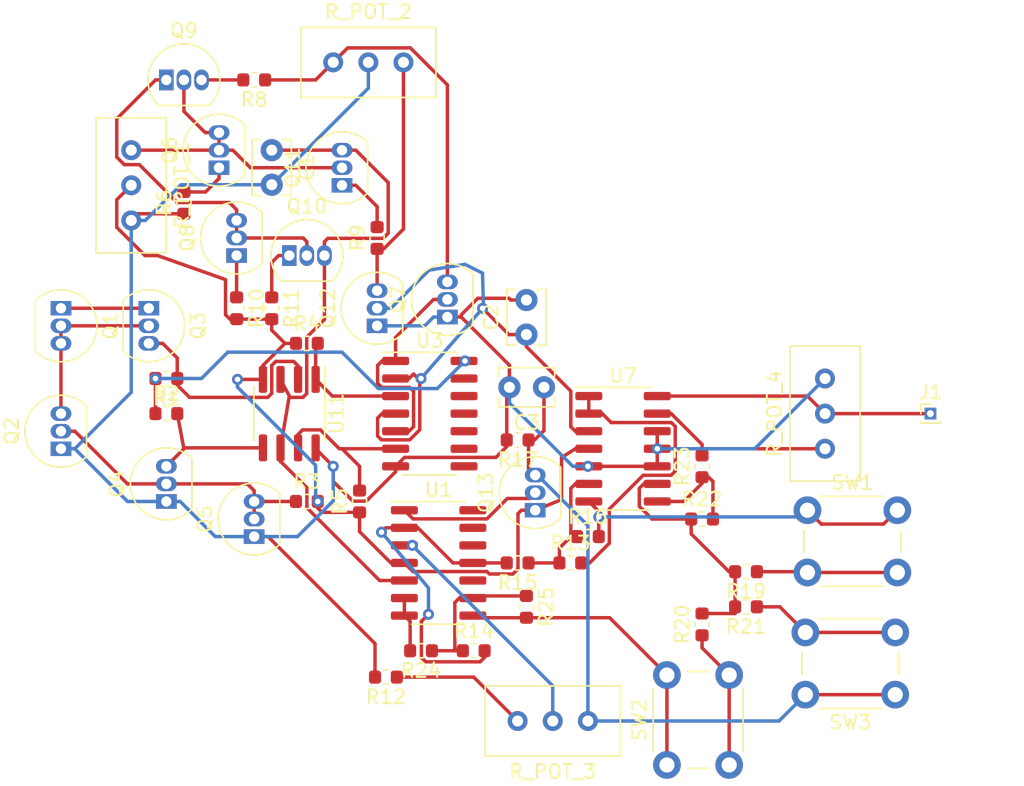
<source format=kicad_pcb>
(kicad_pcb (version 20171130) (host pcbnew "(5.1.5)-3")

  (general
    (thickness 1.6)
    (drawings 0)
    (tracks 405)
    (zones 0)
    (modules 51)
    (nets 42)
  )

  (page A4)
  (layers
    (0 F.Cu signal)
    (31 GND signal)
    (32 B.Adhes user)
    (33 F.Adhes user)
    (34 B.Paste user)
    (35 F.Paste user)
    (36 B.SilkS user)
    (37 F.SilkS user)
    (38 B.Mask user)
    (39 F.Mask user)
    (40 Dwgs.User user)
    (41 Cmts.User user)
    (42 Eco1.User user)
    (43 Eco2.User user)
    (44 Edge.Cuts user)
    (45 Margin user)
    (46 B.CrtYd user)
    (47 F.CrtYd user)
    (48 B.Fab user)
    (49 F.Fab user)
  )

  (setup
    (last_trace_width 0.25)
    (user_trace_width 0.8)
    (trace_clearance 0.2)
    (zone_clearance 0.508)
    (zone_45_only no)
    (trace_min 0.2)
    (via_size 0.8)
    (via_drill 0.4)
    (via_min_size 0.4)
    (via_min_drill 0.3)
    (uvia_size 0.3)
    (uvia_drill 0.1)
    (uvias_allowed no)
    (uvia_min_size 0.2)
    (uvia_min_drill 0.1)
    (edge_width 0.05)
    (segment_width 0.2)
    (pcb_text_width 0.3)
    (pcb_text_size 1.5 1.5)
    (mod_edge_width 0.12)
    (mod_text_size 1 1)
    (mod_text_width 0.15)
    (pad_size 1.524 1.524)
    (pad_drill 0.762)
    (pad_to_mask_clearance 0.051)
    (solder_mask_min_width 0.25)
    (aux_axis_origin 0 0)
    (visible_elements FFFFFF7F)
    (pcbplotparams
      (layerselection 0x010fc_ffffffff)
      (usegerberextensions false)
      (usegerberattributes false)
      (usegerberadvancedattributes false)
      (creategerberjobfile false)
      (excludeedgelayer true)
      (linewidth 0.100000)
      (plotframeref false)
      (viasonmask false)
      (mode 1)
      (useauxorigin false)
      (hpglpennumber 1)
      (hpglpenspeed 20)
      (hpglpendiameter 15.000000)
      (psnegative false)
      (psa4output false)
      (plotreference true)
      (plotvalue true)
      (plotinvisibletext false)
      (padsonsilk false)
      (subtractmaskfromsilk false)
      (outputformat 1)
      (mirror false)
      (drillshape 1)
      (scaleselection 1)
      (outputdirectory ""))
  )

  (net 0 "")
  (net 1 "Net-(C1-Pad1)")
  (net 2 GND)
  (net 3 "Net-(C2-Pad1)")
  (net 4 "Net-(C3-Pad1)")
  (net 5 "Net-(Q1-Pad2)")
  (net 6 "Net-(Q1-Pad1)")
  (net 7 "Net-(Q2-Pad2)")
  (net 8 "Net-(Q3-Pad3)")
  (net 9 "Net-(Q4-Pad3)")
  (net 10 "Net-(Q6-Pad1)")
  (net 11 "Net-(Q11-Pad2)")
  (net 12 "Net-(Q7-Pad2)")
  (net 13 "Net-(Q7-Pad3)")
  (net 14 "Net-(Q10-Pad2)")
  (net 15 "Net-(Q8-Pad1)")
  (net 16 "Net-(Q9-Pad3)")
  (net 17 "Net-(Q10-Pad1)")
  (net 18 "Net-(Q11-Pad1)")
  (net 19 "Net-(Q12-Pad3)")
  (net 20 +15V)
  (net 21 "Net-(Q13-Pad2)")
  (net 22 +5V)
  (net 23 "Net-(R4-Pad2)")
  (net 24 "Net-(R5-Pad2)")
  (net 25 "Net-(R12-Pad1)")
  (net 26 "Net-(R13-Pad2)")
  (net 27 "Net-(R13-Pad1)")
  (net 28 -5V)
  (net 29 "Net-(R14-Pad1)")
  (net 30 "Net-(R16-Pad2)")
  (net 31 "Net-(R19-Pad1)")
  (net 32 "Net-(R19-Pad2)")
  (net 33 "Net-(R20-Pad1)")
  (net 34 "Net-(R21-Pad1)")
  (net 35 "Net-(R22-Pad2)")
  (net 36 "Net-(R23-Pad2)")
  (net 37 "Net-(R24-Pad2)")
  (net 38 "Net-(R25-Pad2)")
  (net 39 "Net-(R_POT_3-Pad2)")
  (net 40 Vout)
  (net 41 "Net-(U1-Pad10)")

  (net_class Default "Esta es la clase de red por defecto."
    (clearance 0.2)
    (trace_width 0.25)
    (via_dia 0.8)
    (via_drill 0.4)
    (uvia_dia 0.3)
    (uvia_drill 0.1)
    (add_net +15V)
    (add_net +5V)
    (add_net -5V)
    (add_net GND)
    (add_net "Net-(C1-Pad1)")
    (add_net "Net-(C2-Pad1)")
    (add_net "Net-(C3-Pad1)")
    (add_net "Net-(Q1-Pad1)")
    (add_net "Net-(Q1-Pad2)")
    (add_net "Net-(Q10-Pad1)")
    (add_net "Net-(Q10-Pad2)")
    (add_net "Net-(Q11-Pad1)")
    (add_net "Net-(Q11-Pad2)")
    (add_net "Net-(Q12-Pad3)")
    (add_net "Net-(Q13-Pad2)")
    (add_net "Net-(Q2-Pad2)")
    (add_net "Net-(Q3-Pad3)")
    (add_net "Net-(Q4-Pad3)")
    (add_net "Net-(Q6-Pad1)")
    (add_net "Net-(Q7-Pad2)")
    (add_net "Net-(Q7-Pad3)")
    (add_net "Net-(Q8-Pad1)")
    (add_net "Net-(Q9-Pad3)")
    (add_net "Net-(R12-Pad1)")
    (add_net "Net-(R13-Pad1)")
    (add_net "Net-(R13-Pad2)")
    (add_net "Net-(R14-Pad1)")
    (add_net "Net-(R16-Pad2)")
    (add_net "Net-(R19-Pad1)")
    (add_net "Net-(R19-Pad2)")
    (add_net "Net-(R20-Pad1)")
    (add_net "Net-(R21-Pad1)")
    (add_net "Net-(R22-Pad2)")
    (add_net "Net-(R23-Pad2)")
    (add_net "Net-(R24-Pad2)")
    (add_net "Net-(R25-Pad2)")
    (add_net "Net-(R4-Pad2)")
    (add_net "Net-(R5-Pad2)")
    (add_net "Net-(R_POT_3-Pad2)")
    (add_net "Net-(U1-Pad10)")
    (add_net Vout)
  )

  (module Package_SO:SOIC-8_3.9x4.9mm_P1.27mm (layer F.Cu) (tedit 5D9F72B1) (tstamp 5EF6520F)
    (at 90.17 66.04 270)
    (descr "SOIC, 8 Pin (JEDEC MS-012AA, https://www.analog.com/media/en/package-pcb-resources/package/pkg_pdf/soic_narrow-r/r_8.pdf), generated with kicad-footprint-generator ipc_gullwing_generator.py")
    (tags "SOIC SO")
    (path /5EE84B4C)
    (attr smd)
    (fp_text reference U11 (at 0 -3.4 90) (layer F.SilkS)
      (effects (font (size 1 1) (thickness 0.15)))
    )
    (fp_text value LM393 (at 0 3.4 90) (layer F.Fab)
      (effects (font (size 1 1) (thickness 0.15)))
    )
    (fp_line (start 0 2.56) (end 1.95 2.56) (layer F.SilkS) (width 0.12))
    (fp_line (start 0 2.56) (end -1.95 2.56) (layer F.SilkS) (width 0.12))
    (fp_line (start 0 -2.56) (end 1.95 -2.56) (layer F.SilkS) (width 0.12))
    (fp_line (start 0 -2.56) (end -3.45 -2.56) (layer F.SilkS) (width 0.12))
    (fp_line (start -0.975 -2.45) (end 1.95 -2.45) (layer F.Fab) (width 0.1))
    (fp_line (start 1.95 -2.45) (end 1.95 2.45) (layer F.Fab) (width 0.1))
    (fp_line (start 1.95 2.45) (end -1.95 2.45) (layer F.Fab) (width 0.1))
    (fp_line (start -1.95 2.45) (end -1.95 -1.475) (layer F.Fab) (width 0.1))
    (fp_line (start -1.95 -1.475) (end -0.975 -2.45) (layer F.Fab) (width 0.1))
    (fp_line (start -3.7 -2.7) (end -3.7 2.7) (layer F.CrtYd) (width 0.05))
    (fp_line (start -3.7 2.7) (end 3.7 2.7) (layer F.CrtYd) (width 0.05))
    (fp_line (start 3.7 2.7) (end 3.7 -2.7) (layer F.CrtYd) (width 0.05))
    (fp_line (start 3.7 -2.7) (end -3.7 -2.7) (layer F.CrtYd) (width 0.05))
    (fp_text user %R (at 0 0 90) (layer F.Fab)
      (effects (font (size 0.98 0.98) (thickness 0.15)))
    )
    (pad 1 smd roundrect (at -2.475 -1.905 270) (size 1.95 0.6) (layers F.Cu F.Paste F.Mask) (roundrect_rratio 0.25)
      (net 23 "Net-(R4-Pad2)"))
    (pad 2 smd roundrect (at -2.475 -0.635 270) (size 1.95 0.6) (layers F.Cu F.Paste F.Mask) (roundrect_rratio 0.25)
      (net 8 "Net-(Q3-Pad3)"))
    (pad 3 smd roundrect (at -2.475 0.635 270) (size 1.95 0.6) (layers F.Cu F.Paste F.Mask) (roundrect_rratio 0.25)
      (net 1 "Net-(C1-Pad1)"))
    (pad 4 smd roundrect (at -2.475 1.905 270) (size 1.95 0.6) (layers F.Cu F.Paste F.Mask) (roundrect_rratio 0.25)
      (net 20 +15V))
    (pad 5 smd roundrect (at 2.475 1.905 270) (size 1.95 0.6) (layers F.Cu F.Paste F.Mask) (roundrect_rratio 0.25)
      (net 9 "Net-(Q4-Pad3)"))
    (pad 6 smd roundrect (at 2.475 0.635 270) (size 1.95 0.6) (layers F.Cu F.Paste F.Mask) (roundrect_rratio 0.25)
      (net 1 "Net-(C1-Pad1)"))
    (pad 7 smd roundrect (at 2.475 -0.635 270) (size 1.95 0.6) (layers F.Cu F.Paste F.Mask) (roundrect_rratio 0.25)
      (net 24 "Net-(R5-Pad2)"))
    (pad 8 smd roundrect (at 2.475 -1.905 270) (size 1.95 0.6) (layers F.Cu F.Paste F.Mask) (roundrect_rratio 0.25)
      (net 2 GND))
    (model ${KISYS3DMOD}/Package_SO.3dshapes/SOIC-8_3.9x4.9mm_P1.27mm.wrl
      (at (xyz 0 0 0))
      (scale (xyz 1 1 1))
      (rotate (xyz 0 0 0))
    )
  )

  (module Button_Switch_THT:SW_PUSH_6mm (layer F.Cu) (tedit 5A02FE31) (tstamp 5EF6EDE6)
    (at 133.985 86.36 180)
    (descr https://www.omron.com/ecb/products/pdf/en-b3f.pdf)
    (tags "tact sw push 6mm")
    (path /5EFB9B50)
    (fp_text reference SW3 (at 3.25 -2) (layer F.SilkS)
      (effects (font (size 1 1) (thickness 0.15)))
    )
    (fp_text value SW_DIP_x01 (at 3.75 6.7) (layer F.Fab)
      (effects (font (size 1 1) (thickness 0.15)))
    )
    (fp_text user %R (at 3.25 2.25) (layer F.Fab)
      (effects (font (size 1 1) (thickness 0.15)))
    )
    (fp_line (start 3.25 -0.75) (end 6.25 -0.75) (layer F.Fab) (width 0.1))
    (fp_line (start 6.25 -0.75) (end 6.25 5.25) (layer F.Fab) (width 0.1))
    (fp_line (start 6.25 5.25) (end 0.25 5.25) (layer F.Fab) (width 0.1))
    (fp_line (start 0.25 5.25) (end 0.25 -0.75) (layer F.Fab) (width 0.1))
    (fp_line (start 0.25 -0.75) (end 3.25 -0.75) (layer F.Fab) (width 0.1))
    (fp_line (start 7.75 6) (end 8 6) (layer F.CrtYd) (width 0.05))
    (fp_line (start 8 6) (end 8 5.75) (layer F.CrtYd) (width 0.05))
    (fp_line (start 7.75 -1.5) (end 8 -1.5) (layer F.CrtYd) (width 0.05))
    (fp_line (start 8 -1.5) (end 8 -1.25) (layer F.CrtYd) (width 0.05))
    (fp_line (start -1.5 -1.25) (end -1.5 -1.5) (layer F.CrtYd) (width 0.05))
    (fp_line (start -1.5 -1.5) (end -1.25 -1.5) (layer F.CrtYd) (width 0.05))
    (fp_line (start -1.5 5.75) (end -1.5 6) (layer F.CrtYd) (width 0.05))
    (fp_line (start -1.5 6) (end -1.25 6) (layer F.CrtYd) (width 0.05))
    (fp_line (start -1.25 -1.5) (end 7.75 -1.5) (layer F.CrtYd) (width 0.05))
    (fp_line (start -1.5 5.75) (end -1.5 -1.25) (layer F.CrtYd) (width 0.05))
    (fp_line (start 7.75 6) (end -1.25 6) (layer F.CrtYd) (width 0.05))
    (fp_line (start 8 -1.25) (end 8 5.75) (layer F.CrtYd) (width 0.05))
    (fp_line (start 1 5.5) (end 5.5 5.5) (layer F.SilkS) (width 0.12))
    (fp_line (start -0.25 1.5) (end -0.25 3) (layer F.SilkS) (width 0.12))
    (fp_line (start 5.5 -1) (end 1 -1) (layer F.SilkS) (width 0.12))
    (fp_line (start 6.75 3) (end 6.75 1.5) (layer F.SilkS) (width 0.12))
    (fp_circle (center 3.25 2.25) (end 1.25 2.5) (layer F.Fab) (width 0.1))
    (pad 2 thru_hole circle (at 0 4.5 270) (size 2 2) (drill 1.1) (layers *.Cu *.Mask)
      (net 34 "Net-(R21-Pad1)"))
    (pad 1 thru_hole circle (at 0 0 270) (size 2 2) (drill 1.1) (layers *.Cu *.Mask)
      (net 4 "Net-(C3-Pad1)"))
    (pad 2 thru_hole circle (at 6.5 4.5 270) (size 2 2) (drill 1.1) (layers *.Cu *.Mask)
      (net 34 "Net-(R21-Pad1)"))
    (pad 1 thru_hole circle (at 6.5 0 270) (size 2 2) (drill 1.1) (layers *.Cu *.Mask)
      (net 4 "Net-(C3-Pad1)"))
    (model ${KISYS3DMOD}/Button_Switch_THT.3dshapes/SW_PUSH_6mm.wrl
      (at (xyz 0 0 0))
      (scale (xyz 1 1 1))
      (rotate (xyz 0 0 0))
    )
  )

  (module Button_Switch_THT:SW_PUSH_6mm (layer F.Cu) (tedit 5A02FE31) (tstamp 5EF6EDC7)
    (at 127.635 73.025)
    (descr https://www.omron.com/ecb/products/pdf/en-b3f.pdf)
    (tags "tact sw push 6mm")
    (path /5EFB3B64)
    (fp_text reference SW1 (at 3.25 -2) (layer F.SilkS)
      (effects (font (size 1 1) (thickness 0.15)))
    )
    (fp_text value SW_DIP_x01 (at 3.75 6.7) (layer F.Fab)
      (effects (font (size 1 1) (thickness 0.15)))
    )
    (fp_circle (center 3.25 2.25) (end 1.25 2.5) (layer F.Fab) (width 0.1))
    (fp_line (start 6.75 3) (end 6.75 1.5) (layer F.SilkS) (width 0.12))
    (fp_line (start 5.5 -1) (end 1 -1) (layer F.SilkS) (width 0.12))
    (fp_line (start -0.25 1.5) (end -0.25 3) (layer F.SilkS) (width 0.12))
    (fp_line (start 1 5.5) (end 5.5 5.5) (layer F.SilkS) (width 0.12))
    (fp_line (start 8 -1.25) (end 8 5.75) (layer F.CrtYd) (width 0.05))
    (fp_line (start 7.75 6) (end -1.25 6) (layer F.CrtYd) (width 0.05))
    (fp_line (start -1.5 5.75) (end -1.5 -1.25) (layer F.CrtYd) (width 0.05))
    (fp_line (start -1.25 -1.5) (end 7.75 -1.5) (layer F.CrtYd) (width 0.05))
    (fp_line (start -1.5 6) (end -1.25 6) (layer F.CrtYd) (width 0.05))
    (fp_line (start -1.5 5.75) (end -1.5 6) (layer F.CrtYd) (width 0.05))
    (fp_line (start -1.5 -1.5) (end -1.25 -1.5) (layer F.CrtYd) (width 0.05))
    (fp_line (start -1.5 -1.25) (end -1.5 -1.5) (layer F.CrtYd) (width 0.05))
    (fp_line (start 8 -1.5) (end 8 -1.25) (layer F.CrtYd) (width 0.05))
    (fp_line (start 7.75 -1.5) (end 8 -1.5) (layer F.CrtYd) (width 0.05))
    (fp_line (start 8 6) (end 8 5.75) (layer F.CrtYd) (width 0.05))
    (fp_line (start 7.75 6) (end 8 6) (layer F.CrtYd) (width 0.05))
    (fp_line (start 0.25 -0.75) (end 3.25 -0.75) (layer F.Fab) (width 0.1))
    (fp_line (start 0.25 5.25) (end 0.25 -0.75) (layer F.Fab) (width 0.1))
    (fp_line (start 6.25 5.25) (end 0.25 5.25) (layer F.Fab) (width 0.1))
    (fp_line (start 6.25 -0.75) (end 6.25 5.25) (layer F.Fab) (width 0.1))
    (fp_line (start 3.25 -0.75) (end 6.25 -0.75) (layer F.Fab) (width 0.1))
    (fp_text user %R (at 3.25 2.25) (layer F.Fab)
      (effects (font (size 1 1) (thickness 0.15)))
    )
    (pad 1 thru_hole circle (at 6.5 0 90) (size 2 2) (drill 1.1) (layers *.Cu *.Mask)
      (net 30 "Net-(R16-Pad2)"))
    (pad 2 thru_hole circle (at 6.5 4.5 90) (size 2 2) (drill 1.1) (layers *.Cu *.Mask)
      (net 31 "Net-(R19-Pad1)"))
    (pad 1 thru_hole circle (at 0 0 90) (size 2 2) (drill 1.1) (layers *.Cu *.Mask)
      (net 30 "Net-(R16-Pad2)"))
    (pad 2 thru_hole circle (at 0 4.5 90) (size 2 2) (drill 1.1) (layers *.Cu *.Mask)
      (net 31 "Net-(R19-Pad1)"))
    (model ${KISYS3DMOD}/Button_Switch_THT.3dshapes/SW_PUSH_6mm.wrl
      (at (xyz 0 0 0))
      (scale (xyz 1 1 1))
      (rotate (xyz 0 0 0))
    )
  )

  (module Resistor_SMD:R_0603_1608Metric (layer F.Cu) (tedit 5B301BBD) (tstamp 5EF6D8BC)
    (at 111.76 74.93)
    (descr "Resistor SMD 0603 (1608 Metric), square (rectangular) end terminal, IPC_7351 nominal, (Body size source: http://www.tortai-tech.com/upload/download/2011102023233369053.pdf), generated with kicad-footprint-generator")
    (tags resistor)
    (path /5EEE9677)
    (attr smd)
    (fp_text reference R16 (at 0 -1.43) (layer F.SilkS)
      (effects (font (size 1 1) (thickness 0.15)))
    )
    (fp_text value 10K (at 0 1.43) (layer F.Fab)
      (effects (font (size 1 1) (thickness 0.15)))
    )
    (fp_text user %R (at 0 0) (layer F.Fab)
      (effects (font (size 0.4 0.4) (thickness 0.06)))
    )
    (fp_line (start 1.48 0.73) (end -1.48 0.73) (layer F.CrtYd) (width 0.05))
    (fp_line (start 1.48 -0.73) (end 1.48 0.73) (layer F.CrtYd) (width 0.05))
    (fp_line (start -1.48 -0.73) (end 1.48 -0.73) (layer F.CrtYd) (width 0.05))
    (fp_line (start -1.48 0.73) (end -1.48 -0.73) (layer F.CrtYd) (width 0.05))
    (fp_line (start -0.162779 0.51) (end 0.162779 0.51) (layer F.SilkS) (width 0.12))
    (fp_line (start -0.162779 -0.51) (end 0.162779 -0.51) (layer F.SilkS) (width 0.12))
    (fp_line (start 0.8 0.4) (end -0.8 0.4) (layer F.Fab) (width 0.1))
    (fp_line (start 0.8 -0.4) (end 0.8 0.4) (layer F.Fab) (width 0.1))
    (fp_line (start -0.8 -0.4) (end 0.8 -0.4) (layer F.Fab) (width 0.1))
    (fp_line (start -0.8 0.4) (end -0.8 -0.4) (layer F.Fab) (width 0.1))
    (pad 2 smd roundrect (at 0.7875 0) (size 0.875 0.95) (layers F.Cu F.Paste F.Mask) (roundrect_rratio 0.25)
      (net 30 "Net-(R16-Pad2)"))
    (pad 1 smd roundrect (at -0.7875 0) (size 0.875 0.95) (layers F.Cu F.Paste F.Mask) (roundrect_rratio 0.25)
      (net 27 "Net-(R13-Pad1)"))
    (model ${KISYS3DMOD}/Resistor_SMD.3dshapes/R_0603_1608Metric.wrl
      (at (xyz 0 0 0))
      (scale (xyz 1 1 1))
      (rotate (xyz 0 0 0))
    )
  )

  (module Potentiometer_THT:Potentiometer_Bourns_3296W_Vertical (layer F.Cu) (tedit 5A3D4994) (tstamp 5EF6ED91)
    (at 106.68 88.265 180)
    (descr "Potentiometer, vertical, Bourns 3296W, https://www.bourns.com/pdfs/3296.pdf")
    (tags "Potentiometer vertical Bourns 3296W")
    (path /5EF1F733)
    (fp_text reference R_POT_3 (at -2.54 -3.66) (layer F.SilkS)
      (effects (font (size 1 1) (thickness 0.15)))
    )
    (fp_text value 200K (at -2.54 3.67) (layer F.Fab)
      (effects (font (size 1 1) (thickness 0.15)))
    )
    (fp_circle (center 0.955 1.15) (end 2.05 1.15) (layer F.Fab) (width 0.1))
    (fp_line (start -7.305 -2.41) (end -7.305 2.42) (layer F.Fab) (width 0.1))
    (fp_line (start -7.305 2.42) (end 2.225 2.42) (layer F.Fab) (width 0.1))
    (fp_line (start 2.225 2.42) (end 2.225 -2.41) (layer F.Fab) (width 0.1))
    (fp_line (start 2.225 -2.41) (end -7.305 -2.41) (layer F.Fab) (width 0.1))
    (fp_line (start 0.955 2.235) (end 0.956 0.066) (layer F.Fab) (width 0.1))
    (fp_line (start 0.955 2.235) (end 0.956 0.066) (layer F.Fab) (width 0.1))
    (fp_line (start -7.425 -2.53) (end 2.345 -2.53) (layer F.SilkS) (width 0.12))
    (fp_line (start -7.425 2.54) (end 2.345 2.54) (layer F.SilkS) (width 0.12))
    (fp_line (start -7.425 -2.53) (end -7.425 2.54) (layer F.SilkS) (width 0.12))
    (fp_line (start 2.345 -2.53) (end 2.345 2.54) (layer F.SilkS) (width 0.12))
    (fp_line (start -7.6 -2.7) (end -7.6 2.7) (layer F.CrtYd) (width 0.05))
    (fp_line (start -7.6 2.7) (end 2.5 2.7) (layer F.CrtYd) (width 0.05))
    (fp_line (start 2.5 2.7) (end 2.5 -2.7) (layer F.CrtYd) (width 0.05))
    (fp_line (start 2.5 -2.7) (end -7.6 -2.7) (layer F.CrtYd) (width 0.05))
    (fp_text user %R (at -3.175 0.005) (layer F.Fab)
      (effects (font (size 1 1) (thickness 0.15)))
    )
    (pad 1 thru_hole circle (at 0 0 180) (size 1.44 1.44) (drill 0.8) (layers *.Cu *.Mask)
      (net 25 "Net-(R12-Pad1)"))
    (pad 2 thru_hole circle (at -2.54 0 180) (size 1.44 1.44) (drill 0.8) (layers *.Cu *.Mask)
      (net 39 "Net-(R_POT_3-Pad2)"))
    (pad 3 thru_hole circle (at -5.08 0 180) (size 1.44 1.44) (drill 0.8) (layers *.Cu *.Mask)
      (net 4 "Net-(C3-Pad1)"))
    (model ${KISYS3DMOD}/Potentiometer_THT.3dshapes/Potentiometer_Bourns_3296W_Vertical.wrl
      (at (xyz 0 0 0))
      (scale (xyz 1 1 1))
      (rotate (xyz 0 0 0))
    )
  )

  (module Resistor_SMD:R_0603_1608Metric (layer F.Cu) (tedit 5B301BBD) (tstamp 5EF6DB8C)
    (at 110.49 76.835)
    (descr "Resistor SMD 0603 (1608 Metric), square (rectangular) end terminal, IPC_7351 nominal, (Body size source: http://www.tortai-tech.com/upload/download/2011102023233369053.pdf), generated with kicad-footprint-generator")
    (tags resistor)
    (path /5EEE64D0)
    (attr smd)
    (fp_text reference R13 (at 0 -1.43) (layer F.SilkS)
      (effects (font (size 1 1) (thickness 0.15)))
    )
    (fp_text value 20k (at 0 1.43) (layer F.Fab)
      (effects (font (size 1 1) (thickness 0.15)))
    )
    (fp_text user %R (at 0 0) (layer F.Fab)
      (effects (font (size 0.4 0.4) (thickness 0.06)))
    )
    (fp_line (start 1.48 0.73) (end -1.48 0.73) (layer F.CrtYd) (width 0.05))
    (fp_line (start 1.48 -0.73) (end 1.48 0.73) (layer F.CrtYd) (width 0.05))
    (fp_line (start -1.48 -0.73) (end 1.48 -0.73) (layer F.CrtYd) (width 0.05))
    (fp_line (start -1.48 0.73) (end -1.48 -0.73) (layer F.CrtYd) (width 0.05))
    (fp_line (start -0.162779 0.51) (end 0.162779 0.51) (layer F.SilkS) (width 0.12))
    (fp_line (start -0.162779 -0.51) (end 0.162779 -0.51) (layer F.SilkS) (width 0.12))
    (fp_line (start 0.8 0.4) (end -0.8 0.4) (layer F.Fab) (width 0.1))
    (fp_line (start 0.8 -0.4) (end 0.8 0.4) (layer F.Fab) (width 0.1))
    (fp_line (start -0.8 -0.4) (end 0.8 -0.4) (layer F.Fab) (width 0.1))
    (fp_line (start -0.8 0.4) (end -0.8 -0.4) (layer F.Fab) (width 0.1))
    (pad 2 smd roundrect (at 0.7875 0) (size 0.875 0.95) (layers F.Cu F.Paste F.Mask) (roundrect_rratio 0.25)
      (net 26 "Net-(R13-Pad2)"))
    (pad 1 smd roundrect (at -0.7875 0) (size 0.875 0.95) (layers F.Cu F.Paste F.Mask) (roundrect_rratio 0.25)
      (net 27 "Net-(R13-Pad1)"))
    (model ${KISYS3DMOD}/Resistor_SMD.3dshapes/R_0603_1608Metric.wrl
      (at (xyz 0 0 0))
      (scale (xyz 1 1 1))
      (rotate (xyz 0 0 0))
    )
  )

  (module Package_SO:SOIC-14_3.9x8.7mm_P1.27mm (layer F.Cu) (tedit 5D9F72B1) (tstamp 5EF651B5)
    (at 100.965 76.835)
    (descr "SOIC, 14 Pin (JEDEC MS-012AB, https://www.analog.com/media/en/package-pcb-resources/package/pkg_pdf/soic_narrow-r/r_14.pdf), generated with kicad-footprint-generator ipc_gullwing_generator.py")
    (tags "SOIC SO")
    (path /5EF14192)
    (attr smd)
    (fp_text reference U1 (at 0 -5.28) (layer F.SilkS)
      (effects (font (size 1 1) (thickness 0.15)))
    )
    (fp_text value TL084 (at 0 5.28) (layer F.Fab)
      (effects (font (size 1 1) (thickness 0.15)))
    )
    (fp_line (start 0 4.435) (end 1.95 4.435) (layer F.SilkS) (width 0.12))
    (fp_line (start 0 4.435) (end -1.95 4.435) (layer F.SilkS) (width 0.12))
    (fp_line (start 0 -4.435) (end 1.95 -4.435) (layer F.SilkS) (width 0.12))
    (fp_line (start 0 -4.435) (end -3.45 -4.435) (layer F.SilkS) (width 0.12))
    (fp_line (start -0.975 -4.325) (end 1.95 -4.325) (layer F.Fab) (width 0.1))
    (fp_line (start 1.95 -4.325) (end 1.95 4.325) (layer F.Fab) (width 0.1))
    (fp_line (start 1.95 4.325) (end -1.95 4.325) (layer F.Fab) (width 0.1))
    (fp_line (start -1.95 4.325) (end -1.95 -3.35) (layer F.Fab) (width 0.1))
    (fp_line (start -1.95 -3.35) (end -0.975 -4.325) (layer F.Fab) (width 0.1))
    (fp_line (start -3.7 -4.58) (end -3.7 4.58) (layer F.CrtYd) (width 0.05))
    (fp_line (start -3.7 4.58) (end 3.7 4.58) (layer F.CrtYd) (width 0.05))
    (fp_line (start 3.7 4.58) (end 3.7 -4.58) (layer F.CrtYd) (width 0.05))
    (fp_line (start 3.7 -4.58) (end -3.7 -4.58) (layer F.CrtYd) (width 0.05))
    (fp_text user %R (at 0 0) (layer F.Fab)
      (effects (font (size 0.98 0.98) (thickness 0.15)))
    )
    (pad 1 smd roundrect (at -2.475 -3.81) (size 1.95 0.6) (layers F.Cu F.Paste F.Mask) (roundrect_rratio 0.25)
      (net 21 "Net-(Q13-Pad2)"))
    (pad 2 smd roundrect (at -2.475 -2.54) (size 1.95 0.6) (layers F.Cu F.Paste F.Mask) (roundrect_rratio 0.25)
      (net 28 -5V))
    (pad 3 smd roundrect (at -2.475 -1.27) (size 1.95 0.6) (layers F.Cu F.Paste F.Mask) (roundrect_rratio 0.25)
      (net 39 "Net-(R_POT_3-Pad2)"))
    (pad 4 smd roundrect (at -2.475 0) (size 1.95 0.6) (layers F.Cu F.Paste F.Mask) (roundrect_rratio 0.25)
      (net 20 +15V))
    (pad 5 smd roundrect (at -2.475 1.27) (size 1.95 0.6) (layers F.Cu F.Paste F.Mask) (roundrect_rratio 0.25)
      (net 1 "Net-(C1-Pad1)"))
    (pad 6 smd roundrect (at -2.475 2.54) (size 1.95 0.6) (layers F.Cu F.Paste F.Mask) (roundrect_rratio 0.25)
      (net 37 "Net-(R24-Pad2)"))
    (pad 7 smd roundrect (at -2.475 3.81) (size 1.95 0.6) (layers F.Cu F.Paste F.Mask) (roundrect_rratio 0.25)
      (net 37 "Net-(R24-Pad2)"))
    (pad 8 smd roundrect (at 2.475 3.81) (size 1.95 0.6) (layers F.Cu F.Paste F.Mask) (roundrect_rratio 0.25)
      (net 38 "Net-(R25-Pad2)"))
    (pad 9 smd roundrect (at 2.475 2.54) (size 1.95 0.6) (layers F.Cu F.Paste F.Mask) (roundrect_rratio 0.25)
      (net 29 "Net-(R14-Pad1)"))
    (pad 10 smd roundrect (at 2.475 1.27) (size 1.95 0.6) (layers F.Cu F.Paste F.Mask) (roundrect_rratio 0.25)
      (net 41 "Net-(U1-Pad10)"))
    (pad 11 smd roundrect (at 2.475 0) (size 1.95 0.6) (layers F.Cu F.Paste F.Mask) (roundrect_rratio 0.25)
      (net 28 -5V))
    (pad 12 smd roundrect (at 2.475 -1.27) (size 1.95 0.6) (layers F.Cu F.Paste F.Mask) (roundrect_rratio 0.25))
    (pad 13 smd roundrect (at 2.475 -2.54) (size 1.95 0.6) (layers F.Cu F.Paste F.Mask) (roundrect_rratio 0.25))
    (pad 14 smd roundrect (at 2.475 -3.81) (size 1.95 0.6) (layers F.Cu F.Paste F.Mask) (roundrect_rratio 0.25))
    (model ${KISYS3DMOD}/Package_SO.3dshapes/SOIC-14_3.9x8.7mm_P1.27mm.wrl
      (at (xyz 0 0 0))
      (scale (xyz 1 1 1))
      (rotate (xyz 0 0 0))
    )
  )

  (module Package_SO:SOIC-14_3.9x8.7mm_P1.27mm (layer F.Cu) (tedit 5D9F72B1) (tstamp 5EF651D5)
    (at 100.33 66.04)
    (descr "SOIC, 14 Pin (JEDEC MS-012AB, https://www.analog.com/media/en/package-pcb-resources/package/pkg_pdf/soic_narrow-r/r_14.pdf), generated with kicad-footprint-generator ipc_gullwing_generator.py")
    (tags "SOIC SO")
    (path /5EE90D9B)
    (attr smd)
    (fp_text reference U3 (at 0 -5.28) (layer F.SilkS)
      (effects (font (size 1 1) (thickness 0.15)))
    )
    (fp_text value 74HC02 (at 0 5.28) (layer F.Fab)
      (effects (font (size 1 1) (thickness 0.15)))
    )
    (fp_text user %R (at 0 0) (layer F.Fab)
      (effects (font (size 0.98 0.98) (thickness 0.15)))
    )
    (fp_line (start 3.7 -4.58) (end -3.7 -4.58) (layer F.CrtYd) (width 0.05))
    (fp_line (start 3.7 4.58) (end 3.7 -4.58) (layer F.CrtYd) (width 0.05))
    (fp_line (start -3.7 4.58) (end 3.7 4.58) (layer F.CrtYd) (width 0.05))
    (fp_line (start -3.7 -4.58) (end -3.7 4.58) (layer F.CrtYd) (width 0.05))
    (fp_line (start -1.95 -3.35) (end -0.975 -4.325) (layer F.Fab) (width 0.1))
    (fp_line (start -1.95 4.325) (end -1.95 -3.35) (layer F.Fab) (width 0.1))
    (fp_line (start 1.95 4.325) (end -1.95 4.325) (layer F.Fab) (width 0.1))
    (fp_line (start 1.95 -4.325) (end 1.95 4.325) (layer F.Fab) (width 0.1))
    (fp_line (start -0.975 -4.325) (end 1.95 -4.325) (layer F.Fab) (width 0.1))
    (fp_line (start 0 -4.435) (end -3.45 -4.435) (layer F.SilkS) (width 0.12))
    (fp_line (start 0 -4.435) (end 1.95 -4.435) (layer F.SilkS) (width 0.12))
    (fp_line (start 0 4.435) (end -1.95 4.435) (layer F.SilkS) (width 0.12))
    (fp_line (start 0 4.435) (end 1.95 4.435) (layer F.SilkS) (width 0.12))
    (pad 14 smd roundrect (at 2.475 -3.81) (size 1.95 0.6) (layers F.Cu F.Paste F.Mask) (roundrect_rratio 0.25)
      (net 22 +5V))
    (pad 13 smd roundrect (at 2.475 -2.54) (size 1.95 0.6) (layers F.Cu F.Paste F.Mask) (roundrect_rratio 0.25))
    (pad 12 smd roundrect (at 2.475 -1.27) (size 1.95 0.6) (layers F.Cu F.Paste F.Mask) (roundrect_rratio 0.25))
    (pad 11 smd roundrect (at 2.475 0) (size 1.95 0.6) (layers F.Cu F.Paste F.Mask) (roundrect_rratio 0.25))
    (pad 10 smd roundrect (at 2.475 1.27) (size 1.95 0.6) (layers F.Cu F.Paste F.Mask) (roundrect_rratio 0.25))
    (pad 9 smd roundrect (at 2.475 2.54) (size 1.95 0.6) (layers F.Cu F.Paste F.Mask) (roundrect_rratio 0.25))
    (pad 8 smd roundrect (at 2.475 3.81) (size 1.95 0.6) (layers F.Cu F.Paste F.Mask) (roundrect_rratio 0.25))
    (pad 7 smd roundrect (at -2.475 3.81) (size 1.95 0.6) (layers F.Cu F.Paste F.Mask) (roundrect_rratio 0.25)
      (net 2 GND))
    (pad 6 smd roundrect (at -2.475 2.54) (size 1.95 0.6) (layers F.Cu F.Paste F.Mask) (roundrect_rratio 0.25)
      (net 24 "Net-(R5-Pad2)"))
    (pad 5 smd roundrect (at -2.475 1.27) (size 1.95 0.6) (layers F.Cu F.Paste F.Mask) (roundrect_rratio 0.25)
      (net 12 "Net-(Q7-Pad2)"))
    (pad 4 smd roundrect (at -2.475 0) (size 1.95 0.6) (layers F.Cu F.Paste F.Mask) (roundrect_rratio 0.25)
      (net 3 "Net-(C2-Pad1)"))
    (pad 3 smd roundrect (at -2.475 -1.27) (size 1.95 0.6) (layers F.Cu F.Paste F.Mask) (roundrect_rratio 0.25)
      (net 23 "Net-(R4-Pad2)"))
    (pad 2 smd roundrect (at -2.475 -2.54) (size 1.95 0.6) (layers F.Cu F.Paste F.Mask) (roundrect_rratio 0.25)
      (net 3 "Net-(C2-Pad1)"))
    (pad 1 smd roundrect (at -2.475 -3.81) (size 1.95 0.6) (layers F.Cu F.Paste F.Mask) (roundrect_rratio 0.25)
      (net 12 "Net-(Q7-Pad2)"))
    (model ${KISYS3DMOD}/Package_SO.3dshapes/SOIC-14_3.9x8.7mm_P1.27mm.wrl
      (at (xyz 0 0 0))
      (scale (xyz 1 1 1))
      (rotate (xyz 0 0 0))
    )
  )

  (module Resistor_SMD:R_0603_1608Metric (layer F.Cu) (tedit 5B301BBD) (tstamp 5EFA36DB)
    (at 96.52 53.34 90)
    (descr "Resistor SMD 0603 (1608 Metric), square (rectangular) end terminal, IPC_7351 nominal, (Body size source: http://www.tortai-tech.com/upload/download/2011102023233369053.pdf), generated with kicad-footprint-generator")
    (tags resistor)
    (path /5EEA7C33)
    (attr smd)
    (fp_text reference R9 (at 0 -1.43 90) (layer F.SilkS)
      (effects (font (size 1 1) (thickness 0.15)))
    )
    (fp_text value 10k (at 0 1.43 90) (layer F.Fab)
      (effects (font (size 1 1) (thickness 0.15)))
    )
    (fp_line (start -0.8 0.4) (end -0.8 -0.4) (layer F.Fab) (width 0.1))
    (fp_line (start -0.8 -0.4) (end 0.8 -0.4) (layer F.Fab) (width 0.1))
    (fp_line (start 0.8 -0.4) (end 0.8 0.4) (layer F.Fab) (width 0.1))
    (fp_line (start 0.8 0.4) (end -0.8 0.4) (layer F.Fab) (width 0.1))
    (fp_line (start -0.162779 -0.51) (end 0.162779 -0.51) (layer F.SilkS) (width 0.12))
    (fp_line (start -0.162779 0.51) (end 0.162779 0.51) (layer F.SilkS) (width 0.12))
    (fp_line (start -1.48 0.73) (end -1.48 -0.73) (layer F.CrtYd) (width 0.05))
    (fp_line (start -1.48 -0.73) (end 1.48 -0.73) (layer F.CrtYd) (width 0.05))
    (fp_line (start 1.48 -0.73) (end 1.48 0.73) (layer F.CrtYd) (width 0.05))
    (fp_line (start 1.48 0.73) (end -1.48 0.73) (layer F.CrtYd) (width 0.05))
    (fp_text user %R (at 0 0 90) (layer F.Fab)
      (effects (font (size 0.4 0.4) (thickness 0.06)))
    )
    (pad 1 smd roundrect (at -0.7875 0 90) (size 0.875 0.95) (layers F.Cu F.Paste F.Mask) (roundrect_rratio 0.25)
      (net 19 "Net-(Q12-Pad3)"))
    (pad 2 smd roundrect (at 0.7875 0 90) (size 0.875 0.95) (layers F.Cu F.Paste F.Mask) (roundrect_rratio 0.25)
      (net 18 "Net-(Q11-Pad1)"))
    (model ${KISYS3DMOD}/Resistor_SMD.3dshapes/R_0603_1608Metric.wrl
      (at (xyz 0 0 0))
      (scale (xyz 1 1 1))
      (rotate (xyz 0 0 0))
    )
  )

  (module Resistor_SMD:R_0603_1608Metric (layer F.Cu) (tedit 5B301BBD) (tstamp 5EF64FD2)
    (at 82.55 50.8 90)
    (descr "Resistor SMD 0603 (1608 Metric), square (rectangular) end terminal, IPC_7351 nominal, (Body size source: http://www.tortai-tech.com/upload/download/2011102023233369053.pdf), generated with kicad-footprint-generator")
    (tags resistor)
    (path /5EEB5342)
    (attr smd)
    (fp_text reference R6 (at 0 -1.43 90) (layer F.SilkS)
      (effects (font (size 1 1) (thickness 0.15)))
    )
    (fp_text value 10k (at 0 1.43 90) (layer F.Fab)
      (effects (font (size 1 1) (thickness 0.15)))
    )
    (fp_line (start -0.8 0.4) (end -0.8 -0.4) (layer F.Fab) (width 0.1))
    (fp_line (start -0.8 -0.4) (end 0.8 -0.4) (layer F.Fab) (width 0.1))
    (fp_line (start 0.8 -0.4) (end 0.8 0.4) (layer F.Fab) (width 0.1))
    (fp_line (start 0.8 0.4) (end -0.8 0.4) (layer F.Fab) (width 0.1))
    (fp_line (start -0.162779 -0.51) (end 0.162779 -0.51) (layer F.SilkS) (width 0.12))
    (fp_line (start -0.162779 0.51) (end 0.162779 0.51) (layer F.SilkS) (width 0.12))
    (fp_line (start -1.48 0.73) (end -1.48 -0.73) (layer F.CrtYd) (width 0.05))
    (fp_line (start -1.48 -0.73) (end 1.48 -0.73) (layer F.CrtYd) (width 0.05))
    (fp_line (start 1.48 -0.73) (end 1.48 0.73) (layer F.CrtYd) (width 0.05))
    (fp_line (start 1.48 0.73) (end -1.48 0.73) (layer F.CrtYd) (width 0.05))
    (fp_text user %R (at 0 0 90) (layer F.Fab)
      (effects (font (size 0.4 0.4) (thickness 0.06)))
    )
    (pad 1 smd roundrect (at -0.7875 0 90) (size 0.875 0.95) (layers F.Cu F.Paste F.Mask) (roundrect_rratio 0.25)
      (net 2 GND))
    (pad 2 smd roundrect (at 0.7875 0 90) (size 0.875 0.95) (layers F.Cu F.Paste F.Mask) (roundrect_rratio 0.25)
      (net 10 "Net-(Q6-Pad1)"))
    (model ${KISYS3DMOD}/Resistor_SMD.3dshapes/R_0603_1608Metric.wrl
      (at (xyz 0 0 0))
      (scale (xyz 1 1 1))
      (rotate (xyz 0 0 0))
    )
  )

  (module Package_TO_SOT_THT:TO-92_Inline (layer F.Cu) (tedit 5A1DD157) (tstamp 5EF64EEE)
    (at 85.09 48.26 90)
    (descr "TO-92 leads in-line, narrow, oval pads, drill 0.75mm (see NXP sot054_po.pdf)")
    (tags "to-92 sc-43 sc-43a sot54 PA33 transistor")
    (path /5EEB6A9E)
    (fp_text reference Q6 (at 1.27 -3.56 90) (layer F.SilkS)
      (effects (font (size 1 1) (thickness 0.15)))
    )
    (fp_text value 2N3904 (at 1.27 2.79 90) (layer F.Fab)
      (effects (font (size 1 1) (thickness 0.15)))
    )
    (fp_arc (start 1.27 0) (end 1.27 -2.6) (angle 135) (layer F.SilkS) (width 0.12))
    (fp_arc (start 1.27 0) (end 1.27 -2.48) (angle -135) (layer F.Fab) (width 0.1))
    (fp_arc (start 1.27 0) (end 1.27 -2.6) (angle -135) (layer F.SilkS) (width 0.12))
    (fp_arc (start 1.27 0) (end 1.27 -2.48) (angle 135) (layer F.Fab) (width 0.1))
    (fp_line (start 4 2.01) (end -1.46 2.01) (layer F.CrtYd) (width 0.05))
    (fp_line (start 4 2.01) (end 4 -2.73) (layer F.CrtYd) (width 0.05))
    (fp_line (start -1.46 -2.73) (end -1.46 2.01) (layer F.CrtYd) (width 0.05))
    (fp_line (start -1.46 -2.73) (end 4 -2.73) (layer F.CrtYd) (width 0.05))
    (fp_line (start -0.5 1.75) (end 3 1.75) (layer F.Fab) (width 0.1))
    (fp_line (start -0.53 1.85) (end 3.07 1.85) (layer F.SilkS) (width 0.12))
    (fp_text user %R (at 1.27 -3.56 90) (layer F.Fab)
      (effects (font (size 1 1) (thickness 0.15)))
    )
    (pad 1 thru_hole rect (at 0 0 90) (size 1.05 1.5) (drill 0.75) (layers *.Cu *.Mask)
      (net 10 "Net-(Q6-Pad1)"))
    (pad 3 thru_hole oval (at 2.54 0 90) (size 1.05 1.5) (drill 0.75) (layers *.Cu *.Mask)
      (net 11 "Net-(Q11-Pad2)"))
    (pad 2 thru_hole oval (at 1.27 0 90) (size 1.05 1.5) (drill 0.75) (layers *.Cu *.Mask)
      (net 11 "Net-(Q11-Pad2)"))
    (model ${KISYS3DMOD}/Package_TO_SOT_THT.3dshapes/TO-92_Inline.wrl
      (at (xyz 0 0 0))
      (scale (xyz 1 1 1))
      (rotate (xyz 0 0 0))
    )
  )

  (module Package_TO_SOT_THT:TO-92_Inline (layer F.Cu) (tedit 5A1DD157) (tstamp 5EF64ECA)
    (at 81.28 72.39 90)
    (descr "TO-92 leads in-line, narrow, oval pads, drill 0.75mm (see NXP sot054_po.pdf)")
    (tags "to-92 sc-43 sc-43a sot54 PA33 transistor")
    (path /5EE5E72F)
    (fp_text reference Q4 (at 1.27 -3.56 90) (layer F.SilkS)
      (effects (font (size 1 1) (thickness 0.15)))
    )
    (fp_text value 2N3904 (at 1.27 2.79 90) (layer F.Fab)
      (effects (font (size 1 1) (thickness 0.15)))
    )
    (fp_text user %R (at 1.27 -3.56 90) (layer F.Fab)
      (effects (font (size 1 1) (thickness 0.15)))
    )
    (fp_line (start -0.53 1.85) (end 3.07 1.85) (layer F.SilkS) (width 0.12))
    (fp_line (start -0.5 1.75) (end 3 1.75) (layer F.Fab) (width 0.1))
    (fp_line (start -1.46 -2.73) (end 4 -2.73) (layer F.CrtYd) (width 0.05))
    (fp_line (start -1.46 -2.73) (end -1.46 2.01) (layer F.CrtYd) (width 0.05))
    (fp_line (start 4 2.01) (end 4 -2.73) (layer F.CrtYd) (width 0.05))
    (fp_line (start 4 2.01) (end -1.46 2.01) (layer F.CrtYd) (width 0.05))
    (fp_arc (start 1.27 0) (end 1.27 -2.48) (angle 135) (layer F.Fab) (width 0.1))
    (fp_arc (start 1.27 0) (end 1.27 -2.6) (angle -135) (layer F.SilkS) (width 0.12))
    (fp_arc (start 1.27 0) (end 1.27 -2.48) (angle -135) (layer F.Fab) (width 0.1))
    (fp_arc (start 1.27 0) (end 1.27 -2.6) (angle 135) (layer F.SilkS) (width 0.12))
    (pad 2 thru_hole oval (at 1.27 0 90) (size 1.05 1.5) (drill 0.75) (layers *.Cu *.Mask)
      (net 7 "Net-(Q2-Pad2)"))
    (pad 3 thru_hole oval (at 2.54 0 90) (size 1.05 1.5) (drill 0.75) (layers *.Cu *.Mask)
      (net 9 "Net-(Q4-Pad3)"))
    (pad 1 thru_hole rect (at 0 0 90) (size 1.05 1.5) (drill 0.75) (layers *.Cu *.Mask)
      (net 2 GND))
    (model ${KISYS3DMOD}/Package_TO_SOT_THT.3dshapes/TO-92_Inline.wrl
      (at (xyz 0 0 0))
      (scale (xyz 1 1 1))
      (rotate (xyz 0 0 0))
    )
  )

  (module Package_TO_SOT_THT:TO-92_Inline (layer F.Cu) (tedit 5A1DD157) (tstamp 5EF69BFF)
    (at 80.01 58.42 270)
    (descr "TO-92 leads in-line, narrow, oval pads, drill 0.75mm (see NXP sot054_po.pdf)")
    (tags "to-92 sc-43 sc-43a sot54 PA33 transistor")
    (path /5EE4FAF2)
    (fp_text reference Q3 (at 1.27 -3.56 90) (layer F.SilkS)
      (effects (font (size 1 1) (thickness 0.15)))
    )
    (fp_text value 2N3906 (at 1.27 2.79 90) (layer F.Fab)
      (effects (font (size 1 1) (thickness 0.15)))
    )
    (fp_text user %R (at 1.27 -3.56 90) (layer F.Fab)
      (effects (font (size 1 1) (thickness 0.15)))
    )
    (fp_line (start -0.53 1.85) (end 3.07 1.85) (layer F.SilkS) (width 0.12))
    (fp_line (start -0.5 1.75) (end 3 1.75) (layer F.Fab) (width 0.1))
    (fp_line (start -1.46 -2.73) (end 4 -2.73) (layer F.CrtYd) (width 0.05))
    (fp_line (start -1.46 -2.73) (end -1.46 2.01) (layer F.CrtYd) (width 0.05))
    (fp_line (start 4 2.01) (end 4 -2.73) (layer F.CrtYd) (width 0.05))
    (fp_line (start 4 2.01) (end -1.46 2.01) (layer F.CrtYd) (width 0.05))
    (fp_arc (start 1.27 0) (end 1.27 -2.48) (angle 135) (layer F.Fab) (width 0.1))
    (fp_arc (start 1.27 0) (end 1.27 -2.6) (angle -135) (layer F.SilkS) (width 0.12))
    (fp_arc (start 1.27 0) (end 1.27 -2.48) (angle -135) (layer F.Fab) (width 0.1))
    (fp_arc (start 1.27 0) (end 1.27 -2.6) (angle 135) (layer F.SilkS) (width 0.12))
    (pad 2 thru_hole oval (at 1.27 0 270) (size 1.05 1.5) (drill 0.75) (layers *.Cu *.Mask)
      (net 5 "Net-(Q1-Pad2)"))
    (pad 3 thru_hole oval (at 2.54 0 270) (size 1.05 1.5) (drill 0.75) (layers *.Cu *.Mask)
      (net 8 "Net-(Q3-Pad3)"))
    (pad 1 thru_hole rect (at 0 0 270) (size 1.05 1.5) (drill 0.75) (layers *.Cu *.Mask)
      (net 6 "Net-(Q1-Pad1)"))
    (model ${KISYS3DMOD}/Package_TO_SOT_THT.3dshapes/TO-92_Inline.wrl
      (at (xyz 0 0 0))
      (scale (xyz 1 1 1))
      (rotate (xyz 0 0 0))
    )
  )

  (module Package_TO_SOT_THT:TO-92_Inline (layer F.Cu) (tedit 5A1DD157) (tstamp 5EF69BCC)
    (at 73.66 58.42 270)
    (descr "TO-92 leads in-line, narrow, oval pads, drill 0.75mm (see NXP sot054_po.pdf)")
    (tags "to-92 sc-43 sc-43a sot54 PA33 transistor")
    (path /5EE54CCF)
    (fp_text reference Q1 (at 1.27 -3.56 90) (layer F.SilkS)
      (effects (font (size 1 1) (thickness 0.15)))
    )
    (fp_text value 2N3906 (at 1.27 2.79 90) (layer F.Fab)
      (effects (font (size 1 1) (thickness 0.15)))
    )
    (fp_text user %R (at 1.27 -3.56 90) (layer F.Fab)
      (effects (font (size 1 1) (thickness 0.15)))
    )
    (fp_line (start -0.53 1.85) (end 3.07 1.85) (layer F.SilkS) (width 0.12))
    (fp_line (start -0.5 1.75) (end 3 1.75) (layer F.Fab) (width 0.1))
    (fp_line (start -1.46 -2.73) (end 4 -2.73) (layer F.CrtYd) (width 0.05))
    (fp_line (start -1.46 -2.73) (end -1.46 2.01) (layer F.CrtYd) (width 0.05))
    (fp_line (start 4 2.01) (end 4 -2.73) (layer F.CrtYd) (width 0.05))
    (fp_line (start 4 2.01) (end -1.46 2.01) (layer F.CrtYd) (width 0.05))
    (fp_arc (start 1.27 0) (end 1.27 -2.48) (angle 135) (layer F.Fab) (width 0.1))
    (fp_arc (start 1.27 0) (end 1.27 -2.6) (angle -135) (layer F.SilkS) (width 0.12))
    (fp_arc (start 1.27 0) (end 1.27 -2.48) (angle -135) (layer F.Fab) (width 0.1))
    (fp_arc (start 1.27 0) (end 1.27 -2.6) (angle 135) (layer F.SilkS) (width 0.12))
    (pad 2 thru_hole oval (at 1.27 0 270) (size 1.05 1.5) (drill 0.75) (layers *.Cu *.Mask)
      (net 5 "Net-(Q1-Pad2)"))
    (pad 3 thru_hole oval (at 2.54 0 270) (size 1.05 1.5) (drill 0.75) (layers *.Cu *.Mask)
      (net 5 "Net-(Q1-Pad2)"))
    (pad 1 thru_hole rect (at 0 0 270) (size 1.05 1.5) (drill 0.75) (layers *.Cu *.Mask)
      (net 6 "Net-(Q1-Pad1)"))
    (model ${KISYS3DMOD}/Package_TO_SOT_THT.3dshapes/TO-92_Inline.wrl
      (at (xyz 0 0 0))
      (scale (xyz 1 1 1))
      (rotate (xyz 0 0 0))
    )
  )

  (module Package_TO_SOT_THT:TO-92_Inline (layer F.Cu) (tedit 5A1DD157) (tstamp 5EF64EA6)
    (at 73.66 68.58 90)
    (descr "TO-92 leads in-line, narrow, oval pads, drill 0.75mm (see NXP sot054_po.pdf)")
    (tags "to-92 sc-43 sc-43a sot54 PA33 transistor")
    (path /5EE7993D)
    (fp_text reference Q2 (at 1.27 -3.56 90) (layer F.SilkS)
      (effects (font (size 1 1) (thickness 0.15)))
    )
    (fp_text value 2N3904 (at 1.27 2.79 90) (layer F.Fab)
      (effects (font (size 1 1) (thickness 0.15)))
    )
    (fp_arc (start 1.27 0) (end 1.27 -2.6) (angle 135) (layer F.SilkS) (width 0.12))
    (fp_arc (start 1.27 0) (end 1.27 -2.48) (angle -135) (layer F.Fab) (width 0.1))
    (fp_arc (start 1.27 0) (end 1.27 -2.6) (angle -135) (layer F.SilkS) (width 0.12))
    (fp_arc (start 1.27 0) (end 1.27 -2.48) (angle 135) (layer F.Fab) (width 0.1))
    (fp_line (start 4 2.01) (end -1.46 2.01) (layer F.CrtYd) (width 0.05))
    (fp_line (start 4 2.01) (end 4 -2.73) (layer F.CrtYd) (width 0.05))
    (fp_line (start -1.46 -2.73) (end -1.46 2.01) (layer F.CrtYd) (width 0.05))
    (fp_line (start -1.46 -2.73) (end 4 -2.73) (layer F.CrtYd) (width 0.05))
    (fp_line (start -0.5 1.75) (end 3 1.75) (layer F.Fab) (width 0.1))
    (fp_line (start -0.53 1.85) (end 3.07 1.85) (layer F.SilkS) (width 0.12))
    (fp_text user %R (at 1.27 -3.56 90) (layer F.Fab)
      (effects (font (size 1 1) (thickness 0.15)))
    )
    (pad 1 thru_hole rect (at 0 0 90) (size 1.05 1.5) (drill 0.75) (layers *.Cu *.Mask)
      (net 2 GND))
    (pad 3 thru_hole oval (at 2.54 0 90) (size 1.05 1.5) (drill 0.75) (layers *.Cu *.Mask)
      (net 5 "Net-(Q1-Pad2)"))
    (pad 2 thru_hole oval (at 1.27 0 90) (size 1.05 1.5) (drill 0.75) (layers *.Cu *.Mask)
      (net 7 "Net-(Q2-Pad2)"))
    (model ${KISYS3DMOD}/Package_TO_SOT_THT.3dshapes/TO-92_Inline.wrl
      (at (xyz 0 0 0))
      (scale (xyz 1 1 1))
      (rotate (xyz 0 0 0))
    )
  )

  (module Package_TO_SOT_THT:TO-92_Inline (layer F.Cu) (tedit 5A1DD157) (tstamp 5EF65BF9)
    (at 87.63 74.93 90)
    (descr "TO-92 leads in-line, narrow, oval pads, drill 0.75mm (see NXP sot054_po.pdf)")
    (tags "to-92 sc-43 sc-43a sot54 PA33 transistor")
    (path /5EE61A4D)
    (fp_text reference Q5 (at 1.27 -3.56 90) (layer F.SilkS)
      (effects (font (size 1 1) (thickness 0.15)))
    )
    (fp_text value 2N3904 (at 1.27 2.79 90) (layer F.Fab)
      (effects (font (size 1 1) (thickness 0.15)))
    )
    (fp_arc (start 1.27 0) (end 1.27 -2.6) (angle 135) (layer F.SilkS) (width 0.12))
    (fp_arc (start 1.27 0) (end 1.27 -2.48) (angle -135) (layer F.Fab) (width 0.1))
    (fp_arc (start 1.27 0) (end 1.27 -2.6) (angle -135) (layer F.SilkS) (width 0.12))
    (fp_arc (start 1.27 0) (end 1.27 -2.48) (angle 135) (layer F.Fab) (width 0.1))
    (fp_line (start 4 2.01) (end -1.46 2.01) (layer F.CrtYd) (width 0.05))
    (fp_line (start 4 2.01) (end 4 -2.73) (layer F.CrtYd) (width 0.05))
    (fp_line (start -1.46 -2.73) (end -1.46 2.01) (layer F.CrtYd) (width 0.05))
    (fp_line (start -1.46 -2.73) (end 4 -2.73) (layer F.CrtYd) (width 0.05))
    (fp_line (start -0.5 1.75) (end 3 1.75) (layer F.Fab) (width 0.1))
    (fp_line (start -0.53 1.85) (end 3.07 1.85) (layer F.SilkS) (width 0.12))
    (fp_text user %R (at 1.27 -3.56 90) (layer F.Fab)
      (effects (font (size 1 1) (thickness 0.15)))
    )
    (pad 1 thru_hole rect (at 0 0 90) (size 1.05 1.5) (drill 0.75) (layers *.Cu *.Mask)
      (net 2 GND))
    (pad 3 thru_hole oval (at 2.54 0 90) (size 1.05 1.5) (drill 0.75) (layers *.Cu *.Mask)
      (net 7 "Net-(Q2-Pad2)"))
    (pad 2 thru_hole oval (at 1.27 0 90) (size 1.05 1.5) (drill 0.75) (layers *.Cu *.Mask)
      (net 7 "Net-(Q2-Pad2)"))
    (model ${KISYS3DMOD}/Package_TO_SOT_THT.3dshapes/TO-92_Inline.wrl
      (at (xyz 0 0 0))
      (scale (xyz 1 1 1))
      (rotate (xyz 0 0 0))
    )
  )

  (module Package_TO_SOT_THT:TO-92_Inline (layer F.Cu) (tedit 5A1DD157) (tstamp 5EF64F12)
    (at 86.36 54.61 90)
    (descr "TO-92 leads in-line, narrow, oval pads, drill 0.75mm (see NXP sot054_po.pdf)")
    (tags "to-92 sc-43 sc-43a sot54 PA33 transistor")
    (path /5EEB3AFE)
    (fp_text reference Q8 (at 1.27 -3.56 90) (layer F.SilkS)
      (effects (font (size 1 1) (thickness 0.15)))
    )
    (fp_text value 2N3906 (at 1.27 2.79 90) (layer F.Fab)
      (effects (font (size 1 1) (thickness 0.15)))
    )
    (fp_text user %R (at 1.27 -3.56 90) (layer F.Fab)
      (effects (font (size 1 1) (thickness 0.15)))
    )
    (fp_line (start -0.53 1.85) (end 3.07 1.85) (layer F.SilkS) (width 0.12))
    (fp_line (start -0.5 1.75) (end 3 1.75) (layer F.Fab) (width 0.1))
    (fp_line (start -1.46 -2.73) (end 4 -2.73) (layer F.CrtYd) (width 0.05))
    (fp_line (start -1.46 -2.73) (end -1.46 2.01) (layer F.CrtYd) (width 0.05))
    (fp_line (start 4 2.01) (end 4 -2.73) (layer F.CrtYd) (width 0.05))
    (fp_line (start 4 2.01) (end -1.46 2.01) (layer F.CrtYd) (width 0.05))
    (fp_arc (start 1.27 0) (end 1.27 -2.48) (angle 135) (layer F.Fab) (width 0.1))
    (fp_arc (start 1.27 0) (end 1.27 -2.6) (angle -135) (layer F.SilkS) (width 0.12))
    (fp_arc (start 1.27 0) (end 1.27 -2.48) (angle -135) (layer F.Fab) (width 0.1))
    (fp_arc (start 1.27 0) (end 1.27 -2.6) (angle 135) (layer F.SilkS) (width 0.12))
    (pad 2 thru_hole oval (at 1.27 0 90) (size 1.05 1.5) (drill 0.75) (layers *.Cu *.Mask)
      (net 14 "Net-(Q10-Pad2)"))
    (pad 3 thru_hole oval (at 2.54 0 90) (size 1.05 1.5) (drill 0.75) (layers *.Cu *.Mask)
      (net 14 "Net-(Q10-Pad2)"))
    (pad 1 thru_hole rect (at 0 0 90) (size 1.05 1.5) (drill 0.75) (layers *.Cu *.Mask)
      (net 15 "Net-(Q8-Pad1)"))
    (model ${KISYS3DMOD}/Package_TO_SOT_THT.3dshapes/TO-92_Inline.wrl
      (at (xyz 0 0 0))
      (scale (xyz 1 1 1))
      (rotate (xyz 0 0 0))
    )
  )

  (module Package_TO_SOT_THT:TO-92_Inline (layer F.Cu) (tedit 5A1DD157) (tstamp 5EF65B38)
    (at 81.28 41.91)
    (descr "TO-92 leads in-line, narrow, oval pads, drill 0.75mm (see NXP sot054_po.pdf)")
    (tags "to-92 sc-43 sc-43a sot54 PA33 transistor")
    (path /5EEAC0F0)
    (fp_text reference Q9 (at 1.27 -3.56) (layer F.SilkS)
      (effects (font (size 1 1) (thickness 0.15)))
    )
    (fp_text value 2N3906 (at 1.27 2.79) (layer F.Fab)
      (effects (font (size 1 1) (thickness 0.15)))
    )
    (fp_arc (start 1.27 0) (end 1.27 -2.6) (angle 135) (layer F.SilkS) (width 0.12))
    (fp_arc (start 1.27 0) (end 1.27 -2.48) (angle -135) (layer F.Fab) (width 0.1))
    (fp_arc (start 1.27 0) (end 1.27 -2.6) (angle -135) (layer F.SilkS) (width 0.12))
    (fp_arc (start 1.27 0) (end 1.27 -2.48) (angle 135) (layer F.Fab) (width 0.1))
    (fp_line (start 4 2.01) (end -1.46 2.01) (layer F.CrtYd) (width 0.05))
    (fp_line (start 4 2.01) (end 4 -2.73) (layer F.CrtYd) (width 0.05))
    (fp_line (start -1.46 -2.73) (end -1.46 2.01) (layer F.CrtYd) (width 0.05))
    (fp_line (start -1.46 -2.73) (end 4 -2.73) (layer F.CrtYd) (width 0.05))
    (fp_line (start -0.5 1.75) (end 3 1.75) (layer F.Fab) (width 0.1))
    (fp_line (start -0.53 1.85) (end 3.07 1.85) (layer F.SilkS) (width 0.12))
    (fp_text user %R (at 1.27 -3.56) (layer F.Fab)
      (effects (font (size 1 1) (thickness 0.15)))
    )
    (pad 1 thru_hole rect (at 0 0) (size 1.05 1.5) (drill 0.75) (layers *.Cu *.Mask)
      (net 14 "Net-(Q10-Pad2)"))
    (pad 3 thru_hole oval (at 2.54 0) (size 1.05 1.5) (drill 0.75) (layers *.Cu *.Mask)
      (net 16 "Net-(Q9-Pad3)"))
    (pad 2 thru_hole oval (at 1.27 0) (size 1.05 1.5) (drill 0.75) (layers *.Cu *.Mask)
      (net 11 "Net-(Q11-Pad2)"))
    (model ${KISYS3DMOD}/Package_TO_SOT_THT.3dshapes/TO-92_Inline.wrl
      (at (xyz 0 0 0))
      (scale (xyz 1 1 1))
      (rotate (xyz 0 0 0))
    )
  )

  (module Package_TO_SOT_THT:TO-92_Inline (layer F.Cu) (tedit 5A1DD157) (tstamp 5EF64F36)
    (at 90.17 54.61)
    (descr "TO-92 leads in-line, narrow, oval pads, drill 0.75mm (see NXP sot054_po.pdf)")
    (tags "to-92 sc-43 sc-43a sot54 PA33 transistor")
    (path /5EEDE6ED)
    (fp_text reference Q10 (at 1.27 -3.56) (layer F.SilkS)
      (effects (font (size 1 1) (thickness 0.15)))
    )
    (fp_text value 2N3906 (at 1.27 2.79) (layer F.Fab)
      (effects (font (size 1 1) (thickness 0.15)))
    )
    (fp_text user %R (at 1.27 -3.56) (layer F.Fab)
      (effects (font (size 1 1) (thickness 0.15)))
    )
    (fp_line (start -0.53 1.85) (end 3.07 1.85) (layer F.SilkS) (width 0.12))
    (fp_line (start -0.5 1.75) (end 3 1.75) (layer F.Fab) (width 0.1))
    (fp_line (start -1.46 -2.73) (end 4 -2.73) (layer F.CrtYd) (width 0.05))
    (fp_line (start -1.46 -2.73) (end -1.46 2.01) (layer F.CrtYd) (width 0.05))
    (fp_line (start 4 2.01) (end 4 -2.73) (layer F.CrtYd) (width 0.05))
    (fp_line (start 4 2.01) (end -1.46 2.01) (layer F.CrtYd) (width 0.05))
    (fp_arc (start 1.27 0) (end 1.27 -2.48) (angle 135) (layer F.Fab) (width 0.1))
    (fp_arc (start 1.27 0) (end 1.27 -2.6) (angle -135) (layer F.SilkS) (width 0.12))
    (fp_arc (start 1.27 0) (end 1.27 -2.48) (angle -135) (layer F.Fab) (width 0.1))
    (fp_arc (start 1.27 0) (end 1.27 -2.6) (angle 135) (layer F.SilkS) (width 0.12))
    (pad 2 thru_hole oval (at 1.27 0) (size 1.05 1.5) (drill 0.75) (layers *.Cu *.Mask)
      (net 14 "Net-(Q10-Pad2)"))
    (pad 3 thru_hole oval (at 2.54 0) (size 1.05 1.5) (drill 0.75) (layers *.Cu *.Mask)
      (net 1 "Net-(C1-Pad1)"))
    (pad 1 thru_hole rect (at 0 0) (size 1.05 1.5) (drill 0.75) (layers *.Cu *.Mask)
      (net 17 "Net-(Q10-Pad1)"))
    (model ${KISYS3DMOD}/Package_TO_SOT_THT.3dshapes/TO-92_Inline.wrl
      (at (xyz 0 0 0))
      (scale (xyz 1 1 1))
      (rotate (xyz 0 0 0))
    )
  )

  (module Package_TO_SOT_THT:TO-92_Inline (layer F.Cu) (tedit 5A1DD157) (tstamp 5EF64F48)
    (at 93.98 49.53 90)
    (descr "TO-92 leads in-line, narrow, oval pads, drill 0.75mm (see NXP sot054_po.pdf)")
    (tags "to-92 sc-43 sc-43a sot54 PA33 transistor")
    (path /5EEA8F1A)
    (fp_text reference Q11 (at 1.27 -3.56 90) (layer F.SilkS)
      (effects (font (size 1 1) (thickness 0.15)))
    )
    (fp_text value 2N3904 (at 1.27 2.79 90) (layer F.Fab)
      (effects (font (size 1 1) (thickness 0.15)))
    )
    (fp_text user %R (at 1.27 -3.56 90) (layer F.Fab)
      (effects (font (size 1 1) (thickness 0.15)))
    )
    (fp_line (start -0.53 1.85) (end 3.07 1.85) (layer F.SilkS) (width 0.12))
    (fp_line (start -0.5 1.75) (end 3 1.75) (layer F.Fab) (width 0.1))
    (fp_line (start -1.46 -2.73) (end 4 -2.73) (layer F.CrtYd) (width 0.05))
    (fp_line (start -1.46 -2.73) (end -1.46 2.01) (layer F.CrtYd) (width 0.05))
    (fp_line (start 4 2.01) (end 4 -2.73) (layer F.CrtYd) (width 0.05))
    (fp_line (start 4 2.01) (end -1.46 2.01) (layer F.CrtYd) (width 0.05))
    (fp_arc (start 1.27 0) (end 1.27 -2.48) (angle 135) (layer F.Fab) (width 0.1))
    (fp_arc (start 1.27 0) (end 1.27 -2.6) (angle -135) (layer F.SilkS) (width 0.12))
    (fp_arc (start 1.27 0) (end 1.27 -2.48) (angle -135) (layer F.Fab) (width 0.1))
    (fp_arc (start 1.27 0) (end 1.27 -2.6) (angle 135) (layer F.SilkS) (width 0.12))
    (pad 2 thru_hole oval (at 1.27 0 90) (size 1.05 1.5) (drill 0.75) (layers *.Cu *.Mask)
      (net 11 "Net-(Q11-Pad2)"))
    (pad 3 thru_hole oval (at 2.54 0 90) (size 1.05 1.5) (drill 0.75) (layers *.Cu *.Mask)
      (net 1 "Net-(C1-Pad1)"))
    (pad 1 thru_hole rect (at 0 0 90) (size 1.05 1.5) (drill 0.75) (layers *.Cu *.Mask)
      (net 18 "Net-(Q11-Pad1)"))
    (model ${KISYS3DMOD}/Package_TO_SOT_THT.3dshapes/TO-92_Inline.wrl
      (at (xyz 0 0 0))
      (scale (xyz 1 1 1))
      (rotate (xyz 0 0 0))
    )
  )

  (module Package_TO_SOT_THT:TO-92_Inline (layer F.Cu) (tedit 5A1DD157) (tstamp 5EF64F5A)
    (at 96.52 59.69 90)
    (descr "TO-92 leads in-line, narrow, oval pads, drill 0.75mm (see NXP sot054_po.pdf)")
    (tags "to-92 sc-43 sc-43a sot54 PA33 transistor")
    (path /5EEA2524)
    (fp_text reference Q12 (at 1.27 -3.56 90) (layer F.SilkS)
      (effects (font (size 1 1) (thickness 0.15)))
    )
    (fp_text value 2N7000 (at 1.27 2.79 90) (layer F.Fab)
      (effects (font (size 1 1) (thickness 0.15)))
    )
    (fp_arc (start 1.27 0) (end 1.27 -2.6) (angle 135) (layer F.SilkS) (width 0.12))
    (fp_arc (start 1.27 0) (end 1.27 -2.48) (angle -135) (layer F.Fab) (width 0.1))
    (fp_arc (start 1.27 0) (end 1.27 -2.6) (angle -135) (layer F.SilkS) (width 0.12))
    (fp_arc (start 1.27 0) (end 1.27 -2.48) (angle 135) (layer F.Fab) (width 0.1))
    (fp_line (start 4 2.01) (end -1.46 2.01) (layer F.CrtYd) (width 0.05))
    (fp_line (start 4 2.01) (end 4 -2.73) (layer F.CrtYd) (width 0.05))
    (fp_line (start -1.46 -2.73) (end -1.46 2.01) (layer F.CrtYd) (width 0.05))
    (fp_line (start -1.46 -2.73) (end 4 -2.73) (layer F.CrtYd) (width 0.05))
    (fp_line (start -0.5 1.75) (end 3 1.75) (layer F.Fab) (width 0.1))
    (fp_line (start -0.53 1.85) (end 3.07 1.85) (layer F.SilkS) (width 0.12))
    (fp_text user %R (at 1.27 -3.56 90) (layer F.Fab)
      (effects (font (size 1 1) (thickness 0.15)))
    )
    (pad 1 thru_hole rect (at 0 0 90) (size 1.05 1.5) (drill 0.75) (layers *.Cu *.Mask)
      (net 2 GND))
    (pad 3 thru_hole oval (at 2.54 0 90) (size 1.05 1.5) (drill 0.75) (layers *.Cu *.Mask)
      (net 19 "Net-(Q12-Pad3)"))
    (pad 2 thru_hole oval (at 1.27 0 90) (size 1.05 1.5) (drill 0.75) (layers *.Cu *.Mask)
      (net 3 "Net-(C2-Pad1)"))
    (model ${KISYS3DMOD}/Package_TO_SOT_THT.3dshapes/TO-92_Inline.wrl
      (at (xyz 0 0 0))
      (scale (xyz 1 1 1))
      (rotate (xyz 0 0 0))
    )
  )

  (module Package_TO_SOT_THT:TO-92_Inline (layer F.Cu) (tedit 5A1DD157) (tstamp 5EF64F6C)
    (at 107.95 73.025 90)
    (descr "TO-92 leads in-line, narrow, oval pads, drill 0.75mm (see NXP sot054_po.pdf)")
    (tags "to-92 sc-43 sc-43a sot54 PA33 transistor")
    (path /5EF1671A)
    (fp_text reference Q13 (at 1.27 -3.56 90) (layer F.SilkS)
      (effects (font (size 1 1) (thickness 0.15)))
    )
    (fp_text value BS250 (at 1.27 2.79 90) (layer F.Fab)
      (effects (font (size 1 1) (thickness 0.15)))
    )
    (fp_arc (start 1.27 0) (end 1.27 -2.6) (angle 135) (layer F.SilkS) (width 0.12))
    (fp_arc (start 1.27 0) (end 1.27 -2.48) (angle -135) (layer F.Fab) (width 0.1))
    (fp_arc (start 1.27 0) (end 1.27 -2.6) (angle -135) (layer F.SilkS) (width 0.12))
    (fp_arc (start 1.27 0) (end 1.27 -2.48) (angle 135) (layer F.Fab) (width 0.1))
    (fp_line (start 4 2.01) (end -1.46 2.01) (layer F.CrtYd) (width 0.05))
    (fp_line (start 4 2.01) (end 4 -2.73) (layer F.CrtYd) (width 0.05))
    (fp_line (start -1.46 -2.73) (end -1.46 2.01) (layer F.CrtYd) (width 0.05))
    (fp_line (start -1.46 -2.73) (end 4 -2.73) (layer F.CrtYd) (width 0.05))
    (fp_line (start -0.5 1.75) (end 3 1.75) (layer F.Fab) (width 0.1))
    (fp_line (start -0.53 1.85) (end 3.07 1.85) (layer F.SilkS) (width 0.12))
    (fp_text user %R (at 1.27 -3.56 90) (layer F.Fab)
      (effects (font (size 1 1) (thickness 0.15)))
    )
    (pad 1 thru_hole rect (at 0 0 90) (size 1.05 1.5) (drill 0.75) (layers *.Cu *.Mask)
      (net 20 +15V))
    (pad 3 thru_hole oval (at 2.54 0 90) (size 1.05 1.5) (drill 0.75) (layers *.Cu *.Mask)
      (net 4 "Net-(C3-Pad1)"))
    (pad 2 thru_hole oval (at 1.27 0 90) (size 1.05 1.5) (drill 0.75) (layers *.Cu *.Mask)
      (net 21 "Net-(Q13-Pad2)"))
    (model ${KISYS3DMOD}/Package_TO_SOT_THT.3dshapes/TO-92_Inline.wrl
      (at (xyz 0 0 0))
      (scale (xyz 1 1 1))
      (rotate (xyz 0 0 0))
    )
  )

  (module Resistor_SMD:R_0603_1608Metric (layer F.Cu) (tedit 5B301BBD) (tstamp 5EF69C31)
    (at 81.28 63.5 180)
    (descr "Resistor SMD 0603 (1608 Metric), square (rectangular) end terminal, IPC_7351 nominal, (Body size source: http://www.tortai-tech.com/upload/download/2011102023233369053.pdf), generated with kicad-footprint-generator")
    (tags resistor)
    (path /5EE4E918)
    (attr smd)
    (fp_text reference R1 (at 0 -1.43) (layer F.SilkS)
      (effects (font (size 1 1) (thickness 0.15)))
    )
    (fp_text value 500 (at 0 1.43 270) (layer F.Fab)
      (effects (font (size 1 1) (thickness 0.15)))
    )
    (fp_line (start -0.8 0.4) (end -0.8 -0.4) (layer F.Fab) (width 0.1))
    (fp_line (start -0.8 -0.4) (end 0.8 -0.4) (layer F.Fab) (width 0.1))
    (fp_line (start 0.8 -0.4) (end 0.8 0.4) (layer F.Fab) (width 0.1))
    (fp_line (start 0.8 0.4) (end -0.8 0.4) (layer F.Fab) (width 0.1))
    (fp_line (start -0.162779 -0.51) (end 0.162779 -0.51) (layer F.SilkS) (width 0.12))
    (fp_line (start -0.162779 0.51) (end 0.162779 0.51) (layer F.SilkS) (width 0.12))
    (fp_line (start -1.48 0.73) (end -1.48 -0.73) (layer F.CrtYd) (width 0.05))
    (fp_line (start -1.48 -0.73) (end 1.48 -0.73) (layer F.CrtYd) (width 0.05))
    (fp_line (start 1.48 -0.73) (end 1.48 0.73) (layer F.CrtYd) (width 0.05))
    (fp_line (start 1.48 0.73) (end -1.48 0.73) (layer F.CrtYd) (width 0.05))
    (fp_text user %R (at 0 0) (layer F.Fab)
      (effects (font (size 0.4 0.4) (thickness 0.06)))
    )
    (pad 1 smd roundrect (at -0.7875 0 180) (size 0.875 0.95) (layers F.Cu F.Paste F.Mask) (roundrect_rratio 0.25)
      (net 8 "Net-(Q3-Pad3)"))
    (pad 2 smd roundrect (at 0.7875 0 180) (size 0.875 0.95) (layers F.Cu F.Paste F.Mask) (roundrect_rratio 0.25)
      (net 22 +5V))
    (model ${KISYS3DMOD}/Resistor_SMD.3dshapes/R_0603_1608Metric.wrl
      (at (xyz 0 0 0))
      (scale (xyz 1 1 1))
      (rotate (xyz 0 0 0))
    )
  )

  (module Resistor_SMD:R_0603_1608Metric (layer F.Cu) (tedit 5B301BBD) (tstamp 5EF64F8E)
    (at 81.28 66.04)
    (descr "Resistor SMD 0603 (1608 Metric), square (rectangular) end terminal, IPC_7351 nominal, (Body size source: http://www.tortai-tech.com/upload/download/2011102023233369053.pdf), generated with kicad-footprint-generator")
    (tags resistor)
    (path /5EE576B5)
    (attr smd)
    (fp_text reference R2 (at 0 -1.43) (layer F.SilkS)
      (effects (font (size 1 1) (thickness 0.15)))
    )
    (fp_text value 500 (at 0 1.43) (layer F.Fab)
      (effects (font (size 1 1) (thickness 0.15)))
    )
    (fp_text user %R (at 0 0) (layer F.Fab)
      (effects (font (size 0.4 0.4) (thickness 0.06)))
    )
    (fp_line (start 1.48 0.73) (end -1.48 0.73) (layer F.CrtYd) (width 0.05))
    (fp_line (start 1.48 -0.73) (end 1.48 0.73) (layer F.CrtYd) (width 0.05))
    (fp_line (start -1.48 -0.73) (end 1.48 -0.73) (layer F.CrtYd) (width 0.05))
    (fp_line (start -1.48 0.73) (end -1.48 -0.73) (layer F.CrtYd) (width 0.05))
    (fp_line (start -0.162779 0.51) (end 0.162779 0.51) (layer F.SilkS) (width 0.12))
    (fp_line (start -0.162779 -0.51) (end 0.162779 -0.51) (layer F.SilkS) (width 0.12))
    (fp_line (start 0.8 0.4) (end -0.8 0.4) (layer F.Fab) (width 0.1))
    (fp_line (start 0.8 -0.4) (end 0.8 0.4) (layer F.Fab) (width 0.1))
    (fp_line (start -0.8 -0.4) (end 0.8 -0.4) (layer F.Fab) (width 0.1))
    (fp_line (start -0.8 0.4) (end -0.8 -0.4) (layer F.Fab) (width 0.1))
    (pad 2 smd roundrect (at 0.7875 0) (size 0.875 0.95) (layers F.Cu F.Paste F.Mask) (roundrect_rratio 0.25)
      (net 9 "Net-(Q4-Pad3)"))
    (pad 1 smd roundrect (at -0.7875 0) (size 0.875 0.95) (layers F.Cu F.Paste F.Mask) (roundrect_rratio 0.25)
      (net 22 +5V))
    (model ${KISYS3DMOD}/Resistor_SMD.3dshapes/R_0603_1608Metric.wrl
      (at (xyz 0 0 0))
      (scale (xyz 1 1 1))
      (rotate (xyz 0 0 0))
    )
  )

  (module Resistor_SMD:R_0603_1608Metric (layer F.Cu) (tedit 5B301BBD) (tstamp 5EF64F9F)
    (at 91.44 72.39)
    (descr "Resistor SMD 0603 (1608 Metric), square (rectangular) end terminal, IPC_7351 nominal, (Body size source: http://www.tortai-tech.com/upload/download/2011102023233369053.pdf), generated with kicad-footprint-generator")
    (tags resistor)
    (path /5EE62F1F)
    (attr smd)
    (fp_text reference R3 (at 0 -1.43) (layer F.SilkS)
      (effects (font (size 1 1) (thickness 0.15)))
    )
    (fp_text value 10K (at 0 1.43) (layer F.Fab)
      (effects (font (size 1 1) (thickness 0.15)))
    )
    (fp_text user %R (at 0 0) (layer F.Fab)
      (effects (font (size 0.4 0.4) (thickness 0.06)))
    )
    (fp_line (start 1.48 0.73) (end -1.48 0.73) (layer F.CrtYd) (width 0.05))
    (fp_line (start 1.48 -0.73) (end 1.48 0.73) (layer F.CrtYd) (width 0.05))
    (fp_line (start -1.48 -0.73) (end 1.48 -0.73) (layer F.CrtYd) (width 0.05))
    (fp_line (start -1.48 0.73) (end -1.48 -0.73) (layer F.CrtYd) (width 0.05))
    (fp_line (start -0.162779 0.51) (end 0.162779 0.51) (layer F.SilkS) (width 0.12))
    (fp_line (start -0.162779 -0.51) (end 0.162779 -0.51) (layer F.SilkS) (width 0.12))
    (fp_line (start 0.8 0.4) (end -0.8 0.4) (layer F.Fab) (width 0.1))
    (fp_line (start 0.8 -0.4) (end 0.8 0.4) (layer F.Fab) (width 0.1))
    (fp_line (start -0.8 -0.4) (end 0.8 -0.4) (layer F.Fab) (width 0.1))
    (fp_line (start -0.8 0.4) (end -0.8 -0.4) (layer F.Fab) (width 0.1))
    (pad 2 smd roundrect (at 0.7875 0) (size 0.875 0.95) (layers F.Cu F.Paste F.Mask) (roundrect_rratio 0.25)
      (net 20 +15V))
    (pad 1 smd roundrect (at -0.7875 0) (size 0.875 0.95) (layers F.Cu F.Paste F.Mask) (roundrect_rratio 0.25)
      (net 7 "Net-(Q2-Pad2)"))
    (model ${KISYS3DMOD}/Resistor_SMD.3dshapes/R_0603_1608Metric.wrl
      (at (xyz 0 0 0))
      (scale (xyz 1 1 1))
      (rotate (xyz 0 0 0))
    )
  )

  (module Resistor_SMD:R_0603_1608Metric (layer F.Cu) (tedit 5B301BBD) (tstamp 5EF64FB0)
    (at 91.44 60.96)
    (descr "Resistor SMD 0603 (1608 Metric), square (rectangular) end terminal, IPC_7351 nominal, (Body size source: http://www.tortai-tech.com/upload/download/2011102023233369053.pdf), generated with kicad-footprint-generator")
    (tags resistor)
    (path /5EE8DCAD)
    (attr smd)
    (fp_text reference R4 (at 0 -1.43) (layer F.SilkS)
      (effects (font (size 1 1) (thickness 0.15)))
    )
    (fp_text value 3K (at 0 1.43) (layer F.Fab)
      (effects (font (size 1 1) (thickness 0.15)))
    )
    (fp_line (start -0.8 0.4) (end -0.8 -0.4) (layer F.Fab) (width 0.1))
    (fp_line (start -0.8 -0.4) (end 0.8 -0.4) (layer F.Fab) (width 0.1))
    (fp_line (start 0.8 -0.4) (end 0.8 0.4) (layer F.Fab) (width 0.1))
    (fp_line (start 0.8 0.4) (end -0.8 0.4) (layer F.Fab) (width 0.1))
    (fp_line (start -0.162779 -0.51) (end 0.162779 -0.51) (layer F.SilkS) (width 0.12))
    (fp_line (start -0.162779 0.51) (end 0.162779 0.51) (layer F.SilkS) (width 0.12))
    (fp_line (start -1.48 0.73) (end -1.48 -0.73) (layer F.CrtYd) (width 0.05))
    (fp_line (start -1.48 -0.73) (end 1.48 -0.73) (layer F.CrtYd) (width 0.05))
    (fp_line (start 1.48 -0.73) (end 1.48 0.73) (layer F.CrtYd) (width 0.05))
    (fp_line (start 1.48 0.73) (end -1.48 0.73) (layer F.CrtYd) (width 0.05))
    (fp_text user %R (at 0 0) (layer F.Fab)
      (effects (font (size 0.4 0.4) (thickness 0.06)))
    )
    (pad 1 smd roundrect (at -0.7875 0) (size 0.875 0.95) (layers F.Cu F.Paste F.Mask) (roundrect_rratio 0.25)
      (net 20 +15V))
    (pad 2 smd roundrect (at 0.7875 0) (size 0.875 0.95) (layers F.Cu F.Paste F.Mask) (roundrect_rratio 0.25)
      (net 23 "Net-(R4-Pad2)"))
    (model ${KISYS3DMOD}/Resistor_SMD.3dshapes/R_0603_1608Metric.wrl
      (at (xyz 0 0 0))
      (scale (xyz 1 1 1))
      (rotate (xyz 0 0 0))
    )
  )

  (module Resistor_SMD:R_0603_1608Metric (layer F.Cu) (tedit 5B301BBD) (tstamp 5EF64FC1)
    (at 95.25 72.39 90)
    (descr "Resistor SMD 0603 (1608 Metric), square (rectangular) end terminal, IPC_7351 nominal, (Body size source: http://www.tortai-tech.com/upload/download/2011102023233369053.pdf), generated with kicad-footprint-generator")
    (tags resistor)
    (path /5EE8EA75)
    (attr smd)
    (fp_text reference R5 (at 0 -1.43 90) (layer F.SilkS)
      (effects (font (size 1 1) (thickness 0.15)))
    )
    (fp_text value 3K (at 0 1.43 90) (layer F.Fab)
      (effects (font (size 1 1) (thickness 0.15)))
    )
    (fp_text user %R (at 0 0 90) (layer F.Fab)
      (effects (font (size 0.4 0.4) (thickness 0.06)))
    )
    (fp_line (start 1.48 0.73) (end -1.48 0.73) (layer F.CrtYd) (width 0.05))
    (fp_line (start 1.48 -0.73) (end 1.48 0.73) (layer F.CrtYd) (width 0.05))
    (fp_line (start -1.48 -0.73) (end 1.48 -0.73) (layer F.CrtYd) (width 0.05))
    (fp_line (start -1.48 0.73) (end -1.48 -0.73) (layer F.CrtYd) (width 0.05))
    (fp_line (start -0.162779 0.51) (end 0.162779 0.51) (layer F.SilkS) (width 0.12))
    (fp_line (start -0.162779 -0.51) (end 0.162779 -0.51) (layer F.SilkS) (width 0.12))
    (fp_line (start 0.8 0.4) (end -0.8 0.4) (layer F.Fab) (width 0.1))
    (fp_line (start 0.8 -0.4) (end 0.8 0.4) (layer F.Fab) (width 0.1))
    (fp_line (start -0.8 -0.4) (end 0.8 -0.4) (layer F.Fab) (width 0.1))
    (fp_line (start -0.8 0.4) (end -0.8 -0.4) (layer F.Fab) (width 0.1))
    (pad 2 smd roundrect (at 0.7875 0 90) (size 0.875 0.95) (layers F.Cu F.Paste F.Mask) (roundrect_rratio 0.25)
      (net 24 "Net-(R5-Pad2)"))
    (pad 1 smd roundrect (at -0.7875 0 90) (size 0.875 0.95) (layers F.Cu F.Paste F.Mask) (roundrect_rratio 0.25)
      (net 20 +15V))
    (model ${KISYS3DMOD}/Resistor_SMD.3dshapes/R_0603_1608Metric.wrl
      (at (xyz 0 0 0))
      (scale (xyz 1 1 1))
      (rotate (xyz 0 0 0))
    )
  )

  (module Resistor_SMD:R_0603_1608Metric (layer F.Cu) (tedit 5B301BBD) (tstamp 5EF64FE3)
    (at 87.63 41.91 180)
    (descr "Resistor SMD 0603 (1608 Metric), square (rectangular) end terminal, IPC_7351 nominal, (Body size source: http://www.tortai-tech.com/upload/download/2011102023233369053.pdf), generated with kicad-footprint-generator")
    (tags resistor)
    (path /5EEA6C0D)
    (attr smd)
    (fp_text reference R8 (at 0 -1.43) (layer F.SilkS)
      (effects (font (size 1 1) (thickness 0.15)))
    )
    (fp_text value 10k (at 0 1.43) (layer F.Fab)
      (effects (font (size 1 1) (thickness 0.15)))
    )
    (fp_line (start -0.8 0.4) (end -0.8 -0.4) (layer F.Fab) (width 0.1))
    (fp_line (start -0.8 -0.4) (end 0.8 -0.4) (layer F.Fab) (width 0.1))
    (fp_line (start 0.8 -0.4) (end 0.8 0.4) (layer F.Fab) (width 0.1))
    (fp_line (start 0.8 0.4) (end -0.8 0.4) (layer F.Fab) (width 0.1))
    (fp_line (start -0.162779 -0.51) (end 0.162779 -0.51) (layer F.SilkS) (width 0.12))
    (fp_line (start -0.162779 0.51) (end 0.162779 0.51) (layer F.SilkS) (width 0.12))
    (fp_line (start -1.48 0.73) (end -1.48 -0.73) (layer F.CrtYd) (width 0.05))
    (fp_line (start -1.48 -0.73) (end 1.48 -0.73) (layer F.CrtYd) (width 0.05))
    (fp_line (start 1.48 -0.73) (end 1.48 0.73) (layer F.CrtYd) (width 0.05))
    (fp_line (start 1.48 0.73) (end -1.48 0.73) (layer F.CrtYd) (width 0.05))
    (fp_text user %R (at 0 0) (layer F.Fab)
      (effects (font (size 0.4 0.4) (thickness 0.06)))
    )
    (pad 1 smd roundrect (at -0.7875 0 180) (size 0.875 0.95) (layers F.Cu F.Paste F.Mask) (roundrect_rratio 0.25)
      (net 13 "Net-(Q7-Pad3)"))
    (pad 2 smd roundrect (at 0.7875 0 180) (size 0.875 0.95) (layers F.Cu F.Paste F.Mask) (roundrect_rratio 0.25)
      (net 16 "Net-(Q9-Pad3)"))
    (model ${KISYS3DMOD}/Resistor_SMD.3dshapes/R_0603_1608Metric.wrl
      (at (xyz 0 0 0))
      (scale (xyz 1 1 1))
      (rotate (xyz 0 0 0))
    )
  )

  (module Resistor_SMD:R_0603_1608Metric (layer F.Cu) (tedit 5B301BBD) (tstamp 5EF65005)
    (at 86.36 58.42 270)
    (descr "Resistor SMD 0603 (1608 Metric), square (rectangular) end terminal, IPC_7351 nominal, (Body size source: http://www.tortai-tech.com/upload/download/2011102023233369053.pdf), generated with kicad-footprint-generator")
    (tags resistor)
    (path /5EEB45C2)
    (attr smd)
    (fp_text reference R10 (at 0 -1.43 90) (layer F.SilkS)
      (effects (font (size 1 1) (thickness 0.15)))
    )
    (fp_text value 100 (at 0 1.43 90) (layer F.Fab)
      (effects (font (size 1 1) (thickness 0.15)))
    )
    (fp_text user %R (at 0 0 90) (layer F.Fab)
      (effects (font (size 0.4 0.4) (thickness 0.06)))
    )
    (fp_line (start 1.48 0.73) (end -1.48 0.73) (layer F.CrtYd) (width 0.05))
    (fp_line (start 1.48 -0.73) (end 1.48 0.73) (layer F.CrtYd) (width 0.05))
    (fp_line (start -1.48 -0.73) (end 1.48 -0.73) (layer F.CrtYd) (width 0.05))
    (fp_line (start -1.48 0.73) (end -1.48 -0.73) (layer F.CrtYd) (width 0.05))
    (fp_line (start -0.162779 0.51) (end 0.162779 0.51) (layer F.SilkS) (width 0.12))
    (fp_line (start -0.162779 -0.51) (end 0.162779 -0.51) (layer F.SilkS) (width 0.12))
    (fp_line (start 0.8 0.4) (end -0.8 0.4) (layer F.Fab) (width 0.1))
    (fp_line (start 0.8 -0.4) (end 0.8 0.4) (layer F.Fab) (width 0.1))
    (fp_line (start -0.8 -0.4) (end 0.8 -0.4) (layer F.Fab) (width 0.1))
    (fp_line (start -0.8 0.4) (end -0.8 -0.4) (layer F.Fab) (width 0.1))
    (pad 2 smd roundrect (at 0.7875 0 270) (size 0.875 0.95) (layers F.Cu F.Paste F.Mask) (roundrect_rratio 0.25)
      (net 20 +15V))
    (pad 1 smd roundrect (at -0.7875 0 270) (size 0.875 0.95) (layers F.Cu F.Paste F.Mask) (roundrect_rratio 0.25)
      (net 15 "Net-(Q8-Pad1)"))
    (model ${KISYS3DMOD}/Resistor_SMD.3dshapes/R_0603_1608Metric.wrl
      (at (xyz 0 0 0))
      (scale (xyz 1 1 1))
      (rotate (xyz 0 0 0))
    )
  )

  (module Resistor_SMD:R_0603_1608Metric (layer F.Cu) (tedit 5B301BBD) (tstamp 5EF65016)
    (at 88.9 58.42 270)
    (descr "Resistor SMD 0603 (1608 Metric), square (rectangular) end terminal, IPC_7351 nominal, (Body size source: http://www.tortai-tech.com/upload/download/2011102023233369053.pdf), generated with kicad-footprint-generator")
    (tags resistor)
    (path /5EEEAF6A)
    (attr smd)
    (fp_text reference R11 (at 0 -1.43 90) (layer F.SilkS)
      (effects (font (size 1 1) (thickness 0.15)))
    )
    (fp_text value 100 (at 0 1.43 90) (layer F.Fab)
      (effects (font (size 1 1) (thickness 0.15)))
    )
    (fp_line (start -0.8 0.4) (end -0.8 -0.4) (layer F.Fab) (width 0.1))
    (fp_line (start -0.8 -0.4) (end 0.8 -0.4) (layer F.Fab) (width 0.1))
    (fp_line (start 0.8 -0.4) (end 0.8 0.4) (layer F.Fab) (width 0.1))
    (fp_line (start 0.8 0.4) (end -0.8 0.4) (layer F.Fab) (width 0.1))
    (fp_line (start -0.162779 -0.51) (end 0.162779 -0.51) (layer F.SilkS) (width 0.12))
    (fp_line (start -0.162779 0.51) (end 0.162779 0.51) (layer F.SilkS) (width 0.12))
    (fp_line (start -1.48 0.73) (end -1.48 -0.73) (layer F.CrtYd) (width 0.05))
    (fp_line (start -1.48 -0.73) (end 1.48 -0.73) (layer F.CrtYd) (width 0.05))
    (fp_line (start 1.48 -0.73) (end 1.48 0.73) (layer F.CrtYd) (width 0.05))
    (fp_line (start 1.48 0.73) (end -1.48 0.73) (layer F.CrtYd) (width 0.05))
    (fp_text user %R (at 0 0 90) (layer F.Fab)
      (effects (font (size 0.4 0.4) (thickness 0.06)))
    )
    (pad 1 smd roundrect (at -0.7875 0 270) (size 0.875 0.95) (layers F.Cu F.Paste F.Mask) (roundrect_rratio 0.25)
      (net 17 "Net-(Q10-Pad1)"))
    (pad 2 smd roundrect (at 0.7875 0 270) (size 0.875 0.95) (layers F.Cu F.Paste F.Mask) (roundrect_rratio 0.25)
      (net 20 +15V))
    (model ${KISYS3DMOD}/Resistor_SMD.3dshapes/R_0603_1608Metric.wrl
      (at (xyz 0 0 0))
      (scale (xyz 1 1 1))
      (rotate (xyz 0 0 0))
    )
  )

  (module Resistor_SMD:R_0603_1608Metric (layer F.Cu) (tedit 5B301BBD) (tstamp 5EFA4FE3)
    (at 97.155 85.09 180)
    (descr "Resistor SMD 0603 (1608 Metric), square (rectangular) end terminal, IPC_7351 nominal, (Body size source: http://www.tortai-tech.com/upload/download/2011102023233369053.pdf), generated with kicad-footprint-generator")
    (tags resistor)
    (path /5EF1C7ED)
    (attr smd)
    (fp_text reference R12 (at 0 -1.43) (layer F.SilkS)
      (effects (font (size 1 1) (thickness 0.15)))
    )
    (fp_text value 100K (at 0 1.43) (layer F.Fab)
      (effects (font (size 1 1) (thickness 0.15)))
    )
    (fp_line (start -0.8 0.4) (end -0.8 -0.4) (layer F.Fab) (width 0.1))
    (fp_line (start -0.8 -0.4) (end 0.8 -0.4) (layer F.Fab) (width 0.1))
    (fp_line (start 0.8 -0.4) (end 0.8 0.4) (layer F.Fab) (width 0.1))
    (fp_line (start 0.8 0.4) (end -0.8 0.4) (layer F.Fab) (width 0.1))
    (fp_line (start -0.162779 -0.51) (end 0.162779 -0.51) (layer F.SilkS) (width 0.12))
    (fp_line (start -0.162779 0.51) (end 0.162779 0.51) (layer F.SilkS) (width 0.12))
    (fp_line (start -1.48 0.73) (end -1.48 -0.73) (layer F.CrtYd) (width 0.05))
    (fp_line (start -1.48 -0.73) (end 1.48 -0.73) (layer F.CrtYd) (width 0.05))
    (fp_line (start 1.48 -0.73) (end 1.48 0.73) (layer F.CrtYd) (width 0.05))
    (fp_line (start 1.48 0.73) (end -1.48 0.73) (layer F.CrtYd) (width 0.05))
    (fp_text user %R (at 0 0) (layer F.Fab)
      (effects (font (size 0.4 0.4) (thickness 0.06)))
    )
    (pad 1 smd roundrect (at -0.7875 0 180) (size 0.875 0.95) (layers F.Cu F.Paste F.Mask) (roundrect_rratio 0.25)
      (net 25 "Net-(R12-Pad1)"))
    (pad 2 smd roundrect (at 0.7875 0 180) (size 0.875 0.95) (layers F.Cu F.Paste F.Mask) (roundrect_rratio 0.25)
      (net 2 GND))
    (model ${KISYS3DMOD}/Resistor_SMD.3dshapes/R_0603_1608Metric.wrl
      (at (xyz 0 0 0))
      (scale (xyz 1 1 1))
      (rotate (xyz 0 0 0))
    )
  )

  (module Resistor_SMD:R_0603_1608Metric (layer F.Cu) (tedit 5B301BBD) (tstamp 5EF65049)
    (at 103.505 83.185)
    (descr "Resistor SMD 0603 (1608 Metric), square (rectangular) end terminal, IPC_7351 nominal, (Body size source: http://www.tortai-tech.com/upload/download/2011102023233369053.pdf), generated with kicad-footprint-generator")
    (tags resistor)
    (path /5EEFA1AF)
    (attr smd)
    (fp_text reference R14 (at 0 -1.43) (layer F.SilkS)
      (effects (font (size 1 1) (thickness 0.15)))
    )
    (fp_text value 10k (at 0 1.43) (layer F.Fab)
      (effects (font (size 1 1) (thickness 0.15)))
    )
    (fp_text user %R (at 0 0) (layer F.Fab)
      (effects (font (size 0.4 0.4) (thickness 0.06)))
    )
    (fp_line (start 1.48 0.73) (end -1.48 0.73) (layer F.CrtYd) (width 0.05))
    (fp_line (start 1.48 -0.73) (end 1.48 0.73) (layer F.CrtYd) (width 0.05))
    (fp_line (start -1.48 -0.73) (end 1.48 -0.73) (layer F.CrtYd) (width 0.05))
    (fp_line (start -1.48 0.73) (end -1.48 -0.73) (layer F.CrtYd) (width 0.05))
    (fp_line (start -0.162779 0.51) (end 0.162779 0.51) (layer F.SilkS) (width 0.12))
    (fp_line (start -0.162779 -0.51) (end 0.162779 -0.51) (layer F.SilkS) (width 0.12))
    (fp_line (start 0.8 0.4) (end -0.8 0.4) (layer F.Fab) (width 0.1))
    (fp_line (start 0.8 -0.4) (end 0.8 0.4) (layer F.Fab) (width 0.1))
    (fp_line (start -0.8 -0.4) (end 0.8 -0.4) (layer F.Fab) (width 0.1))
    (fp_line (start -0.8 0.4) (end -0.8 -0.4) (layer F.Fab) (width 0.1))
    (pad 2 smd roundrect (at 0.7875 0) (size 0.875 0.95) (layers F.Cu F.Paste F.Mask) (roundrect_rratio 0.25)
      (net 28 -5V))
    (pad 1 smd roundrect (at -0.7875 0) (size 0.875 0.95) (layers F.Cu F.Paste F.Mask) (roundrect_rratio 0.25)
      (net 29 "Net-(R14-Pad1)"))
    (model ${KISYS3DMOD}/Resistor_SMD.3dshapes/R_0603_1608Metric.wrl
      (at (xyz 0 0 0))
      (scale (xyz 1 1 1))
      (rotate (xyz 0 0 0))
    )
  )

  (module Resistor_SMD:R_0603_1608Metric (layer F.Cu) (tedit 5B301BBD) (tstamp 5EFA62C6)
    (at 106.68 76.835 180)
    (descr "Resistor SMD 0603 (1608 Metric), square (rectangular) end terminal, IPC_7351 nominal, (Body size source: http://www.tortai-tech.com/upload/download/2011102023233369053.pdf), generated with kicad-footprint-generator")
    (tags resistor)
    (path /5EEE7136)
    (attr smd)
    (fp_text reference R15 (at 0 -1.43) (layer F.SilkS)
      (effects (font (size 1 1) (thickness 0.15)))
    )
    (fp_text value 40k (at 0 1.43) (layer F.Fab)
      (effects (font (size 1 1) (thickness 0.15)))
    )
    (fp_line (start -0.8 0.4) (end -0.8 -0.4) (layer F.Fab) (width 0.1))
    (fp_line (start -0.8 -0.4) (end 0.8 -0.4) (layer F.Fab) (width 0.1))
    (fp_line (start 0.8 -0.4) (end 0.8 0.4) (layer F.Fab) (width 0.1))
    (fp_line (start 0.8 0.4) (end -0.8 0.4) (layer F.Fab) (width 0.1))
    (fp_line (start -0.162779 -0.51) (end 0.162779 -0.51) (layer F.SilkS) (width 0.12))
    (fp_line (start -0.162779 0.51) (end 0.162779 0.51) (layer F.SilkS) (width 0.12))
    (fp_line (start -1.48 0.73) (end -1.48 -0.73) (layer F.CrtYd) (width 0.05))
    (fp_line (start -1.48 -0.73) (end 1.48 -0.73) (layer F.CrtYd) (width 0.05))
    (fp_line (start 1.48 -0.73) (end 1.48 0.73) (layer F.CrtYd) (width 0.05))
    (fp_line (start 1.48 0.73) (end -1.48 0.73) (layer F.CrtYd) (width 0.05))
    (fp_text user %R (at 0 0) (layer F.Fab)
      (effects (font (size 0.4 0.4) (thickness 0.06)))
    )
    (pad 1 smd roundrect (at -0.7875 0 180) (size 0.875 0.95) (layers F.Cu F.Paste F.Mask) (roundrect_rratio 0.25)
      (net 27 "Net-(R13-Pad1)"))
    (pad 2 smd roundrect (at 0.7875 0 180) (size 0.875 0.95) (layers F.Cu F.Paste F.Mask) (roundrect_rratio 0.25)
      (net 28 -5V))
    (model ${KISYS3DMOD}/Resistor_SMD.3dshapes/R_0603_1608Metric.wrl
      (at (xyz 0 0 0))
      (scale (xyz 1 1 1))
      (rotate (xyz 0 0 0))
    )
  )

  (module Resistor_SMD:R_0603_1608Metric (layer F.Cu) (tedit 5B301BBD) (tstamp 5EF6507C)
    (at 106.68 67.945 180)
    (descr "Resistor SMD 0603 (1608 Metric), square (rectangular) end terminal, IPC_7351 nominal, (Body size source: http://www.tortai-tech.com/upload/download/2011102023233369053.pdf), generated with kicad-footprint-generator")
    (tags resistor)
    (path /5EF3E86C)
    (attr smd)
    (fp_text reference R17 (at 0 -1.43) (layer F.SilkS)
      (effects (font (size 1 1) (thickness 0.15)))
    )
    (fp_text value 10K (at 0 1.43) (layer F.Fab)
      (effects (font (size 1 1) (thickness 0.15)))
    )
    (fp_line (start -0.8 0.4) (end -0.8 -0.4) (layer F.Fab) (width 0.1))
    (fp_line (start -0.8 -0.4) (end 0.8 -0.4) (layer F.Fab) (width 0.1))
    (fp_line (start 0.8 -0.4) (end 0.8 0.4) (layer F.Fab) (width 0.1))
    (fp_line (start 0.8 0.4) (end -0.8 0.4) (layer F.Fab) (width 0.1))
    (fp_line (start -0.162779 -0.51) (end 0.162779 -0.51) (layer F.SilkS) (width 0.12))
    (fp_line (start -0.162779 0.51) (end 0.162779 0.51) (layer F.SilkS) (width 0.12))
    (fp_line (start -1.48 0.73) (end -1.48 -0.73) (layer F.CrtYd) (width 0.05))
    (fp_line (start -1.48 -0.73) (end 1.48 -0.73) (layer F.CrtYd) (width 0.05))
    (fp_line (start 1.48 -0.73) (end 1.48 0.73) (layer F.CrtYd) (width 0.05))
    (fp_line (start 1.48 0.73) (end -1.48 0.73) (layer F.CrtYd) (width 0.05))
    (fp_text user %R (at 0 0) (layer F.Fab)
      (effects (font (size 0.4 0.4) (thickness 0.06)))
    )
    (pad 1 smd roundrect (at -0.7875 0 180) (size 0.875 0.95) (layers F.Cu F.Paste F.Mask) (roundrect_rratio 0.25)
      (net 4 "Net-(C3-Pad1)"))
    (pad 2 smd roundrect (at 0.7875 0 180) (size 0.875 0.95) (layers F.Cu F.Paste F.Mask) (roundrect_rratio 0.25)
      (net 2 GND))
    (model ${KISYS3DMOD}/Resistor_SMD.3dshapes/R_0603_1608Metric.wrl
      (at (xyz 0 0 0))
      (scale (xyz 1 1 1))
      (rotate (xyz 0 0 0))
    )
  )

  (module Resistor_SMD:R_0603_1608Metric (layer F.Cu) (tedit 5B301BBD) (tstamp 5EF6D88C)
    (at 123.19 77.47 180)
    (descr "Resistor SMD 0603 (1608 Metric), square (rectangular) end terminal, IPC_7351 nominal, (Body size source: http://www.tortai-tech.com/upload/download/2011102023233369053.pdf), generated with kicad-footprint-generator")
    (tags resistor)
    (path /5F038463)
    (attr smd)
    (fp_text reference R19 (at 0 -1.43) (layer F.SilkS)
      (effects (font (size 1 1) (thickness 0.15)))
    )
    (fp_text value 10k (at 0 1.43) (layer F.Fab)
      (effects (font (size 1 1) (thickness 0.15)))
    )
    (fp_line (start -0.8 0.4) (end -0.8 -0.4) (layer F.Fab) (width 0.1))
    (fp_line (start -0.8 -0.4) (end 0.8 -0.4) (layer F.Fab) (width 0.1))
    (fp_line (start 0.8 -0.4) (end 0.8 0.4) (layer F.Fab) (width 0.1))
    (fp_line (start 0.8 0.4) (end -0.8 0.4) (layer F.Fab) (width 0.1))
    (fp_line (start -0.162779 -0.51) (end 0.162779 -0.51) (layer F.SilkS) (width 0.12))
    (fp_line (start -0.162779 0.51) (end 0.162779 0.51) (layer F.SilkS) (width 0.12))
    (fp_line (start -1.48 0.73) (end -1.48 -0.73) (layer F.CrtYd) (width 0.05))
    (fp_line (start -1.48 -0.73) (end 1.48 -0.73) (layer F.CrtYd) (width 0.05))
    (fp_line (start 1.48 -0.73) (end 1.48 0.73) (layer F.CrtYd) (width 0.05))
    (fp_line (start 1.48 0.73) (end -1.48 0.73) (layer F.CrtYd) (width 0.05))
    (fp_text user %R (at 0 0) (layer F.Fab)
      (effects (font (size 0.4 0.4) (thickness 0.06)))
    )
    (pad 1 smd roundrect (at -0.7875 0 180) (size 0.875 0.95) (layers F.Cu F.Paste F.Mask) (roundrect_rratio 0.25)
      (net 31 "Net-(R19-Pad1)"))
    (pad 2 smd roundrect (at 0.7875 0 180) (size 0.875 0.95) (layers F.Cu F.Paste F.Mask) (roundrect_rratio 0.25)
      (net 32 "Net-(R19-Pad2)"))
    (model ${KISYS3DMOD}/Resistor_SMD.3dshapes/R_0603_1608Metric.wrl
      (at (xyz 0 0 0))
      (scale (xyz 1 1 1))
      (rotate (xyz 0 0 0))
    )
  )

  (module Resistor_SMD:R_0603_1608Metric (layer F.Cu) (tedit 5B301BBD) (tstamp 5EF6D91C)
    (at 120.015 81.28 90)
    (descr "Resistor SMD 0603 (1608 Metric), square (rectangular) end terminal, IPC_7351 nominal, (Body size source: http://www.tortai-tech.com/upload/download/2011102023233369053.pdf), generated with kicad-footprint-generator")
    (tags resistor)
    (path /5F03D0F9)
    (attr smd)
    (fp_text reference R20 (at 0 -1.43 90) (layer F.SilkS)
      (effects (font (size 1 1) (thickness 0.15)))
    )
    (fp_text value 10k (at 0 1.43 90) (layer F.Fab)
      (effects (font (size 1 1) (thickness 0.15)))
    )
    (fp_text user %R (at 0 0 90) (layer F.Fab)
      (effects (font (size 0.4 0.4) (thickness 0.06)))
    )
    (fp_line (start 1.48 0.73) (end -1.48 0.73) (layer F.CrtYd) (width 0.05))
    (fp_line (start 1.48 -0.73) (end 1.48 0.73) (layer F.CrtYd) (width 0.05))
    (fp_line (start -1.48 -0.73) (end 1.48 -0.73) (layer F.CrtYd) (width 0.05))
    (fp_line (start -1.48 0.73) (end -1.48 -0.73) (layer F.CrtYd) (width 0.05))
    (fp_line (start -0.162779 0.51) (end 0.162779 0.51) (layer F.SilkS) (width 0.12))
    (fp_line (start -0.162779 -0.51) (end 0.162779 -0.51) (layer F.SilkS) (width 0.12))
    (fp_line (start 0.8 0.4) (end -0.8 0.4) (layer F.Fab) (width 0.1))
    (fp_line (start 0.8 -0.4) (end 0.8 0.4) (layer F.Fab) (width 0.1))
    (fp_line (start -0.8 -0.4) (end 0.8 -0.4) (layer F.Fab) (width 0.1))
    (fp_line (start -0.8 0.4) (end -0.8 -0.4) (layer F.Fab) (width 0.1))
    (pad 2 smd roundrect (at 0.7875 0 90) (size 0.875 0.95) (layers F.Cu F.Paste F.Mask) (roundrect_rratio 0.25)
      (net 32 "Net-(R19-Pad2)"))
    (pad 1 smd roundrect (at -0.7875 0 90) (size 0.875 0.95) (layers F.Cu F.Paste F.Mask) (roundrect_rratio 0.25)
      (net 33 "Net-(R20-Pad1)"))
    (model ${KISYS3DMOD}/Resistor_SMD.3dshapes/R_0603_1608Metric.wrl
      (at (xyz 0 0 0))
      (scale (xyz 1 1 1))
      (rotate (xyz 0 0 0))
    )
  )

  (module Resistor_SMD:R_0603_1608Metric (layer F.Cu) (tedit 5B301BBD) (tstamp 5EF6D94C)
    (at 123.19 80.01 180)
    (descr "Resistor SMD 0603 (1608 Metric), square (rectangular) end terminal, IPC_7351 nominal, (Body size source: http://www.tortai-tech.com/upload/download/2011102023233369053.pdf), generated with kicad-footprint-generator")
    (tags resistor)
    (path /5F041C09)
    (attr smd)
    (fp_text reference R21 (at 0 -1.43) (layer F.SilkS)
      (effects (font (size 1 1) (thickness 0.15)))
    )
    (fp_text value 10K (at 0 1.43) (layer F.Fab)
      (effects (font (size 1 1) (thickness 0.15)))
    )
    (fp_line (start -0.8 0.4) (end -0.8 -0.4) (layer F.Fab) (width 0.1))
    (fp_line (start -0.8 -0.4) (end 0.8 -0.4) (layer F.Fab) (width 0.1))
    (fp_line (start 0.8 -0.4) (end 0.8 0.4) (layer F.Fab) (width 0.1))
    (fp_line (start 0.8 0.4) (end -0.8 0.4) (layer F.Fab) (width 0.1))
    (fp_line (start -0.162779 -0.51) (end 0.162779 -0.51) (layer F.SilkS) (width 0.12))
    (fp_line (start -0.162779 0.51) (end 0.162779 0.51) (layer F.SilkS) (width 0.12))
    (fp_line (start -1.48 0.73) (end -1.48 -0.73) (layer F.CrtYd) (width 0.05))
    (fp_line (start -1.48 -0.73) (end 1.48 -0.73) (layer F.CrtYd) (width 0.05))
    (fp_line (start 1.48 -0.73) (end 1.48 0.73) (layer F.CrtYd) (width 0.05))
    (fp_line (start 1.48 0.73) (end -1.48 0.73) (layer F.CrtYd) (width 0.05))
    (fp_text user %R (at 0 0) (layer F.Fab)
      (effects (font (size 0.4 0.4) (thickness 0.06)))
    )
    (pad 1 smd roundrect (at -0.7875 0 180) (size 0.875 0.95) (layers F.Cu F.Paste F.Mask) (roundrect_rratio 0.25)
      (net 34 "Net-(R21-Pad1)"))
    (pad 2 smd roundrect (at 0.7875 0 180) (size 0.875 0.95) (layers F.Cu F.Paste F.Mask) (roundrect_rratio 0.25)
      (net 32 "Net-(R19-Pad2)"))
    (model ${KISYS3DMOD}/Resistor_SMD.3dshapes/R_0603_1608Metric.wrl
      (at (xyz 0 0 0))
      (scale (xyz 1 1 1))
      (rotate (xyz 0 0 0))
    )
  )

  (module Resistor_SMD:R_0603_1608Metric (layer F.Cu) (tedit 5B301BBD) (tstamp 5EF6D9BB)
    (at 120.015 73.66)
    (descr "Resistor SMD 0603 (1608 Metric), square (rectangular) end terminal, IPC_7351 nominal, (Body size source: http://www.tortai-tech.com/upload/download/2011102023233369053.pdf), generated with kicad-footprint-generator")
    (tags resistor)
    (path /5F04BF4E)
    (attr smd)
    (fp_text reference R22 (at 0 -1.43) (layer F.SilkS)
      (effects (font (size 1 1) (thickness 0.15)))
    )
    (fp_text value 10K (at 0 1.43) (layer F.Fab)
      (effects (font (size 1 1) (thickness 0.15)))
    )
    (fp_text user %R (at 0 0) (layer F.Fab)
      (effects (font (size 0.4 0.4) (thickness 0.06)))
    )
    (fp_line (start 1.48 0.73) (end -1.48 0.73) (layer F.CrtYd) (width 0.05))
    (fp_line (start 1.48 -0.73) (end 1.48 0.73) (layer F.CrtYd) (width 0.05))
    (fp_line (start -1.48 -0.73) (end 1.48 -0.73) (layer F.CrtYd) (width 0.05))
    (fp_line (start -1.48 0.73) (end -1.48 -0.73) (layer F.CrtYd) (width 0.05))
    (fp_line (start -0.162779 0.51) (end 0.162779 0.51) (layer F.SilkS) (width 0.12))
    (fp_line (start -0.162779 -0.51) (end 0.162779 -0.51) (layer F.SilkS) (width 0.12))
    (fp_line (start 0.8 0.4) (end -0.8 0.4) (layer F.Fab) (width 0.1))
    (fp_line (start 0.8 -0.4) (end 0.8 0.4) (layer F.Fab) (width 0.1))
    (fp_line (start -0.8 -0.4) (end 0.8 -0.4) (layer F.Fab) (width 0.1))
    (fp_line (start -0.8 0.4) (end -0.8 -0.4) (layer F.Fab) (width 0.1))
    (pad 2 smd roundrect (at 0.7875 0) (size 0.875 0.95) (layers F.Cu F.Paste F.Mask) (roundrect_rratio 0.25)
      (net 35 "Net-(R22-Pad2)"))
    (pad 1 smd roundrect (at -0.7875 0) (size 0.875 0.95) (layers F.Cu F.Paste F.Mask) (roundrect_rratio 0.25)
      (net 32 "Net-(R19-Pad2)"))
    (model ${KISYS3DMOD}/Resistor_SMD.3dshapes/R_0603_1608Metric.wrl
      (at (xyz 0 0 0))
      (scale (xyz 1 1 1))
      (rotate (xyz 0 0 0))
    )
  )

  (module Resistor_SMD:R_0603_1608Metric (layer F.Cu) (tedit 5B301BBD) (tstamp 5EF6DA48)
    (at 120.015 69.85 90)
    (descr "Resistor SMD 0603 (1608 Metric), square (rectangular) end terminal, IPC_7351 nominal, (Body size source: http://www.tortai-tech.com/upload/download/2011102023233369053.pdf), generated with kicad-footprint-generator")
    (tags resistor)
    (path /5F050D43)
    (attr smd)
    (fp_text reference R23 (at 0 -1.43 90) (layer F.SilkS)
      (effects (font (size 1 1) (thickness 0.15)))
    )
    (fp_text value 10K (at 0 1.43 90) (layer F.Fab)
      (effects (font (size 1 1) (thickness 0.15)))
    )
    (fp_line (start -0.8 0.4) (end -0.8 -0.4) (layer F.Fab) (width 0.1))
    (fp_line (start -0.8 -0.4) (end 0.8 -0.4) (layer F.Fab) (width 0.1))
    (fp_line (start 0.8 -0.4) (end 0.8 0.4) (layer F.Fab) (width 0.1))
    (fp_line (start 0.8 0.4) (end -0.8 0.4) (layer F.Fab) (width 0.1))
    (fp_line (start -0.162779 -0.51) (end 0.162779 -0.51) (layer F.SilkS) (width 0.12))
    (fp_line (start -0.162779 0.51) (end 0.162779 0.51) (layer F.SilkS) (width 0.12))
    (fp_line (start -1.48 0.73) (end -1.48 -0.73) (layer F.CrtYd) (width 0.05))
    (fp_line (start -1.48 -0.73) (end 1.48 -0.73) (layer F.CrtYd) (width 0.05))
    (fp_line (start 1.48 -0.73) (end 1.48 0.73) (layer F.CrtYd) (width 0.05))
    (fp_line (start 1.48 0.73) (end -1.48 0.73) (layer F.CrtYd) (width 0.05))
    (fp_text user %R (at 0 0 90) (layer F.Fab)
      (effects (font (size 0.4 0.4) (thickness 0.06)))
    )
    (pad 1 smd roundrect (at -0.7875 0 90) (size 0.875 0.95) (layers F.Cu F.Paste F.Mask) (roundrect_rratio 0.25)
      (net 35 "Net-(R22-Pad2)"))
    (pad 2 smd roundrect (at 0.7875 0 90) (size 0.875 0.95) (layers F.Cu F.Paste F.Mask) (roundrect_rratio 0.25)
      (net 36 "Net-(R23-Pad2)"))
    (model ${KISYS3DMOD}/Resistor_SMD.3dshapes/R_0603_1608Metric.wrl
      (at (xyz 0 0 0))
      (scale (xyz 1 1 1))
      (rotate (xyz 0 0 0))
    )
  )

  (module Resistor_SMD:R_0603_1608Metric (layer F.Cu) (tedit 5B301BBD) (tstamp 5EF650E2)
    (at 99.695 83.185 180)
    (descr "Resistor SMD 0603 (1608 Metric), square (rectangular) end terminal, IPC_7351 nominal, (Body size source: http://www.tortai-tech.com/upload/download/2011102023233369053.pdf), generated with kicad-footprint-generator")
    (tags resistor)
    (path /5EEFA1A9)
    (attr smd)
    (fp_text reference R24 (at 0 -1.43) (layer F.SilkS)
      (effects (font (size 1 1) (thickness 0.15)))
    )
    (fp_text value 10k (at 0 1.43) (layer F.Fab)
      (effects (font (size 1 1) (thickness 0.15)))
    )
    (fp_line (start -0.8 0.4) (end -0.8 -0.4) (layer F.Fab) (width 0.1))
    (fp_line (start -0.8 -0.4) (end 0.8 -0.4) (layer F.Fab) (width 0.1))
    (fp_line (start 0.8 -0.4) (end 0.8 0.4) (layer F.Fab) (width 0.1))
    (fp_line (start 0.8 0.4) (end -0.8 0.4) (layer F.Fab) (width 0.1))
    (fp_line (start -0.162779 -0.51) (end 0.162779 -0.51) (layer F.SilkS) (width 0.12))
    (fp_line (start -0.162779 0.51) (end 0.162779 0.51) (layer F.SilkS) (width 0.12))
    (fp_line (start -1.48 0.73) (end -1.48 -0.73) (layer F.CrtYd) (width 0.05))
    (fp_line (start -1.48 -0.73) (end 1.48 -0.73) (layer F.CrtYd) (width 0.05))
    (fp_line (start 1.48 -0.73) (end 1.48 0.73) (layer F.CrtYd) (width 0.05))
    (fp_line (start 1.48 0.73) (end -1.48 0.73) (layer F.CrtYd) (width 0.05))
    (fp_text user %R (at 0 0) (layer F.Fab)
      (effects (font (size 0.4 0.4) (thickness 0.06)))
    )
    (pad 1 smd roundrect (at -0.7875 0 180) (size 0.875 0.95) (layers F.Cu F.Paste F.Mask) (roundrect_rratio 0.25)
      (net 29 "Net-(R14-Pad1)"))
    (pad 2 smd roundrect (at 0.7875 0 180) (size 0.875 0.95) (layers F.Cu F.Paste F.Mask) (roundrect_rratio 0.25)
      (net 37 "Net-(R24-Pad2)"))
    (model ${KISYS3DMOD}/Resistor_SMD.3dshapes/R_0603_1608Metric.wrl
      (at (xyz 0 0 0))
      (scale (xyz 1 1 1))
      (rotate (xyz 0 0 0))
    )
  )

  (module Resistor_SMD:R_0603_1608Metric (layer F.Cu) (tedit 5B301BBD) (tstamp 5EF650F3)
    (at 107.315 80.01 270)
    (descr "Resistor SMD 0603 (1608 Metric), square (rectangular) end terminal, IPC_7351 nominal, (Body size source: http://www.tortai-tech.com/upload/download/2011102023233369053.pdf), generated with kicad-footprint-generator")
    (tags resistor)
    (path /5EEFA1B5)
    (attr smd)
    (fp_text reference R25 (at 0 -1.43 90) (layer F.SilkS)
      (effects (font (size 1 1) (thickness 0.15)))
    )
    (fp_text value 10k (at 0 1.43 90) (layer F.Fab)
      (effects (font (size 1 1) (thickness 0.15)))
    )
    (fp_text user %R (at 0 0 90) (layer F.Fab)
      (effects (font (size 0.4 0.4) (thickness 0.06)))
    )
    (fp_line (start 1.48 0.73) (end -1.48 0.73) (layer F.CrtYd) (width 0.05))
    (fp_line (start 1.48 -0.73) (end 1.48 0.73) (layer F.CrtYd) (width 0.05))
    (fp_line (start -1.48 -0.73) (end 1.48 -0.73) (layer F.CrtYd) (width 0.05))
    (fp_line (start -1.48 0.73) (end -1.48 -0.73) (layer F.CrtYd) (width 0.05))
    (fp_line (start -0.162779 0.51) (end 0.162779 0.51) (layer F.SilkS) (width 0.12))
    (fp_line (start -0.162779 -0.51) (end 0.162779 -0.51) (layer F.SilkS) (width 0.12))
    (fp_line (start 0.8 0.4) (end -0.8 0.4) (layer F.Fab) (width 0.1))
    (fp_line (start 0.8 -0.4) (end 0.8 0.4) (layer F.Fab) (width 0.1))
    (fp_line (start -0.8 -0.4) (end 0.8 -0.4) (layer F.Fab) (width 0.1))
    (fp_line (start -0.8 0.4) (end -0.8 -0.4) (layer F.Fab) (width 0.1))
    (pad 2 smd roundrect (at 0.7875 0 270) (size 0.875 0.95) (layers F.Cu F.Paste F.Mask) (roundrect_rratio 0.25)
      (net 38 "Net-(R25-Pad2)"))
    (pad 1 smd roundrect (at -0.7875 0 270) (size 0.875 0.95) (layers F.Cu F.Paste F.Mask) (roundrect_rratio 0.25)
      (net 29 "Net-(R14-Pad1)"))
    (model ${KISYS3DMOD}/Resistor_SMD.3dshapes/R_0603_1608Metric.wrl
      (at (xyz 0 0 0))
      (scale (xyz 1 1 1))
      (rotate (xyz 0 0 0))
    )
  )

  (module Package_SO:SOIC-14_3.9x8.7mm_P1.27mm (layer F.Cu) (tedit 5D9F72B1) (tstamp 5EF6D9FA)
    (at 114.3 68.58)
    (descr "SOIC, 14 Pin (JEDEC MS-012AB, https://www.analog.com/media/en/package-pcb-resources/package/pkg_pdf/soic_narrow-r/r_14.pdf), generated with kicad-footprint-generator ipc_gullwing_generator.py")
    (tags "SOIC SO")
    (path /5EEE3974)
    (attr smd)
    (fp_text reference U7 (at 0 -5.28) (layer F.SilkS)
      (effects (font (size 1 1) (thickness 0.15)))
    )
    (fp_text value TL084 (at 0 5.28) (layer F.Fab)
      (effects (font (size 1 1) (thickness 0.15)))
    )
    (fp_line (start 0 4.435) (end 1.95 4.435) (layer F.SilkS) (width 0.12))
    (fp_line (start 0 4.435) (end -1.95 4.435) (layer F.SilkS) (width 0.12))
    (fp_line (start 0 -4.435) (end 1.95 -4.435) (layer F.SilkS) (width 0.12))
    (fp_line (start 0 -4.435) (end -3.45 -4.435) (layer F.SilkS) (width 0.12))
    (fp_line (start -0.975 -4.325) (end 1.95 -4.325) (layer F.Fab) (width 0.1))
    (fp_line (start 1.95 -4.325) (end 1.95 4.325) (layer F.Fab) (width 0.1))
    (fp_line (start 1.95 4.325) (end -1.95 4.325) (layer F.Fab) (width 0.1))
    (fp_line (start -1.95 4.325) (end -1.95 -3.35) (layer F.Fab) (width 0.1))
    (fp_line (start -1.95 -3.35) (end -0.975 -4.325) (layer F.Fab) (width 0.1))
    (fp_line (start -3.7 -4.58) (end -3.7 4.58) (layer F.CrtYd) (width 0.05))
    (fp_line (start -3.7 4.58) (end 3.7 4.58) (layer F.CrtYd) (width 0.05))
    (fp_line (start 3.7 4.58) (end 3.7 -4.58) (layer F.CrtYd) (width 0.05))
    (fp_line (start 3.7 -4.58) (end -3.7 -4.58) (layer F.CrtYd) (width 0.05))
    (fp_text user %R (at 0 0) (layer F.Fab)
      (effects (font (size 0.98 0.98) (thickness 0.15)))
    )
    (pad 1 smd roundrect (at -2.475 -3.81) (size 1.95 0.6) (layers F.Cu F.Paste F.Mask) (roundrect_rratio 0.25)
      (net 26 "Net-(R13-Pad2)"))
    (pad 2 smd roundrect (at -2.475 -2.54) (size 1.95 0.6) (layers F.Cu F.Paste F.Mask) (roundrect_rratio 0.25)
      (net 26 "Net-(R13-Pad2)"))
    (pad 3 smd roundrect (at -2.475 -1.27) (size 1.95 0.6) (layers F.Cu F.Paste F.Mask) (roundrect_rratio 0.25)
      (net 3 "Net-(C2-Pad1)"))
    (pad 4 smd roundrect (at -2.475 0) (size 1.95 0.6) (layers F.Cu F.Paste F.Mask) (roundrect_rratio 0.25)
      (net 20 +15V))
    (pad 5 smd roundrect (at -2.475 1.27) (size 1.95 0.6) (layers F.Cu F.Paste F.Mask) (roundrect_rratio 0.25)
      (net 2 GND))
    (pad 6 smd roundrect (at -2.475 2.54) (size 1.95 0.6) (layers F.Cu F.Paste F.Mask) (roundrect_rratio 0.25)
      (net 27 "Net-(R13-Pad1)"))
    (pad 7 smd roundrect (at -2.475 3.81) (size 1.95 0.6) (layers F.Cu F.Paste F.Mask) (roundrect_rratio 0.25)
      (net 30 "Net-(R16-Pad2)"))
    (pad 8 smd roundrect (at 2.475 3.81) (size 1.95 0.6) (layers F.Cu F.Paste F.Mask) (roundrect_rratio 0.25)
      (net 35 "Net-(R22-Pad2)"))
    (pad 9 smd roundrect (at 2.475 2.54) (size 1.95 0.6) (layers F.Cu F.Paste F.Mask) (roundrect_rratio 0.25)
      (net 32 "Net-(R19-Pad2)"))
    (pad 10 smd roundrect (at 2.475 1.27) (size 1.95 0.6) (layers F.Cu F.Paste F.Mask) (roundrect_rratio 0.25)
      (net 2 GND))
    (pad 11 smd roundrect (at 2.475 0) (size 1.95 0.6) (layers F.Cu F.Paste F.Mask) (roundrect_rratio 0.25)
      (net 2 GND))
    (pad 12 smd roundrect (at 2.475 -1.27) (size 1.95 0.6) (layers F.Cu F.Paste F.Mask) (roundrect_rratio 0.25)
      (net 2 GND))
    (pad 13 smd roundrect (at 2.475 -2.54) (size 1.95 0.6) (layers F.Cu F.Paste F.Mask) (roundrect_rratio 0.25)
      (net 36 "Net-(R23-Pad2)"))
    (pad 14 smd roundrect (at 2.475 -3.81) (size 1.95 0.6) (layers F.Cu F.Paste F.Mask) (roundrect_rratio 0.25)
      (net 40 Vout))
    (model ${KISYS3DMOD}/Package_SO.3dshapes/SOIC-14_3.9x8.7mm_P1.27mm.wrl
      (at (xyz 0 0 0))
      (scale (xyz 1 1 1))
      (rotate (xyz 0 0 0))
    )
  )

  (module Button_Switch_THT:SW_PUSH_6mm (layer F.Cu) (tedit 5A02FE31) (tstamp 5EF6E774)
    (at 117.475 91.44 90)
    (descr https://www.omron.com/ecb/products/pdf/en-b3f.pdf)
    (tags "tact sw push 6mm")
    (path /5EFB61C5)
    (fp_text reference SW2 (at 3.25 -2 90) (layer F.SilkS)
      (effects (font (size 1 1) (thickness 0.15)))
    )
    (fp_text value SW_DIP_x01 (at 3.75 6.7 90) (layer F.Fab)
      (effects (font (size 1 1) (thickness 0.15)))
    )
    (fp_text user %R (at 3.25 2.25 90) (layer F.Fab)
      (effects (font (size 1 1) (thickness 0.15)))
    )
    (fp_line (start 3.25 -0.75) (end 6.25 -0.75) (layer F.Fab) (width 0.1))
    (fp_line (start 6.25 -0.75) (end 6.25 5.25) (layer F.Fab) (width 0.1))
    (fp_line (start 6.25 5.25) (end 0.25 5.25) (layer F.Fab) (width 0.1))
    (fp_line (start 0.25 5.25) (end 0.25 -0.75) (layer F.Fab) (width 0.1))
    (fp_line (start 0.25 -0.75) (end 3.25 -0.75) (layer F.Fab) (width 0.1))
    (fp_line (start 7.75 6) (end 8 6) (layer F.CrtYd) (width 0.05))
    (fp_line (start 8 6) (end 8 5.75) (layer F.CrtYd) (width 0.05))
    (fp_line (start 7.75 -1.5) (end 8 -1.5) (layer F.CrtYd) (width 0.05))
    (fp_line (start 8 -1.5) (end 8 -1.25) (layer F.CrtYd) (width 0.05))
    (fp_line (start -1.5 -1.25) (end -1.5 -1.5) (layer F.CrtYd) (width 0.05))
    (fp_line (start -1.5 -1.5) (end -1.25 -1.5) (layer F.CrtYd) (width 0.05))
    (fp_line (start -1.5 5.75) (end -1.5 6) (layer F.CrtYd) (width 0.05))
    (fp_line (start -1.5 6) (end -1.25 6) (layer F.CrtYd) (width 0.05))
    (fp_line (start -1.25 -1.5) (end 7.75 -1.5) (layer F.CrtYd) (width 0.05))
    (fp_line (start -1.5 5.75) (end -1.5 -1.25) (layer F.CrtYd) (width 0.05))
    (fp_line (start 7.75 6) (end -1.25 6) (layer F.CrtYd) (width 0.05))
    (fp_line (start 8 -1.25) (end 8 5.75) (layer F.CrtYd) (width 0.05))
    (fp_line (start 1 5.5) (end 5.5 5.5) (layer F.SilkS) (width 0.12))
    (fp_line (start -0.25 1.5) (end -0.25 3) (layer F.SilkS) (width 0.12))
    (fp_line (start 5.5 -1) (end 1 -1) (layer F.SilkS) (width 0.12))
    (fp_line (start 6.75 3) (end 6.75 1.5) (layer F.SilkS) (width 0.12))
    (fp_circle (center 3.25 2.25) (end 1.25 2.5) (layer F.Fab) (width 0.1))
    (pad 2 thru_hole circle (at 0 4.5 180) (size 2 2) (drill 1.1) (layers *.Cu *.Mask)
      (net 33 "Net-(R20-Pad1)"))
    (pad 1 thru_hole circle (at 0 0 180) (size 2 2) (drill 1.1) (layers *.Cu *.Mask)
      (net 38 "Net-(R25-Pad2)"))
    (pad 2 thru_hole circle (at 6.5 4.5 180) (size 2 2) (drill 1.1) (layers *.Cu *.Mask)
      (net 33 "Net-(R20-Pad1)"))
    (pad 1 thru_hole circle (at 6.5 0 180) (size 2 2) (drill 1.1) (layers *.Cu *.Mask)
      (net 38 "Net-(R25-Pad2)"))
    (model ${KISYS3DMOD}/Button_Switch_THT.3dshapes/SW_PUSH_6mm.wrl
      (at (xyz 0 0 0))
      (scale (xyz 1 1 1))
      (rotate (xyz 0 0 0))
    )
  )

  (module Connector_PinHeader_1.00mm:PinHeader_1x01_P1.00mm_Vertical (layer F.Cu) (tedit 59FED738) (tstamp 5EF6EA13)
    (at 136.525 66.04)
    (descr "Through hole straight pin header, 1x01, 1.00mm pitch, single row")
    (tags "Through hole pin header THT 1x01 1.00mm single row")
    (path /5F0BF73C)
    (fp_text reference J1 (at 0 -1.56) (layer F.SilkS)
      (effects (font (size 1 1) (thickness 0.15)))
    )
    (fp_text value Conn_01x01_Male (at 0 1.56) (layer F.Fab)
      (effects (font (size 1 1) (thickness 0.15)))
    )
    (fp_line (start -0.3175 -0.5) (end 0.635 -0.5) (layer F.Fab) (width 0.1))
    (fp_line (start 0.635 -0.5) (end 0.635 0.5) (layer F.Fab) (width 0.1))
    (fp_line (start 0.635 0.5) (end -0.635 0.5) (layer F.Fab) (width 0.1))
    (fp_line (start -0.635 0.5) (end -0.635 -0.1825) (layer F.Fab) (width 0.1))
    (fp_line (start -0.635 -0.1825) (end -0.3175 -0.5) (layer F.Fab) (width 0.1))
    (fp_line (start -0.695 0.685) (end 0.695 0.685) (layer F.SilkS) (width 0.12))
    (fp_line (start -0.695 0.685) (end -0.695 0.56) (layer F.SilkS) (width 0.12))
    (fp_line (start 0.695 0.685) (end 0.695 0.56) (layer F.SilkS) (width 0.12))
    (fp_line (start -0.695 0.685) (end -0.608276 0.685) (layer F.SilkS) (width 0.12))
    (fp_line (start 0.608276 0.685) (end 0.695 0.685) (layer F.SilkS) (width 0.12))
    (fp_line (start -0.695 0) (end -0.695 -0.685) (layer F.SilkS) (width 0.12))
    (fp_line (start -0.695 -0.685) (end 0 -0.685) (layer F.SilkS) (width 0.12))
    (fp_line (start -1.15 -1) (end -1.15 1) (layer F.CrtYd) (width 0.05))
    (fp_line (start -1.15 1) (end 1.15 1) (layer F.CrtYd) (width 0.05))
    (fp_line (start 1.15 1) (end 1.15 -1) (layer F.CrtYd) (width 0.05))
    (fp_line (start 1.15 -1) (end -1.15 -1) (layer F.CrtYd) (width 0.05))
    (fp_text user %R (at 0 0 90) (layer F.Fab)
      (effects (font (size 0.76 0.76) (thickness 0.114)))
    )
    (pad 1 thru_hole rect (at 0 0) (size 0.85 0.85) (drill 0.5) (layers *.Cu *.Mask)
      (net 40 Vout))
    (model ${KISYS3DMOD}/Connector_PinHeader_1.00mm.3dshapes/PinHeader_1x01_P1.00mm_Vertical.wrl
      (at (xyz 0 0 0))
      (scale (xyz 1 1 1))
      (rotate (xyz 0 0 0))
    )
  )

  (module Capacitor_THT:C_Disc_D3.8mm_W2.6mm_P2.50mm (layer F.Cu) (tedit 5AE50EF0) (tstamp 5EF6EA7A)
    (at 107.315 60.325 90)
    (descr "C, Disc series, Radial, pin pitch=2.50mm, , diameter*width=3.8*2.6mm^2, Capacitor, http://www.vishay.com/docs/45233/krseries.pdf")
    (tags "C Disc series Radial pin pitch 2.50mm  diameter 3.8mm width 2.6mm Capacitor")
    (path /5F160495)
    (fp_text reference C2 (at 1.25 -2.55 90) (layer F.SilkS)
      (effects (font (size 1 1) (thickness 0.15)))
    )
    (fp_text value 0.1u (at 1.25 2.55 90) (layer F.Fab)
      (effects (font (size 1 1) (thickness 0.15)))
    )
    (fp_line (start -0.65 -1.3) (end -0.65 1.3) (layer F.Fab) (width 0.1))
    (fp_line (start -0.65 1.3) (end 3.15 1.3) (layer F.Fab) (width 0.1))
    (fp_line (start 3.15 1.3) (end 3.15 -1.3) (layer F.Fab) (width 0.1))
    (fp_line (start 3.15 -1.3) (end -0.65 -1.3) (layer F.Fab) (width 0.1))
    (fp_line (start -0.77 -1.42) (end 3.27 -1.42) (layer F.SilkS) (width 0.12))
    (fp_line (start -0.77 1.42) (end 3.27 1.42) (layer F.SilkS) (width 0.12))
    (fp_line (start -0.77 -1.42) (end -0.77 -0.795) (layer F.SilkS) (width 0.12))
    (fp_line (start -0.77 0.795) (end -0.77 1.42) (layer F.SilkS) (width 0.12))
    (fp_line (start 3.27 -1.42) (end 3.27 -0.795) (layer F.SilkS) (width 0.12))
    (fp_line (start 3.27 0.795) (end 3.27 1.42) (layer F.SilkS) (width 0.12))
    (fp_line (start -1.05 -1.55) (end -1.05 1.55) (layer F.CrtYd) (width 0.05))
    (fp_line (start -1.05 1.55) (end 3.55 1.55) (layer F.CrtYd) (width 0.05))
    (fp_line (start 3.55 1.55) (end 3.55 -1.55) (layer F.CrtYd) (width 0.05))
    (fp_line (start 3.55 -1.55) (end -1.05 -1.55) (layer F.CrtYd) (width 0.05))
    (fp_text user %R (at 1.25 0 90) (layer F.Fab)
      (effects (font (size 0.76 0.76) (thickness 0.114)))
    )
    (pad 1 thru_hole circle (at 0 0 90) (size 1.6 1.6) (drill 0.8) (layers *.Cu *.Mask)
      (net 3 "Net-(C2-Pad1)"))
    (pad 2 thru_hole circle (at 2.5 0 90) (size 1.6 1.6) (drill 0.8) (layers *.Cu *.Mask)
      (net 2 GND))
    (model ${KISYS3DMOD}/Capacitor_THT.3dshapes/C_Disc_D3.8mm_W2.6mm_P2.50mm.wrl
      (at (xyz 0 0 0))
      (scale (xyz 1 1 1))
      (rotate (xyz 0 0 0))
    )
  )

  (module Capacitor_THT:C_Disc_D3.8mm_W2.6mm_P2.50mm (layer F.Cu) (tedit 5AE50EF0) (tstamp 5EF6ED37)
    (at 88.9 46.99 270)
    (descr "C, Disc series, Radial, pin pitch=2.50mm, , diameter*width=3.8*2.6mm^2, Capacitor, http://www.vishay.com/docs/45233/krseries.pdf")
    (tags "C Disc series Radial pin pitch 2.50mm  diameter 3.8mm width 2.6mm Capacitor")
    (path /5EEEC097)
    (fp_text reference C1 (at 1.25 -2.55 90) (layer F.SilkS)
      (effects (font (size 1 1) (thickness 0.15)))
    )
    (fp_text value 200n (at 1.25 2.55 90) (layer F.Fab)
      (effects (font (size 1 1) (thickness 0.15)))
    )
    (fp_text user %R (at 1.25 0 90) (layer F.Fab)
      (effects (font (size 0.76 0.76) (thickness 0.114)))
    )
    (fp_line (start 3.55 -1.55) (end -1.05 -1.55) (layer F.CrtYd) (width 0.05))
    (fp_line (start 3.55 1.55) (end 3.55 -1.55) (layer F.CrtYd) (width 0.05))
    (fp_line (start -1.05 1.55) (end 3.55 1.55) (layer F.CrtYd) (width 0.05))
    (fp_line (start -1.05 -1.55) (end -1.05 1.55) (layer F.CrtYd) (width 0.05))
    (fp_line (start 3.27 0.795) (end 3.27 1.42) (layer F.SilkS) (width 0.12))
    (fp_line (start 3.27 -1.42) (end 3.27 -0.795) (layer F.SilkS) (width 0.12))
    (fp_line (start -0.77 0.795) (end -0.77 1.42) (layer F.SilkS) (width 0.12))
    (fp_line (start -0.77 -1.42) (end -0.77 -0.795) (layer F.SilkS) (width 0.12))
    (fp_line (start -0.77 1.42) (end 3.27 1.42) (layer F.SilkS) (width 0.12))
    (fp_line (start -0.77 -1.42) (end 3.27 -1.42) (layer F.SilkS) (width 0.12))
    (fp_line (start 3.15 -1.3) (end -0.65 -1.3) (layer F.Fab) (width 0.1))
    (fp_line (start 3.15 1.3) (end 3.15 -1.3) (layer F.Fab) (width 0.1))
    (fp_line (start -0.65 1.3) (end 3.15 1.3) (layer F.Fab) (width 0.1))
    (fp_line (start -0.65 -1.3) (end -0.65 1.3) (layer F.Fab) (width 0.1))
    (pad 2 thru_hole circle (at 2.5 0 270) (size 1.6 1.6) (drill 0.8) (layers *.Cu *.Mask)
      (net 2 GND))
    (pad 1 thru_hole circle (at 0 0 270) (size 1.6 1.6) (drill 0.8) (layers *.Cu *.Mask)
      (net 1 "Net-(C1-Pad1)"))
    (model ${KISYS3DMOD}/Capacitor_THT.3dshapes/C_Disc_D3.8mm_W2.6mm_P2.50mm.wrl
      (at (xyz 0 0 0))
      (scale (xyz 1 1 1))
      (rotate (xyz 0 0 0))
    )
  )

  (module Capacitor_THT:C_Disc_D3.8mm_W2.6mm_P2.50mm (layer F.Cu) (tedit 5AE50EF0) (tstamp 5EF6ED4C)
    (at 108.585 64.135 180)
    (descr "C, Disc series, Radial, pin pitch=2.50mm, , diameter*width=3.8*2.6mm^2, Capacitor, http://www.vishay.com/docs/45233/krseries.pdf")
    (tags "C Disc series Radial pin pitch 2.50mm  diameter 3.8mm width 2.6mm Capacitor")
    (path /5EF34D13)
    (fp_text reference C3 (at 1.25 -2.55) (layer F.SilkS)
      (effects (font (size 1 1) (thickness 0.15)))
    )
    (fp_text value 0.01u (at 1.25 2.55) (layer F.Fab)
      (effects (font (size 1 1) (thickness 0.15)))
    )
    (fp_line (start -0.65 -1.3) (end -0.65 1.3) (layer F.Fab) (width 0.1))
    (fp_line (start -0.65 1.3) (end 3.15 1.3) (layer F.Fab) (width 0.1))
    (fp_line (start 3.15 1.3) (end 3.15 -1.3) (layer F.Fab) (width 0.1))
    (fp_line (start 3.15 -1.3) (end -0.65 -1.3) (layer F.Fab) (width 0.1))
    (fp_line (start -0.77 -1.42) (end 3.27 -1.42) (layer F.SilkS) (width 0.12))
    (fp_line (start -0.77 1.42) (end 3.27 1.42) (layer F.SilkS) (width 0.12))
    (fp_line (start -0.77 -1.42) (end -0.77 -0.795) (layer F.SilkS) (width 0.12))
    (fp_line (start -0.77 0.795) (end -0.77 1.42) (layer F.SilkS) (width 0.12))
    (fp_line (start 3.27 -1.42) (end 3.27 -0.795) (layer F.SilkS) (width 0.12))
    (fp_line (start 3.27 0.795) (end 3.27 1.42) (layer F.SilkS) (width 0.12))
    (fp_line (start -1.05 -1.55) (end -1.05 1.55) (layer F.CrtYd) (width 0.05))
    (fp_line (start -1.05 1.55) (end 3.55 1.55) (layer F.CrtYd) (width 0.05))
    (fp_line (start 3.55 1.55) (end 3.55 -1.55) (layer F.CrtYd) (width 0.05))
    (fp_line (start 3.55 -1.55) (end -1.05 -1.55) (layer F.CrtYd) (width 0.05))
    (fp_text user %R (at 1.25 0) (layer F.Fab)
      (effects (font (size 0.76 0.76) (thickness 0.114)))
    )
    (pad 1 thru_hole circle (at 0 0 180) (size 1.6 1.6) (drill 0.8) (layers *.Cu *.Mask)
      (net 4 "Net-(C3-Pad1)"))
    (pad 2 thru_hole circle (at 2.5 0 180) (size 1.6 1.6) (drill 0.8) (layers *.Cu *.Mask)
      (net 2 GND))
    (model ${KISYS3DMOD}/Capacitor_THT.3dshapes/C_Disc_D3.8mm_W2.6mm_P2.50mm.wrl
      (at (xyz 0 0 0))
      (scale (xyz 1 1 1))
      (rotate (xyz 0 0 0))
    )
  )

  (module Potentiometer_THT:Potentiometer_Bourns_3296W_Vertical (layer F.Cu) (tedit 5A3D4994) (tstamp 5EF6ED63)
    (at 78.74 52.07 270)
    (descr "Potentiometer, vertical, Bourns 3296W, https://www.bourns.com/pdfs/3296.pdf")
    (tags "Potentiometer vertical Bourns 3296W")
    (path /5EECE906)
    (fp_text reference R_POT_1 (at -2.54 -3.66 90) (layer F.SilkS)
      (effects (font (size 1 1) (thickness 0.15)))
    )
    (fp_text value 500K (at -2.54 3.67 90) (layer F.Fab)
      (effects (font (size 1 1) (thickness 0.15)))
    )
    (fp_text user %R (at -3.175 0.005 90) (layer F.Fab)
      (effects (font (size 1 1) (thickness 0.15)))
    )
    (fp_line (start 2.5 -2.7) (end -7.6 -2.7) (layer F.CrtYd) (width 0.05))
    (fp_line (start 2.5 2.7) (end 2.5 -2.7) (layer F.CrtYd) (width 0.05))
    (fp_line (start -7.6 2.7) (end 2.5 2.7) (layer F.CrtYd) (width 0.05))
    (fp_line (start -7.6 -2.7) (end -7.6 2.7) (layer F.CrtYd) (width 0.05))
    (fp_line (start 2.345 -2.53) (end 2.345 2.54) (layer F.SilkS) (width 0.12))
    (fp_line (start -7.425 -2.53) (end -7.425 2.54) (layer F.SilkS) (width 0.12))
    (fp_line (start -7.425 2.54) (end 2.345 2.54) (layer F.SilkS) (width 0.12))
    (fp_line (start -7.425 -2.53) (end 2.345 -2.53) (layer F.SilkS) (width 0.12))
    (fp_line (start 0.955 2.235) (end 0.956 0.066) (layer F.Fab) (width 0.1))
    (fp_line (start 0.955 2.235) (end 0.956 0.066) (layer F.Fab) (width 0.1))
    (fp_line (start 2.225 -2.41) (end -7.305 -2.41) (layer F.Fab) (width 0.1))
    (fp_line (start 2.225 2.42) (end 2.225 -2.41) (layer F.Fab) (width 0.1))
    (fp_line (start -7.305 2.42) (end 2.225 2.42) (layer F.Fab) (width 0.1))
    (fp_line (start -7.305 -2.41) (end -7.305 2.42) (layer F.Fab) (width 0.1))
    (fp_circle (center 0.955 1.15) (end 2.05 1.15) (layer F.Fab) (width 0.1))
    (pad 3 thru_hole circle (at -5.08 0 270) (size 1.44 1.44) (drill 0.8) (layers *.Cu *.Mask)
      (net 11 "Net-(Q11-Pad2)"))
    (pad 2 thru_hole circle (at -2.54 0 270) (size 1.44 1.44) (drill 0.8) (layers *.Cu *.Mask)
      (net 20 +15V))
    (pad 1 thru_hole circle (at 0 0 270) (size 1.44 1.44) (drill 0.8) (layers *.Cu *.Mask)
      (net 2 GND))
    (model ${KISYS3DMOD}/Potentiometer_THT.3dshapes/Potentiometer_Bourns_3296W_Vertical.wrl
      (at (xyz 0 0 0))
      (scale (xyz 1 1 1))
      (rotate (xyz 0 0 0))
    )
  )

  (module Potentiometer_THT:Potentiometer_Bourns_3296W_Vertical (layer F.Cu) (tedit 5A3D4994) (tstamp 5EF6ED7A)
    (at 98.425 40.64)
    (descr "Potentiometer, vertical, Bourns 3296W, https://www.bourns.com/pdfs/3296.pdf")
    (tags "Potentiometer vertical Bourns 3296W")
    (path /5EF2EFB2)
    (fp_text reference R_POT_2 (at -2.54 -3.66) (layer F.SilkS)
      (effects (font (size 1 1) (thickness 0.15)))
    )
    (fp_text value 50K (at -2.54 3.67) (layer F.Fab)
      (effects (font (size 1 1) (thickness 0.15)))
    )
    (fp_circle (center 0.955 1.15) (end 2.05 1.15) (layer F.Fab) (width 0.1))
    (fp_line (start -7.305 -2.41) (end -7.305 2.42) (layer F.Fab) (width 0.1))
    (fp_line (start -7.305 2.42) (end 2.225 2.42) (layer F.Fab) (width 0.1))
    (fp_line (start 2.225 2.42) (end 2.225 -2.41) (layer F.Fab) (width 0.1))
    (fp_line (start 2.225 -2.41) (end -7.305 -2.41) (layer F.Fab) (width 0.1))
    (fp_line (start 0.955 2.235) (end 0.956 0.066) (layer F.Fab) (width 0.1))
    (fp_line (start 0.955 2.235) (end 0.956 0.066) (layer F.Fab) (width 0.1))
    (fp_line (start -7.425 -2.53) (end 2.345 -2.53) (layer F.SilkS) (width 0.12))
    (fp_line (start -7.425 2.54) (end 2.345 2.54) (layer F.SilkS) (width 0.12))
    (fp_line (start -7.425 -2.53) (end -7.425 2.54) (layer F.SilkS) (width 0.12))
    (fp_line (start 2.345 -2.53) (end 2.345 2.54) (layer F.SilkS) (width 0.12))
    (fp_line (start -7.6 -2.7) (end -7.6 2.7) (layer F.CrtYd) (width 0.05))
    (fp_line (start -7.6 2.7) (end 2.5 2.7) (layer F.CrtYd) (width 0.05))
    (fp_line (start 2.5 2.7) (end 2.5 -2.7) (layer F.CrtYd) (width 0.05))
    (fp_line (start 2.5 -2.7) (end -7.6 -2.7) (layer F.CrtYd) (width 0.05))
    (fp_text user %R (at -3.175 0.005) (layer F.Fab)
      (effects (font (size 1 1) (thickness 0.15)))
    )
    (pad 1 thru_hole circle (at 0 0) (size 1.44 1.44) (drill 0.8) (layers *.Cu *.Mask)
      (net 19 "Net-(Q12-Pad3)"))
    (pad 2 thru_hole circle (at -2.54 0) (size 1.44 1.44) (drill 0.8) (layers *.Cu *.Mask)
      (net 2 GND))
    (pad 3 thru_hole circle (at -5.08 0) (size 1.44 1.44) (drill 0.8) (layers *.Cu *.Mask)
      (net 13 "Net-(Q7-Pad3)"))
    (model ${KISYS3DMOD}/Potentiometer_THT.3dshapes/Potentiometer_Bourns_3296W_Vertical.wrl
      (at (xyz 0 0 0))
      (scale (xyz 1 1 1))
      (rotate (xyz 0 0 0))
    )
  )

  (module Potentiometer_THT:Potentiometer_Bourns_3296W_Vertical (layer F.Cu) (tedit 5A3D4994) (tstamp 5EFA6A69)
    (at 128.905 63.5 90)
    (descr "Potentiometer, vertical, Bourns 3296W, https://www.bourns.com/pdfs/3296.pdf")
    (tags "Potentiometer vertical Bourns 3296W")
    (path /5F0BDF63)
    (fp_text reference R_POT_4 (at -2.54 -3.66 90) (layer F.SilkS)
      (effects (font (size 1 1) (thickness 0.15)))
    )
    (fp_text value 20K (at -2.54 3.67 90) (layer F.Fab)
      (effects (font (size 1 1) (thickness 0.15)))
    )
    (fp_text user %R (at -3.175 0.005 90) (layer F.Fab)
      (effects (font (size 1 1) (thickness 0.15)))
    )
    (fp_line (start 2.5 -2.7) (end -7.6 -2.7) (layer F.CrtYd) (width 0.05))
    (fp_line (start 2.5 2.7) (end 2.5 -2.7) (layer F.CrtYd) (width 0.05))
    (fp_line (start -7.6 2.7) (end 2.5 2.7) (layer F.CrtYd) (width 0.05))
    (fp_line (start -7.6 -2.7) (end -7.6 2.7) (layer F.CrtYd) (width 0.05))
    (fp_line (start 2.345 -2.53) (end 2.345 2.54) (layer F.SilkS) (width 0.12))
    (fp_line (start -7.425 -2.53) (end -7.425 2.54) (layer F.SilkS) (width 0.12))
    (fp_line (start -7.425 2.54) (end 2.345 2.54) (layer F.SilkS) (width 0.12))
    (fp_line (start -7.425 -2.53) (end 2.345 -2.53) (layer F.SilkS) (width 0.12))
    (fp_line (start 0.955 2.235) (end 0.956 0.066) (layer F.Fab) (width 0.1))
    (fp_line (start 0.955 2.235) (end 0.956 0.066) (layer F.Fab) (width 0.1))
    (fp_line (start 2.225 -2.41) (end -7.305 -2.41) (layer F.Fab) (width 0.1))
    (fp_line (start 2.225 2.42) (end 2.225 -2.41) (layer F.Fab) (width 0.1))
    (fp_line (start -7.305 2.42) (end 2.225 2.42) (layer F.Fab) (width 0.1))
    (fp_line (start -7.305 -2.41) (end -7.305 2.42) (layer F.Fab) (width 0.1))
    (fp_circle (center 0.955 1.15) (end 2.05 1.15) (layer F.Fab) (width 0.1))
    (pad 3 thru_hole circle (at -5.08 0 90) (size 1.44 1.44) (drill 0.8) (layers *.Cu *.Mask)
      (net 36 "Net-(R23-Pad2)"))
    (pad 2 thru_hole circle (at -2.54 0 90) (size 1.44 1.44) (drill 0.8) (layers *.Cu *.Mask)
      (net 40 Vout))
    (pad 1 thru_hole circle (at 0 0 90) (size 1.44 1.44) (drill 0.8) (layers *.Cu *.Mask)
      (net 2 GND))
    (model ${KISYS3DMOD}/Potentiometer_THT.3dshapes/Potentiometer_Bourns_3296W_Vertical.wrl
      (at (xyz 0 0 0))
      (scale (xyz 1 1 1))
      (rotate (xyz 0 0 0))
    )
  )

  (module Package_TO_SOT_THT:TO-92_Inline (layer F.Cu) (tedit 5A1DD157) (tstamp 5EFA4852)
    (at 101.6 59.055 90)
    (descr "TO-92 leads in-line, narrow, oval pads, drill 0.75mm (see NXP sot054_po.pdf)")
    (tags "to-92 sc-43 sc-43a sot54 PA33 transistor")
    (path /5EE9D628)
    (fp_text reference Q7 (at 1.27 -3.56 90) (layer F.SilkS)
      (effects (font (size 1 1) (thickness 0.15)))
    )
    (fp_text value 2N7000 (at 1.27 2.79 90) (layer F.Fab)
      (effects (font (size 1 1) (thickness 0.15)))
    )
    (fp_text user %R (at 1.27 -3.56 90) (layer F.Fab)
      (effects (font (size 1 1) (thickness 0.15)))
    )
    (fp_line (start -0.53 1.85) (end 3.07 1.85) (layer F.SilkS) (width 0.12))
    (fp_line (start -0.5 1.75) (end 3 1.75) (layer F.Fab) (width 0.1))
    (fp_line (start -1.46 -2.73) (end 4 -2.73) (layer F.CrtYd) (width 0.05))
    (fp_line (start -1.46 -2.73) (end -1.46 2.01) (layer F.CrtYd) (width 0.05))
    (fp_line (start 4 2.01) (end 4 -2.73) (layer F.CrtYd) (width 0.05))
    (fp_line (start 4 2.01) (end -1.46 2.01) (layer F.CrtYd) (width 0.05))
    (fp_arc (start 1.27 0) (end 1.27 -2.48) (angle 135) (layer F.Fab) (width 0.1))
    (fp_arc (start 1.27 0) (end 1.27 -2.6) (angle -135) (layer F.SilkS) (width 0.12))
    (fp_arc (start 1.27 0) (end 1.27 -2.48) (angle -135) (layer F.Fab) (width 0.1))
    (fp_arc (start 1.27 0) (end 1.27 -2.6) (angle 135) (layer F.SilkS) (width 0.12))
    (pad 2 thru_hole oval (at 1.27 0 90) (size 1.05 1.5) (drill 0.75) (layers *.Cu *.Mask)
      (net 12 "Net-(Q7-Pad2)"))
    (pad 3 thru_hole oval (at 2.54 0 90) (size 1.05 1.5) (drill 0.75) (layers *.Cu *.Mask)
      (net 13 "Net-(Q7-Pad3)"))
    (pad 1 thru_hole rect (at 0 0 90) (size 1.05 1.5) (drill 0.75) (layers *.Cu *.Mask)
      (net 2 GND))
    (model ${KISYS3DMOD}/Package_TO_SOT_THT.3dshapes/TO-92_Inline.wrl
      (at (xyz 0 0 0))
      (scale (xyz 1 1 1))
      (rotate (xyz 0 0 0))
    )
  )

  (via (at 102.87 62.23) (size 0.8) (drill 0.4) (layers F.Cu GND) (net 22))
  (via (at 87.63 74.93) (size 0.8) (drill 0.4) (layers F.Cu GND) (net 2))
  (segment (start 89.535 69.528178) (end 89.535 69.49) (width 0.25) (layer F.Cu) (net 1))
  (segment (start 90.26501 64.86501) (end 90.17 64.77) (width 0.25) (layer F.Cu) (net 1))
  (segment (start 91.151758 64.86501) (end 90.26501 64.86501) (width 0.25) (layer F.Cu) (net 1))
  (segment (start 91.43001 64.586758) (end 91.151758 64.86501) (width 0.25) (layer F.Cu) (net 1))
  (segment (start 91.43001 60.513496) (end 91.43001 64.586758) (width 0.25) (layer F.Cu) (net 1))
  (segment (start 92.71 59.233506) (end 91.43001 60.513496) (width 0.25) (layer F.Cu) (net 1))
  (segment (start 90.17 64.77) (end 89.535 68.515) (width 0.25) (layer F.Cu) (net 1))
  (segment (start 92.71 54.61) (end 92.71 59.233506) (width 0.25) (layer F.Cu) (net 1))
  (segment (start 89.535 63.565) (end 90.17 64.77) (width 0.25) (layer F.Cu) (net 1))
  (segment (start 88.9 46.99) (end 93.98 46.99) (width 0.25) (layer F.Cu) (net 1))
  (segment (start 92.71 53.61) (end 92.71 54.61) (width 0.25) (layer F.Cu) (net 1))
  (segment (start 92.95501 53.36499) (end 92.71 53.61) (width 0.25) (layer F.Cu) (net 1))
  (segment (start 96.951504 53.36499) (end 92.95501 53.36499) (width 0.25) (layer F.Cu) (net 1))
  (segment (start 97.32001 52.996484) (end 96.951504 53.36499) (width 0.25) (layer F.Cu) (net 1))
  (segment (start 97.32001 49.33001) (end 97.32001 52.996484) (width 0.25) (layer F.Cu) (net 1))
  (segment (start 94.98 46.99) (end 97.32001 49.33001) (width 0.25) (layer F.Cu) (net 1))
  (segment (start 93.98 46.99) (end 94.98 46.99) (width 0.25) (layer F.Cu) (net 1))
  (segment (start 89.535 69.49) (end 89.535 68.515) (width 0.25) (layer F.Cu) (net 1))
  (segment (start 91.44 71.395) (end 89.535 69.49) (width 0.25) (layer F.Cu) (net 1))
  (segment (start 91.44 72.846494) (end 91.44 71.395) (width 0.25) (layer F.Cu) (net 1))
  (segment (start 96.698506 78.105) (end 91.44 72.846494) (width 0.25) (layer F.Cu) (net 1))
  (segment (start 98.49 78.105) (end 96.698506 78.105) (width 0.25) (layer F.Cu) (net 1))
  (segment (start 78.47 72.39) (end 80.28 72.39) (width 0.25) (layer GND) (net 2))
  (segment (start 74.66 68.58) (end 78.47 72.39) (width 0.25) (layer GND) (net 2))
  (segment (start 80.28 72.39) (end 81.28 72.39) (width 0.25) (layer GND) (net 2))
  (segment (start 86.63 74.93) (end 87.63 74.93) (width 0.25) (layer GND) (net 2))
  (segment (start 84.82 74.93) (end 86.63 74.93) (width 0.25) (layer GND) (net 2))
  (segment (start 82.28 72.39) (end 84.82 74.93) (width 0.25) (layer GND) (net 2))
  (segment (start 81.28 72.39) (end 82.28 72.39) (width 0.25) (layer GND) (net 2))
  (segment (start 74.66 68.58) (end 73.66 68.58) (width 0.25) (layer GND) (net 2))
  (segment (start 78.74 64.5) (end 74.66 68.58) (width 0.25) (layer GND) (net 2))
  (segment (start 78.74 52.07) (end 78.74 64.5) (width 0.25) (layer GND) (net 2))
  (segment (start 95.885 42.505) (end 88.9 49.49) (width 0.25) (layer GND) (net 2))
  (segment (start 95.885 40.64) (end 95.885 42.505) (width 0.25) (layer GND) (net 2))
  (segment (start 87.76863 49.49) (end 88.9 49.49) (width 0.25) (layer GND) (net 2))
  (segment (start 82.338233 49.49) (end 87.76863 49.49) (width 0.25) (layer GND) (net 2))
  (segment (start 79.758233 52.07) (end 82.338233 49.49) (width 0.25) (layer GND) (net 2))
  (segment (start 78.74 52.07) (end 79.758233 52.07) (width 0.25) (layer GND) (net 2))
  (segment (start 97.52 59.69) (end 96.52 59.69) (width 0.25) (layer GND) (net 2))
  (segment (start 99.965 59.69) (end 97.52 59.69) (width 0.25) (layer GND) (net 2))
  (segment (start 100.6 59.055) (end 99.965 59.69) (width 0.25) (layer GND) (net 2))
  (segment (start 101.6 59.055) (end 100.6 59.055) (width 0.25) (layer GND) (net 2))
  (segment (start 106.085 63.00363) (end 106.085 64.135) (width 0.25) (layer F.Cu) (net 2))
  (segment (start 106.085 62.54) (end 106.085 63.00363) (width 0.25) (layer F.Cu) (net 2))
  (segment (start 102.6 59.055) (end 106.085 62.54) (width 0.25) (layer F.Cu) (net 2))
  (segment (start 101.6 59.055) (end 102.6 59.055) (width 0.25) (layer F.Cu) (net 2))
  (segment (start 105.8925 64.3275) (end 106.085 64.135) (width 0.25) (layer F.Cu) (net 2))
  (segment (start 105.8925 67.945) (end 105.8925 64.3275) (width 0.25) (layer F.Cu) (net 2))
  (segment (start 103.796553 57.699553) (end 102.6 58.896106) (width 0.25) (layer F.Cu) (net 2))
  (segment (start 106.058183 57.699553) (end 103.796553 57.699553) (width 0.25) (layer F.Cu) (net 2))
  (segment (start 106.18363 57.825) (end 106.058183 57.699553) (width 0.25) (layer F.Cu) (net 2))
  (segment (start 102.6 58.896106) (end 102.6 59.055) (width 0.25) (layer F.Cu) (net 2))
  (segment (start 107.315 57.825) (end 106.18363 57.825) (width 0.25) (layer F.Cu) (net 2))
  (segment (start 116.775 67.31) (end 116.775 68.58) (width 0.25) (layer F.Cu) (net 2))
  (segment (start 116.775 68.58) (end 116.775 69.85) (width 0.25) (layer F.Cu) (net 2))
  (segment (start 116.775 69.85) (end 111.825 69.85) (width 0.25) (layer F.Cu) (net 2))
  (segment (start 106.085 65.26637) (end 110.66863 69.85) (width 0.25) (layer GND) (net 2))
  (segment (start 106.085 64.135) (end 106.085 65.26637) (width 0.25) (layer GND) (net 2))
  (segment (start 110.66863 69.85) (end 111.76 69.85) (width 0.25) (layer GND) (net 2))
  (segment (start 111.76 69.85) (end 111.76 69.85) (width 0.25) (layer GND) (net 2) (tstamp 5EFA71C9))
  (via (at 111.76 69.85) (size 0.8) (drill 0.4) (layers F.Cu GND) (net 2))
  (segment (start 96.3675 84.615) (end 96.3675 85.09) (width 0.25) (layer F.Cu) (net 2))
  (segment (start 96.3675 82.6675) (end 96.3675 84.615) (width 0.25) (layer F.Cu) (net 2))
  (segment (start 88.63 74.93) (end 96.3675 82.6675) (width 0.25) (layer F.Cu) (net 2))
  (segment (start 87.63 74.93) (end 88.63 74.93) (width 0.25) (layer F.Cu) (net 2))
  (segment (start 116.775 68.58) (end 116.775 68.58) (width 0.25) (layer F.Cu) (net 2) (tstamp 5EFA8FFF))
  (segment (start 116.775 68.58) (end 116.775 68.58) (width 0.25) (layer F.Cu) (net 2) (tstamp 5EFA9063))
  (via (at 116.775 68.58) (size 0.8) (drill 0.4) (layers F.Cu GND) (net 2))
  (segment (start 123.825 68.58) (end 128.905 63.5) (width 0.25) (layer GND) (net 2))
  (segment (start 116.775 68.58) (end 123.825 68.58) (width 0.25) (layer GND) (net 2))
  (segment (start 105.8925 68.42) (end 105.8925 67.945) (width 0.25) (layer F.Cu) (net 2))
  (segment (start 105.10749 69.20501) (end 105.8925 68.42) (width 0.25) (layer F.Cu) (net 2))
  (segment (start 98.49999 69.20501) (end 105.10749 69.20501) (width 0.25) (layer F.Cu) (net 2))
  (segment (start 97.855 69.85) (end 98.49999 69.20501) (width 0.25) (layer F.Cu) (net 2))
  (segment (start 90.760502 74.93) (end 93.345 72.345502) (width 0.25) (layer GND) (net 2))
  (segment (start 87.63 74.93) (end 90.760502 74.93) (width 0.25) (layer GND) (net 2))
  (segment (start 93.345 72.345502) (end 93.345 69.85) (width 0.25) (layer GND) (net 2))
  (segment (start 93.345 69.85) (end 93.345 69.85) (width 0.25) (layer GND) (net 2) (tstamp 5EFA9BC8))
  (via (at 93.345 69.85) (size 0.8) (drill 0.4) (layers F.Cu GND) (net 2))
  (segment (start 92.075 68.58) (end 93.345 69.85) (width 0.25) (layer F.Cu) (net 2))
  (segment (start 92.075 68.515) (end 92.075 68.58) (width 0.25) (layer F.Cu) (net 2))
  (segment (start 97.855 70.15) (end 97.855 69.85) (width 0.25) (layer F.Cu) (net 2))
  (segment (start 97.855 70.241494) (end 97.855 70.15) (width 0.25) (layer F.Cu) (net 2))
  (segment (start 95.731484 72.36501) (end 97.855 70.241494) (width 0.25) (layer F.Cu) (net 2))
  (segment (start 94.768516 72.36501) (end 95.731484 72.36501) (width 0.25) (layer F.Cu) (net 2))
  (segment (start 93.345 70.941494) (end 94.768516 72.36501) (width 0.25) (layer F.Cu) (net 2))
  (segment (start 93.345 69.85) (end 93.345 70.941494) (width 0.25) (layer F.Cu) (net 2))
  (segment (start 79.2225 51.5875) (end 78.74 52.07) (width 0.25) (layer F.Cu) (net 2))
  (segment (start 82.55 51.5875) (end 79.2225 51.5875) (width 0.25) (layer F.Cu) (net 2))
  (segment (start 98.83 63.5) (end 97.855 63.5) (width 0.25) (layer F.Cu) (net 3))
  (segment (start 99.15501 63.17499) (end 98.83 63.5) (width 0.25) (layer F.Cu) (net 3))
  (segment (start 99.605019 63.624999) (end 99.15501 63.17499) (width 0.25) (layer F.Cu) (net 3))
  (segment (start 98.876758 67.93501) (end 99.605019 67.206749) (width 0.25) (layer F.Cu) (net 3))
  (segment (start 96.833242 67.93501) (end 98.876758 67.93501) (width 0.25) (layer F.Cu) (net 3))
  (segment (start 96.55499 67.656758) (end 96.833242 67.93501) (width 0.25) (layer F.Cu) (net 3))
  (segment (start 99.605019 67.206749) (end 99.605019 63.624999) (width 0.25) (layer F.Cu) (net 3))
  (segment (start 96.55499 66.36501) (end 96.55499 67.656758) (width 0.25) (layer F.Cu) (net 3))
  (segment (start 96.88 66.04) (end 96.55499 66.36501) (width 0.25) (layer F.Cu) (net 3))
  (segment (start 97.855 66.04) (end 96.88 66.04) (width 0.25) (layer F.Cu) (net 3))
  (segment (start 99.695 63.5) (end 99.695 63.5) (width 0.25) (layer GND) (net 3) (tstamp 5EFA4B1E))
  (via (at 99.695 63.5) (size 0.8) (drill 0.4) (layers F.Cu GND) (net 3))
  (segment (start 104.209315 58.350685) (end 104.144554 58.424554) (width 0.25) (layer GND) (net 3))
  (segment (start 96.52 58.42) (end 97.52 58.42) (width 0.25) (layer GND) (net 3))
  (segment (start 97.52 58.42) (end 100.27501 55.66499) (width 0.25) (layer GND) (net 3))
  (segment (start 100.27501 55.66499) (end 102.87 55.245) (width 0.25) (layer GND) (net 3))
  (segment (start 102.87 55.245) (end 104.14 55.88) (width 0.25) (layer GND) (net 3))
  (segment (start 104.14 55.88) (end 104.209315 58.350685) (width 0.25) (layer GND) (net 3))
  (segment (start 104.144554 58.424554) (end 99.695 63.5) (width 0.25) (layer GND) (net 3) (tstamp 5EFA6102))
  (via (at 104.144554 58.424554) (size 0.8) (drill 0.4) (layers F.Cu GND) (net 3))
  (segment (start 106.045 60.325) (end 104.144554 58.424554) (width 0.25) (layer F.Cu) (net 3))
  (segment (start 107.315 60.325) (end 106.045 60.325) (width 0.25) (layer F.Cu) (net 3))
  (segment (start 110.52499 66.98499) (end 110.85 67.31) (width 0.25) (layer F.Cu) (net 3))
  (segment (start 110.85 67.31) (end 111.825 67.31) (width 0.25) (layer F.Cu) (net 3))
  (segment (start 110.52499 64.409988) (end 110.52499 66.98499) (width 0.25) (layer F.Cu) (net 3))
  (segment (start 107.315 61.199998) (end 110.52499 64.409988) (width 0.25) (layer F.Cu) (net 3))
  (segment (start 107.315 60.325) (end 107.315 61.199998) (width 0.25) (layer F.Cu) (net 3))
  (segment (start 108.585 65.26637) (end 108.585 64.135) (width 0.25) (layer F.Cu) (net 4))
  (segment (start 108.585 67.265) (end 108.585 65.26637) (width 0.25) (layer F.Cu) (net 4))
  (segment (start 107.905 67.945) (end 108.585 67.265) (width 0.25) (layer F.Cu) (net 4))
  (segment (start 107.4675 67.945) (end 107.905 67.945) (width 0.25) (layer F.Cu) (net 4))
  (segment (start 107.4675 70.0025) (end 107.95 70.485) (width 0.25) (layer F.Cu) (net 4))
  (segment (start 107.4675 67.945) (end 107.4675 70.0025) (width 0.25) (layer F.Cu) (net 4))
  (segment (start 111.76 74.137905) (end 111.76 87.246767) (width 0.25) (layer GND) (net 4))
  (segment (start 111.76 87.246767) (end 111.76 88.265) (width 0.25) (layer GND) (net 4))
  (segment (start 108.107095 70.485) (end 111.76 74.137905) (width 0.25) (layer GND) (net 4))
  (segment (start 107.95 70.485) (end 108.107095 70.485) (width 0.25) (layer GND) (net 4))
  (segment (start 133.985 86.36) (end 127.485 86.36) (width 0.25) (layer F.Cu) (net 4))
  (segment (start 125.58 88.265) (end 127.485 86.36) (width 0.25) (layer GND) (net 4))
  (segment (start 111.76 88.265) (end 125.58 88.265) (width 0.25) (layer GND) (net 4))
  (segment (start 73.66 59.69) (end 80.01 59.69) (width 0.25) (layer F.Cu) (net 5))
  (segment (start 73.66 60.96) (end 73.66 66.04) (width 0.25) (layer F.Cu) (net 5))
  (segment (start 73.66 59.69) (end 73.66 60.96) (width 0.25) (layer F.Cu) (net 5))
  (segment (start 73.66 58.42) (end 80.01 58.42) (width 0.25) (layer F.Cu) (net 6))
  (segment (start 80.28 71.12) (end 81.28 71.12) (width 0.25) (layer F.Cu) (net 7))
  (segment (start 78.47 71.12) (end 80.28 71.12) (width 0.25) (layer F.Cu) (net 7))
  (segment (start 74.66 67.31) (end 78.47 71.12) (width 0.25) (layer F.Cu) (net 7))
  (segment (start 73.66 67.31) (end 74.66 67.31) (width 0.25) (layer F.Cu) (net 7))
  (segment (start 87.63 71.615) (end 87.63 72.39) (width 0.25) (layer F.Cu) (net 7))
  (segment (start 87.135 71.12) (end 87.63 71.615) (width 0.25) (layer F.Cu) (net 7))
  (segment (start 81.28 71.12) (end 87.135 71.12) (width 0.25) (layer F.Cu) (net 7))
  (segment (start 87.63 72.39) (end 87.63 73.66) (width 0.25) (layer F.Cu) (net 7))
  (segment (start 87.63 72.39) (end 90.6525 72.39) (width 0.25) (layer F.Cu) (net 7))
  (segment (start 82.0675 63.025) (end 82.0675 63.5) (width 0.25) (layer F.Cu) (net 8))
  (segment (start 82.0675 62.0175) (end 82.0675 63.025) (width 0.25) (layer F.Cu) (net 8))
  (segment (start 81.01 60.96) (end 82.0675 62.0175) (width 0.25) (layer F.Cu) (net 8))
  (segment (start 80.01 60.96) (end 81.01 60.96) (width 0.25) (layer F.Cu) (net 8))
  (segment (start 88.611758 64.86501) (end 88.9 64.576768) (width 0.25) (layer F.Cu) (net 8))
  (segment (start 82.95751 64.86501) (end 88.611758 64.86501) (width 0.25) (layer F.Cu) (net 8))
  (segment (start 82.0675 63.5) (end 82.0675 63.975) (width 0.25) (layer F.Cu) (net 8))
  (segment (start 82.0675 63.975) (end 82.95751 64.86501) (width 0.25) (layer F.Cu) (net 8))
  (segment (start 90.805 62.59) (end 90.805 63.565) (width 0.25) (layer F.Cu) (net 8))
  (segment (start 89.188242 62.26499) (end 90.47999 62.26499) (width 0.25) (layer F.Cu) (net 8))
  (segment (start 90.47999 62.26499) (end 90.805 62.59) (width 0.25) (layer F.Cu) (net 8))
  (segment (start 88.9 62.553232) (end 89.188242 62.26499) (width 0.25) (layer F.Cu) (net 8))
  (segment (start 88.9 64.576768) (end 88.9 62.553232) (width 0.25) (layer F.Cu) (net 8))
  (segment (start 82.0675 69.0625) (end 81.28 69.85) (width 0.25) (layer F.Cu) (net 9))
  (segment (start 82.615 68.515) (end 82.55 68.58) (width 0.25) (layer F.Cu) (net 9))
  (segment (start 82.0675 66.04) (end 82.55 68.58) (width 0.25) (layer F.Cu) (net 9))
  (segment (start 88.265 68.515) (end 82.615 68.515) (width 0.25) (layer F.Cu) (net 9))
  (segment (start 82.55 68.58) (end 82.0675 69.0625) (width 0.25) (layer F.Cu) (net 9))
  (segment (start 83.025 50.0125) (end 82.55 50.0125) (width 0.25) (layer F.Cu) (net 10))
  (segment (start 84.1125 50.0125) (end 83.025 50.0125) (width 0.25) (layer F.Cu) (net 10))
  (segment (start 85.09 49.035) (end 84.1125 50.0125) (width 0.25) (layer F.Cu) (net 10))
  (segment (start 85.09 48.26) (end 85.09 49.035) (width 0.25) (layer F.Cu) (net 10))
  (segment (start 85.09 46.99) (end 85.09 45.72) (width 0.25) (layer F.Cu) (net 11))
  (segment (start 78.74 46.99) (end 85.09 46.99) (width 0.25) (layer F.Cu) (net 11))
  (segment (start 92.98 48.26) (end 93.98 48.26) (width 0.25) (layer F.Cu) (net 11))
  (segment (start 86.09 46.99) (end 87.36 48.26) (width 0.25) (layer F.Cu) (net 11))
  (segment (start 87.36 48.26) (end 92.98 48.26) (width 0.25) (layer F.Cu) (net 11))
  (segment (start 85.09 46.99) (end 86.09 46.99) (width 0.25) (layer F.Cu) (net 11))
  (segment (start 82.55 42.91) (end 82.55 41.91) (width 0.25) (layer F.Cu) (net 11))
  (segment (start 82.55 44.18) (end 82.55 42.91) (width 0.25) (layer F.Cu) (net 11))
  (segment (start 84.09 45.72) (end 82.55 44.18) (width 0.25) (layer F.Cu) (net 11))
  (segment (start 85.09 45.72) (end 84.09 45.72) (width 0.25) (layer F.Cu) (net 11))
  (segment (start 98.83 67.31) (end 97.855 67.31) (width 0.25) (layer F.Cu) (net 12))
  (segment (start 99.15501 64.423242) (end 99.15501 66.98499) (width 0.25) (layer F.Cu) (net 12))
  (segment (start 96.853222 64.14499) (end 98.876758 64.14499) (width 0.25) (layer F.Cu) (net 12))
  (segment (start 96.55499 63.846758) (end 96.853222 64.14499) (width 0.25) (layer F.Cu) (net 12))
  (segment (start 96.55499 62.55501) (end 96.55499 63.846758) (width 0.25) (layer F.Cu) (net 12))
  (segment (start 99.15501 66.98499) (end 98.83 67.31) (width 0.25) (layer F.Cu) (net 12))
  (segment (start 96.88 62.23) (end 96.55499 62.55501) (width 0.25) (layer F.Cu) (net 12))
  (segment (start 98.876758 64.14499) (end 99.15501 64.423242) (width 0.25) (layer F.Cu) (net 12))
  (segment (start 97.855 62.23) (end 96.88 62.23) (width 0.25) (layer F.Cu) (net 12))
  (segment (start 97.855 61.93) (end 97.855 62.23) (width 0.25) (layer F.Cu) (net 12))
  (segment (start 97.855 60.53) (end 97.855 61.93) (width 0.25) (layer F.Cu) (net 12))
  (segment (start 100.6 57.785) (end 97.855 60.53) (width 0.25) (layer F.Cu) (net 12))
  (segment (start 101.6 57.785) (end 100.6 57.785) (width 0.25) (layer F.Cu) (net 12))
  (segment (start 92.075 41.91) (end 93.345 40.64) (width 0.25) (layer F.Cu) (net 13))
  (segment (start 88.4175 41.91) (end 92.075 41.91) (width 0.25) (layer F.Cu) (net 13))
  (segment (start 94.390001 39.594999) (end 94.064999 39.920001) (width 0.25) (layer F.Cu) (net 13))
  (segment (start 98.926601 39.594999) (end 94.390001 39.594999) (width 0.25) (layer F.Cu) (net 13))
  (segment (start 94.064999 39.920001) (end 93.345 40.64) (width 0.25) (layer F.Cu) (net 13))
  (segment (start 101.6 42.268398) (end 98.926601 39.594999) (width 0.25) (layer F.Cu) (net 13))
  (segment (start 101.6 56.515) (end 101.6 42.268398) (width 0.25) (layer F.Cu) (net 13))
  (segment (start 91.44 53.61) (end 91.44 54.61) (width 0.25) (layer F.Cu) (net 14))
  (segment (start 91.17 53.34) (end 91.44 53.61) (width 0.25) (layer F.Cu) (net 14))
  (segment (start 86.36 53.34) (end 91.17 53.34) (width 0.25) (layer F.Cu) (net 14))
  (segment (start 86.36 52.07) (end 86.36 53.34) (width 0.25) (layer F.Cu) (net 14))
  (segment (start 80.505 41.91) (end 81.28 41.91) (width 0.25) (layer F.Cu) (net 14))
  (segment (start 78.238399 48.035001) (end 77.694999 47.491601) (width 0.25) (layer F.Cu) (net 14))
  (segment (start 77.694999 44.720001) (end 80.505 41.91) (width 0.25) (layer F.Cu) (net 14))
  (segment (start 79.328507 48.035001) (end 78.238399 48.035001) (width 0.25) (layer F.Cu) (net 14))
  (segment (start 82.068516 50.77501) (end 79.328507 48.035001) (width 0.25) (layer F.Cu) (net 14))
  (segment (start 85.84001 50.77501) (end 82.068516 50.77501) (width 0.25) (layer F.Cu) (net 14))
  (segment (start 77.694999 47.491601) (end 77.694999 44.720001) (width 0.25) (layer F.Cu) (net 14))
  (segment (start 86.36 51.295) (end 85.84001 50.77501) (width 0.25) (layer F.Cu) (net 14))
  (segment (start 86.36 52.07) (end 86.36 51.295) (width 0.25) (layer F.Cu) (net 14))
  (segment (start 86.36 57.6325) (end 86.36 54.61) (width 0.25) (layer F.Cu) (net 15))
  (segment (start 86.8425 41.91) (end 83.82 41.91) (width 0.25) (layer F.Cu) (net 16))
  (segment (start 89.395 54.61) (end 90.17 54.61) (width 0.25) (layer F.Cu) (net 17))
  (segment (start 88.9 55.105) (end 89.395 54.61) (width 0.25) (layer F.Cu) (net 17))
  (segment (start 88.9 57.6325) (end 88.9 55.105) (width 0.25) (layer F.Cu) (net 17))
  (segment (start 96.52 52.115) (end 96.52 52.5525) (width 0.25) (layer F.Cu) (net 18))
  (segment (start 96.52 51.07) (end 96.52 52.115) (width 0.25) (layer F.Cu) (net 18))
  (segment (start 94.98 49.53) (end 96.52 51.07) (width 0.25) (layer F.Cu) (net 18))
  (segment (start 93.98 49.53) (end 94.98 49.53) (width 0.25) (layer F.Cu) (net 18))
  (segment (start 96.52 54.1275) (end 96.52 57.15) (width 0.25) (layer F.Cu) (net 19))
  (segment (start 98.425 52.6975) (end 98.425 41.658233) (width 0.25) (layer F.Cu) (net 19))
  (segment (start 98.425 41.658233) (end 98.425 40.64) (width 0.25) (layer F.Cu) (net 19))
  (segment (start 96.995 54.1275) (end 98.425 52.6975) (width 0.25) (layer F.Cu) (net 19))
  (segment (start 96.52 54.1275) (end 96.995 54.1275) (width 0.25) (layer F.Cu) (net 19))
  (segment (start 88.265 62.59) (end 88.265 63.565) (width 0.25) (layer F.Cu) (net 20))
  (segment (start 88.265 62.551822) (end 88.265 62.59) (width 0.25) (layer F.Cu) (net 20))
  (segment (start 89.856822 60.96) (end 88.265 62.551822) (width 0.25) (layer F.Cu) (net 20))
  (segment (start 90.6525 60.96) (end 89.856822 60.96) (width 0.25) (layer F.Cu) (net 20))
  (segment (start 86.36 59.2075) (end 88.9 59.2075) (width 0.25) (layer F.Cu) (net 20))
  (segment (start 88.9 60.003178) (end 89.856822 60.96) (width 0.25) (layer F.Cu) (net 20))
  (segment (start 88.9 59.2075) (end 88.9 60.003178) (width 0.25) (layer F.Cu) (net 20))
  (segment (start 106.70499 73.27001) (end 106.95 73.025) (width 0.25) (layer F.Cu) (net 20))
  (segment (start 106.70499 77.266504) (end 106.70499 73.27001) (width 0.25) (layer F.Cu) (net 20))
  (segment (start 106.336484 77.63501) (end 106.70499 77.266504) (width 0.25) (layer F.Cu) (net 20))
  (segment (start 106.95 73.025) (end 107.95 73.025) (width 0.25) (layer F.Cu) (net 20))
  (segment (start 104.636758 77.63501) (end 106.336484 77.63501) (width 0.25) (layer F.Cu) (net 20))
  (segment (start 104.461758 77.46001) (end 104.636758 77.63501) (width 0.25) (layer F.Cu) (net 20))
  (segment (start 99.11501 77.46001) (end 104.461758 77.46001) (width 0.25) (layer F.Cu) (net 20))
  (segment (start 98.49 76.835) (end 99.11501 77.46001) (width 0.25) (layer F.Cu) (net 20))
  (segment (start 92.2275 72.865) (end 92.2275 72.39) (width 0.25) (layer F.Cu) (net 20))
  (segment (start 92.54 73.1775) (end 92.2275 72.865) (width 0.25) (layer F.Cu) (net 20))
  (segment (start 95.25 73.1775) (end 92.54 73.1775) (width 0.25) (layer F.Cu) (net 20))
  (segment (start 97.515 76.835) (end 98.49 76.835) (width 0.25) (layer F.Cu) (net 20))
  (segment (start 95.25 74.57) (end 97.515 76.835) (width 0.25) (layer F.Cu) (net 20))
  (segment (start 95.25 73.1775) (end 95.25 74.57) (width 0.25) (layer F.Cu) (net 20))
  (segment (start 109.855 69.215) (end 110.85 68.58) (width 0.25) (layer F.Cu) (net 20))
  (segment (start 110.85 68.58) (end 111.825 68.58) (width 0.25) (layer F.Cu) (net 20))
  (segment (start 107.95 73.025) (end 109.855 72.255) (width 0.25) (layer F.Cu) (net 20))
  (segment (start 109.855 72.255) (end 109.855 69.215) (width 0.25) (layer F.Cu) (net 20))
  (segment (start 92.2275 72.39) (end 92.2275 72.39) (width 0.25) (layer F.Cu) (net 20) (tstamp 5EFA991C))
  (segment (start 88.265 63.565) (end 86.425 63.565) (width 0.25) (layer F.Cu) (net 20))
  (segment (start 86.425 63.565) (end 86.425 63.565) (width 0.25) (layer F.Cu) (net 20) (tstamp 5EFA9AA3))
  (via (at 86.425 63.565) (size 0.8) (drill 0.4) (layers F.Cu GND) (net 20))
  (segment (start 86.425 64.130685) (end 92.075 69.780685) (width 0.25) (layer GND) (net 20))
  (segment (start 86.425 63.565) (end 86.425 64.130685) (width 0.25) (layer GND) (net 20))
  (segment (start 92.075 69.780685) (end 92.075 72.39) (width 0.25) (layer GND) (net 20))
  (segment (start 92.2275 72.39) (end 92.2275 72.39) (width 0.25) (layer F.Cu) (net 20) (tstamp 5EFA9B66))
  (via (at 92.2275 72.39) (size 0.8) (drill 0.4) (layers F.Cu GND) (net 20))
  (segment (start 85.8775 59.2075) (end 86.36 59.2075) (width 0.25) (layer F.Cu) (net 20))
  (segment (start 85.55999 58.88999) (end 85.8775 59.2075) (width 0.25) (layer F.Cu) (net 20))
  (segment (start 80.645 54.61) (end 85.55999 56.34999) (width 0.25) (layer F.Cu) (net 20))
  (segment (start 85.55999 56.34999) (end 85.55999 58.88999) (width 0.25) (layer F.Cu) (net 20))
  (segment (start 78.020001 50.249999) (end 78.74 49.53) (width 0.25) (layer F.Cu) (net 20))
  (segment (start 77.694999 52.571601) (end 77.694999 50.575001) (width 0.25) (layer F.Cu) (net 20))
  (segment (start 79.733398 54.61) (end 77.694999 52.571601) (width 0.25) (layer F.Cu) (net 20))
  (segment (start 77.694999 50.575001) (end 78.020001 50.249999) (width 0.25) (layer F.Cu) (net 20))
  (segment (start 80.645 54.61) (end 79.733398 54.61) (width 0.25) (layer F.Cu) (net 20))
  (segment (start 107.530001 72.174999) (end 107.95 71.755) (width 0.25) (layer F.Cu) (net 21))
  (segment (start 105.936769 72.174999) (end 107.530001 72.174999) (width 0.25) (layer F.Cu) (net 21))
  (segment (start 98.49 73.025) (end 99.11501 73.65001) (width 0.25) (layer F.Cu) (net 21))
  (segment (start 104.461758 73.65001) (end 105.936769 72.174999) (width 0.25) (layer F.Cu) (net 21))
  (segment (start 99.11501 73.65001) (end 104.461758 73.65001) (width 0.25) (layer F.Cu) (net 21))
  (segment (start 80.4925 66.04) (end 80.4925 63.5) (width 0.25) (layer F.Cu) (net 22))
  (segment (start 80.4925 63.5) (end 80.4925 63.5) (width 0.25) (layer F.Cu) (net 22) (tstamp 5EFA9730))
  (segment (start 80.4925 63.5) (end 80.4925 63.5) (width 0.25) (layer F.Cu) (net 22) (tstamp 5EFA9859))
  (via (at 80.4925 63.5) (size 0.8) (drill 0.4) (layers F.Cu GND) (net 22))
  (segment (start 96.610001 64.225001) (end 93.98 61.595) (width 0.25) (layer GND) (net 22))
  (segment (start 100.874999 64.225001) (end 96.610001 64.225001) (width 0.25) (layer GND) (net 22))
  (segment (start 102.87 62.23) (end 100.874999 64.225001) (width 0.25) (layer GND) (net 22))
  (segment (start 93.98 61.595) (end 85.725 61.595) (width 0.25) (layer GND) (net 22))
  (segment (start 83.82 63.5) (end 80.4925 63.5) (width 0.25) (layer GND) (net 22))
  (segment (start 85.725 61.595) (end 83.82 63.5) (width 0.25) (layer GND) (net 22))
  (segment (start 92.2275 63.4125) (end 92.075 63.565) (width 0.25) (layer F.Cu) (net 23))
  (segment (start 92.075 61.1125) (end 92.2275 60.96) (width 0.25) (layer F.Cu) (net 23))
  (segment (start 92.075 63.565) (end 92.075 61.1125) (width 0.25) (layer F.Cu) (net 23))
  (segment (start 93.28 64.77) (end 97.855 64.77) (width 0.25) (layer F.Cu) (net 23))
  (segment (start 92.075 63.565) (end 93.28 64.77) (width 0.25) (layer F.Cu) (net 23))
  (segment (start 90.805 67.54) (end 90.805 68.515) (width 0.25) (layer F.Cu) (net 24))
  (segment (start 92.421758 67.21499) (end 91.13001 67.21499) (width 0.25) (layer F.Cu) (net 24))
  (segment (start 93.786768 68.58) (end 92.421758 67.21499) (width 0.25) (layer F.Cu) (net 24))
  (segment (start 91.13001 67.21499) (end 90.805 67.54) (width 0.25) (layer F.Cu) (net 24))
  (segment (start 95.25 69.85) (end 93.98 68.58) (width 0.25) (layer F.Cu) (net 24))
  (segment (start 95.25 71.6025) (end 95.25 69.85) (width 0.25) (layer F.Cu) (net 24))
  (segment (start 97.855 68.58) (end 93.98 68.58) (width 0.25) (layer F.Cu) (net 24))
  (segment (start 93.98 68.58) (end 93.786768 68.58) (width 0.25) (layer F.Cu) (net 24))
  (segment (start 103.505 85.09) (end 106.68 88.265) (width 0.25) (layer F.Cu) (net 25))
  (segment (start 97.9425 85.09) (end 103.505 85.09) (width 0.25) (layer F.Cu) (net 25))
  (segment (start 111.825 64.77) (end 111.825 66.04) (width 0.25) (layer F.Cu) (net 26))
  (segment (start 111.715 76.835) (end 111.2775 76.835) (width 0.25) (layer F.Cu) (net 26))
  (segment (start 111.886494 76.835) (end 111.715 76.835) (width 0.25) (layer F.Cu) (net 26))
  (segment (start 113.31001 75.411484) (end 111.886494 76.835) (width 0.25) (layer F.Cu) (net 26))
  (segment (start 113.31001 72.938222) (end 113.31001 75.411484) (width 0.25) (layer F.Cu) (net 26))
  (segment (start 115.753242 70.49499) (end 113.31001 72.938222) (width 0.25) (layer F.Cu) (net 26))
  (segment (start 117.776778 70.49499) (end 115.753242 70.49499) (width 0.25) (layer F.Cu) (net 26))
  (segment (start 118.07501 66.963242) (end 118.07501 70.196758) (width 0.25) (layer F.Cu) (net 26))
  (segment (start 117.796758 66.68499) (end 118.07501 66.963242) (width 0.25) (layer F.Cu) (net 26))
  (segment (start 113.44499 66.68499) (end 117.796758 66.68499) (width 0.25) (layer F.Cu) (net 26))
  (segment (start 118.07501 70.196758) (end 117.776778 70.49499) (width 0.25) (layer F.Cu) (net 26))
  (segment (start 112.8 66.04) (end 113.44499 66.68499) (width 0.25) (layer F.Cu) (net 26))
  (segment (start 111.825 66.04) (end 112.8 66.04) (width 0.25) (layer F.Cu) (net 26))
  (segment (start 107.4675 76.835) (end 109.7025 76.835) (width 0.25) (layer F.Cu) (net 27))
  (segment (start 109.7025 75.7625) (end 110.535 74.93) (width 0.25) (layer F.Cu) (net 27))
  (segment (start 109.7025 76.835) (end 109.7025 75.7625) (width 0.25) (layer F.Cu) (net 27))
  (segment (start 110.85 71.12) (end 111.825 71.12) (width 0.25) (layer F.Cu) (net 27))
  (segment (start 110.52499 74.91999) (end 110.52499 71.44501) (width 0.25) (layer F.Cu) (net 27))
  (segment (start 110.52499 71.44501) (end 110.85 71.12) (width 0.25) (layer F.Cu) (net 27))
  (segment (start 110.535 74.93) (end 110.52499 74.91999) (width 0.25) (layer F.Cu) (net 27))
  (segment (start 110.9725 74.93) (end 110.535 74.93) (width 0.25) (layer F.Cu) (net 27))
  (segment (start 103.44 76.835) (end 104.14 76.835) (width 0.25) (layer F.Cu) (net 28))
  (segment (start 99.71999 81.061778) (end 100.233384 80.548384) (width 0.25) (layer F.Cu) (net 28))
  (segment (start 104.2925 83.66) (end 103.96749 83.98501) (width 0.25) (layer F.Cu) (net 28))
  (segment (start 104.2925 83.185) (end 104.2925 83.66) (width 0.25) (layer F.Cu) (net 28))
  (segment (start 103.96749 83.98501) (end 100.038516 83.98501) (width 0.25) (layer F.Cu) (net 28))
  (segment (start 100.038516 83.98501) (end 99.71999 83.666484) (width 0.25) (layer F.Cu) (net 28))
  (segment (start 99.71999 83.666484) (end 99.71999 81.061778) (width 0.25) (layer F.Cu) (net 28))
  (segment (start 102.465 76.835) (end 103.44 76.835) (width 0.25) (layer F.Cu) (net 28))
  (segment (start 102.005 76.835) (end 102.465 76.835) (width 0.25) (layer F.Cu) (net 28))
  (segment (start 99.465 74.295) (end 100.5325 75.3625) (width 0.25) (layer F.Cu) (net 28))
  (segment (start 98.49 74.295) (end 99.465 74.295) (width 0.25) (layer F.Cu) (net 28))
  (segment (start 103.44 76.835) (end 105.8925 76.835) (width 0.25) (layer F.Cu) (net 28))
  (segment (start 100.5325 75.3625) (end 102.005 76.835) (width 0.25) (layer F.Cu) (net 28) (tstamp 5EFA8D58))
  (segment (start 100.233384 80.548384) (end 100.33 80.451768) (width 0.25) (layer F.Cu) (net 28) (tstamp 5EFA8D5A))
  (via (at 100.233384 80.548384) (size 0.8) (drill 0.4) (layers F.Cu GND) (net 28))
  (segment (start 98.49 74.295) (end 97.155 74.295) (width 0.25) (layer F.Cu) (net 28))
  (segment (start 97.155 74.295) (end 96.8375 74.6125) (width 0.25) (layer F.Cu) (net 28))
  (via (at 96.8375 74.6125) (size 0.8) (drill 0.4) (layers F.Cu GND) (net 28))
  (segment (start 100.233384 78.643384) (end 96.8375 74.6125) (width 0.25) (layer GND) (net 28))
  (segment (start 100.233384 80.548384) (end 100.233384 78.643384) (width 0.25) (layer GND) (net 28))
  (segment (start 103.5925 79.2225) (end 103.44 79.375) (width 0.25) (layer F.Cu) (net 29))
  (segment (start 107.315 79.2225) (end 103.5925 79.2225) (width 0.25) (layer F.Cu) (net 29))
  (segment (start 102.465 79.375) (end 103.44 79.375) (width 0.25) (layer F.Cu) (net 29))
  (segment (start 102.13999 79.70001) (end 102.465 79.375) (width 0.25) (layer F.Cu) (net 29))
  (segment (start 102.13999 83.04499) (end 102.13999 79.70001) (width 0.25) (layer F.Cu) (net 29))
  (segment (start 102.28 83.185) (end 102.13999 83.04499) (width 0.25) (layer F.Cu) (net 29))
  (segment (start 102.7175 83.185) (end 102.28 83.185) (width 0.25) (layer F.Cu) (net 29))
  (segment (start 102.7175 83.185) (end 100.4825 83.185) (width 0.25) (layer F.Cu) (net 29))
  (segment (start 112.5475 73.1125) (end 111.825 72.39) (width 0.25) (layer F.Cu) (net 30))
  (segment (start 112.5475 74.93) (end 112.5475 73.5075) (width 0.25) (layer F.Cu) (net 30))
  (segment (start 112.5475 73.5075) (end 112.5475 73.1125) (width 0.25) (layer F.Cu) (net 30) (tstamp 5EFA79FD))
  (via (at 112.5475 73.5075) (size 0.8) (drill 0.4) (layers F.Cu GND) (net 30))
  (segment (start 127.1525 73.5075) (end 127.635 73.025) (width 0.25) (layer GND) (net 30))
  (segment (start 112.5475 73.5075) (end 127.1525 73.5075) (width 0.25) (layer GND) (net 30))
  (segment (start 133.135001 74.024999) (end 134.135 73.025) (width 0.25) (layer F.Cu) (net 30))
  (segment (start 128.634999 74.024999) (end 133.135001 74.024999) (width 0.25) (layer F.Cu) (net 30))
  (segment (start 127.635 73.025) (end 128.634999 74.024999) (width 0.25) (layer F.Cu) (net 30))
  (segment (start 127.58 77.47) (end 127.635 77.525) (width 0.25) (layer F.Cu) (net 31))
  (segment (start 123.9775 77.47) (end 127.58 77.47) (width 0.25) (layer F.Cu) (net 31))
  (segment (start 127.635 77.525) (end 134.135 77.525) (width 0.25) (layer F.Cu) (net 31))
  (segment (start 115.8 71.12) (end 116.775 71.12) (width 0.25) (layer F.Cu) (net 32))
  (segment (start 115.47499 72.736758) (end 115.47499 71.44501) (width 0.25) (layer F.Cu) (net 32))
  (segment (start 116.398232 73.66) (end 115.47499 72.736758) (width 0.25) (layer F.Cu) (net 32))
  (segment (start 115.47499 71.44501) (end 115.8 71.12) (width 0.25) (layer F.Cu) (net 32))
  (segment (start 119.2275 73.66) (end 116.398232 73.66) (width 0.25) (layer F.Cu) (net 32))
  (segment (start 122.4025 80.485) (end 122.4025 80.01) (width 0.25) (layer F.Cu) (net 32))
  (segment (start 122.395 80.4925) (end 122.4025 80.485) (width 0.25) (layer F.Cu) (net 32))
  (segment (start 120.015 80.4925) (end 122.395 80.4925) (width 0.25) (layer F.Cu) (net 32))
  (segment (start 122.4025 77.47) (end 122.4025 80.01) (width 0.25) (layer F.Cu) (net 32))
  (segment (start 121.965 77.47) (end 122.4025 77.47) (width 0.25) (layer F.Cu) (net 32))
  (segment (start 119.2275 74.7325) (end 121.965 77.47) (width 0.25) (layer F.Cu) (net 32))
  (segment (start 119.2275 73.66) (end 119.2275 74.7325) (width 0.25) (layer F.Cu) (net 32))
  (segment (start 120.015 82.98) (end 121.975 84.94) (width 0.25) (layer F.Cu) (net 33))
  (segment (start 120.015 82.0675) (end 120.015 82.98) (width 0.25) (layer F.Cu) (net 33))
  (segment (start 121.975 86.354213) (end 121.975 91.44) (width 0.25) (layer F.Cu) (net 33))
  (segment (start 121.975 84.94) (end 121.975 86.354213) (width 0.25) (layer F.Cu) (net 33))
  (segment (start 125.635 80.01) (end 127.485 81.86) (width 0.25) (layer F.Cu) (net 34))
  (segment (start 123.9775 80.01) (end 125.635 80.01) (width 0.25) (layer F.Cu) (net 34))
  (segment (start 128.899213 81.86) (end 133.985 81.86) (width 0.25) (layer F.Cu) (net 34))
  (segment (start 127.485 81.86) (end 128.899213 81.86) (width 0.25) (layer F.Cu) (net 34))
  (segment (start 120.49 70.6375) (end 120.015 70.6375) (width 0.25) (layer F.Cu) (net 35))
  (segment (start 120.8025 70.95) (end 120.49 70.6375) (width 0.25) (layer F.Cu) (net 35))
  (segment (start 120.8025 73.66) (end 120.8025 70.95) (width 0.25) (layer F.Cu) (net 35))
  (segment (start 117.75 72.39) (end 116.775 72.39) (width 0.25) (layer F.Cu) (net 35))
  (segment (start 118.7 72.39) (end 117.75 72.39) (width 0.25) (layer F.Cu) (net 35))
  (segment (start 120.015 71.075) (end 118.7 72.39) (width 0.25) (layer F.Cu) (net 35))
  (segment (start 120.015 70.6375) (end 120.015 71.075) (width 0.25) (layer F.Cu) (net 35))
  (segment (start 120.06 68.58) (end 120.015 68.625) (width 0.25) (layer F.Cu) (net 36))
  (segment (start 128.905 68.58) (end 120.06 68.58) (width 0.25) (layer F.Cu) (net 36))
  (segment (start 120.015 68.625) (end 120.015 69.0625) (width 0.25) (layer F.Cu) (net 36))
  (segment (start 120.015 68.266822) (end 120.015 68.625) (width 0.25) (layer F.Cu) (net 36))
  (segment (start 117.788178 66.04) (end 120.015 68.266822) (width 0.25) (layer F.Cu) (net 36))
  (segment (start 116.775 66.04) (end 117.788178 66.04) (width 0.25) (layer F.Cu) (net 36))
  (segment (start 98.49 79.375) (end 98.49 80.645) (width 0.25) (layer F.Cu) (net 37))
  (segment (start 98.9075 81.0625) (end 98.49 80.645) (width 0.25) (layer F.Cu) (net 37))
  (segment (start 98.9075 83.185) (end 98.9075 81.0625) (width 0.25) (layer F.Cu) (net 37))
  (segment (start 103.5925 80.7975) (end 103.44 80.645) (width 0.25) (layer F.Cu) (net 38))
  (segment (start 107.315 80.7975) (end 103.5925 80.7975) (width 0.25) (layer F.Cu) (net 38))
  (segment (start 113.3325 80.7975) (end 117.475 84.94) (width 0.25) (layer F.Cu) (net 38))
  (segment (start 107.315 80.7975) (end 113.3325 80.7975) (width 0.25) (layer F.Cu) (net 38))
  (segment (start 117.475 84.94) (end 117.475 91.44) (width 0.25) (layer F.Cu) (net 38))
  (segment (start 109.22 88.265) (end 109.22 85.725) (width 0.25) (layer GND) (net 39))
  (segment (start 109.22 85.725) (end 99.06 75.565) (width 0.25) (layer GND) (net 39))
  (segment (start 99.06 75.565) (end 99.06 75.565) (width 0.25) (layer GND) (net 39) (tstamp 5EFA8C34))
  (via (at 99.06 75.565) (size 0.8) (drill 0.4) (layers F.Cu GND) (net 39))
  (segment (start 136.525 66.04) (end 128.905 66.04) (width 0.25) (layer F.Cu) (net 40))
  (segment (start 127.635 64.77) (end 128.905 66.04) (width 0.25) (layer F.Cu) (net 40))
  (segment (start 116.775 64.77) (end 127.635 64.77) (width 0.25) (layer F.Cu) (net 40))

)

</source>
